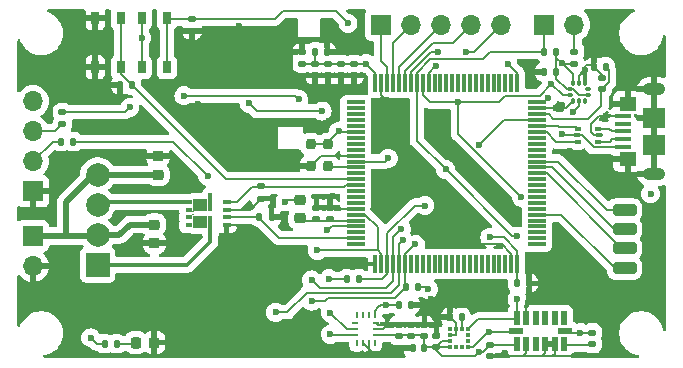
<source format=gbr>
%TF.GenerationSoftware,KiCad,Pcbnew,8.0.6*%
%TF.CreationDate,2025-01-17T09:04:30-05:00*%
%TF.ProjectId,Vanguard_V2,56616e67-7561-4726-945f-56322e6b6963,rev?*%
%TF.SameCoordinates,Original*%
%TF.FileFunction,Copper,L1,Top*%
%TF.FilePolarity,Positive*%
%FSLAX46Y46*%
G04 Gerber Fmt 4.6, Leading zero omitted, Abs format (unit mm)*
G04 Created by KiCad (PCBNEW 8.0.6) date 2025-01-17 09:04:30*
%MOMM*%
%LPD*%
G01*
G04 APERTURE LIST*
G04 Aperture macros list*
%AMRoundRect*
0 Rectangle with rounded corners*
0 $1 Rounding radius*
0 $2 $3 $4 $5 $6 $7 $8 $9 X,Y pos of 4 corners*
0 Add a 4 corners polygon primitive as box body*
4,1,4,$2,$3,$4,$5,$6,$7,$8,$9,$2,$3,0*
0 Add four circle primitives for the rounded corners*
1,1,$1+$1,$2,$3*
1,1,$1+$1,$4,$5*
1,1,$1+$1,$6,$7*
1,1,$1+$1,$8,$9*
0 Add four rect primitives between the rounded corners*
20,1,$1+$1,$2,$3,$4,$5,0*
20,1,$1+$1,$4,$5,$6,$7,0*
20,1,$1+$1,$6,$7,$8,$9,0*
20,1,$1+$1,$8,$9,$2,$3,0*%
G04 Aperture macros list end*
%TA.AperFunction,SMDPad,CuDef*%
%ADD10R,0.760000X0.350000*%
%TD*%
%TA.AperFunction,SMDPad,CuDef*%
%ADD11R,0.600000X0.400000*%
%TD*%
%TA.AperFunction,SMDPad,CuDef*%
%ADD12R,1.310000X1.010000*%
%TD*%
%TA.AperFunction,SMDPad,CuDef*%
%ADD13R,0.430000X1.510000*%
%TD*%
%TA.AperFunction,SMDPad,CuDef*%
%ADD14R,0.090000X1.130000*%
%TD*%
%TA.AperFunction,SMDPad,CuDef*%
%ADD15R,0.160000X0.065000*%
%TD*%
%TA.AperFunction,SMDPad,CuDef*%
%ADD16R,0.550000X1.145000*%
%TD*%
%TA.AperFunction,SMDPad,CuDef*%
%ADD17R,1.145000X0.550000*%
%TD*%
%TA.AperFunction,ComponentPad*%
%ADD18R,1.700000X1.700000*%
%TD*%
%TA.AperFunction,ComponentPad*%
%ADD19O,1.700000X1.700000*%
%TD*%
%TA.AperFunction,SMDPad,CuDef*%
%ADD20RoundRect,0.135000X-0.135000X-0.185000X0.135000X-0.185000X0.135000X0.185000X-0.135000X0.185000X0*%
%TD*%
%TA.AperFunction,SMDPad,CuDef*%
%ADD21RoundRect,0.135000X-0.185000X0.135000X-0.185000X-0.135000X0.185000X-0.135000X0.185000X0.135000X0*%
%TD*%
%TA.AperFunction,SMDPad,CuDef*%
%ADD22RoundRect,0.087500X-0.125000X-0.087500X0.125000X-0.087500X0.125000X0.087500X-0.125000X0.087500X0*%
%TD*%
%TA.AperFunction,SMDPad,CuDef*%
%ADD23RoundRect,0.087500X-0.087500X-0.125000X0.087500X-0.125000X0.087500X0.125000X-0.087500X0.125000X0*%
%TD*%
%TA.AperFunction,SMDPad,CuDef*%
%ADD24RoundRect,0.140000X0.140000X0.170000X-0.140000X0.170000X-0.140000X-0.170000X0.140000X-0.170000X0*%
%TD*%
%TA.AperFunction,SMDPad,CuDef*%
%ADD25RoundRect,0.140000X0.170000X-0.140000X0.170000X0.140000X-0.170000X0.140000X-0.170000X-0.140000X0*%
%TD*%
%TA.AperFunction,SMDPad,CuDef*%
%ADD26RoundRect,0.250000X0.750000X-0.250000X0.750000X0.250000X-0.750000X0.250000X-0.750000X-0.250000X0*%
%TD*%
%TA.AperFunction,SMDPad,CuDef*%
%ADD27RoundRect,0.218750X-0.256250X0.218750X-0.256250X-0.218750X0.256250X-0.218750X0.256250X0.218750X0*%
%TD*%
%TA.AperFunction,SMDPad,CuDef*%
%ADD28R,0.250000X0.475000*%
%TD*%
%TA.AperFunction,SMDPad,CuDef*%
%ADD29R,0.475000X0.250000*%
%TD*%
%TA.AperFunction,SMDPad,CuDef*%
%ADD30RoundRect,0.140000X-0.170000X0.140000X-0.170000X-0.140000X0.170000X-0.140000X0.170000X0.140000X0*%
%TD*%
%TA.AperFunction,SMDPad,CuDef*%
%ADD31RoundRect,0.140000X-0.140000X-0.170000X0.140000X-0.170000X0.140000X0.170000X-0.140000X0.170000X0*%
%TD*%
%TA.AperFunction,SMDPad,CuDef*%
%ADD32R,0.650000X1.050000*%
%TD*%
%TA.AperFunction,SMDPad,CuDef*%
%ADD33RoundRect,0.218750X0.256250X-0.218750X0.256250X0.218750X-0.256250X0.218750X-0.256250X-0.218750X0*%
%TD*%
%TA.AperFunction,SMDPad,CuDef*%
%ADD34RoundRect,0.135000X0.135000X0.185000X-0.135000X0.185000X-0.135000X-0.185000X0.135000X-0.185000X0*%
%TD*%
%TA.AperFunction,SMDPad,CuDef*%
%ADD35RoundRect,0.075000X-0.725000X-0.075000X0.725000X-0.075000X0.725000X0.075000X-0.725000X0.075000X0*%
%TD*%
%TA.AperFunction,SMDPad,CuDef*%
%ADD36RoundRect,0.075000X-0.075000X-0.725000X0.075000X-0.725000X0.075000X0.725000X-0.075000X0.725000X0*%
%TD*%
%TA.AperFunction,SMDPad,CuDef*%
%ADD37R,0.375000X0.350000*%
%TD*%
%TA.AperFunction,SMDPad,CuDef*%
%ADD38R,0.350000X0.375000*%
%TD*%
%TA.AperFunction,SMDPad,CuDef*%
%ADD39R,1.400000X0.400000*%
%TD*%
%TA.AperFunction,ComponentPad*%
%ADD40O,1.900000X1.050000*%
%TD*%
%TA.AperFunction,SMDPad,CuDef*%
%ADD41R,1.450000X1.150000*%
%TD*%
%TA.AperFunction,SMDPad,CuDef*%
%ADD42R,1.900000X1.750000*%
%TD*%
%TA.AperFunction,SMDPad,CuDef*%
%ADD43RoundRect,0.093750X0.156250X0.093750X-0.156250X0.093750X-0.156250X-0.093750X0.156250X-0.093750X0*%
%TD*%
%TA.AperFunction,SMDPad,CuDef*%
%ADD44RoundRect,0.075000X0.250000X0.075000X-0.250000X0.075000X-0.250000X-0.075000X0.250000X-0.075000X0*%
%TD*%
%TA.AperFunction,SMDPad,CuDef*%
%ADD45RoundRect,0.225000X-0.250000X0.225000X-0.250000X-0.225000X0.250000X-0.225000X0.250000X0.225000X0*%
%TD*%
%TA.AperFunction,SMDPad,CuDef*%
%ADD46RoundRect,0.218750X0.218750X0.256250X-0.218750X0.256250X-0.218750X-0.256250X0.218750X-0.256250X0*%
%TD*%
%TA.AperFunction,SMDPad,CuDef*%
%ADD47RoundRect,0.200000X-0.200000X-0.250000X0.200000X-0.250000X0.200000X0.250000X-0.200000X0.250000X0*%
%TD*%
%TA.AperFunction,ComponentPad*%
%ADD48R,2.000000X2.000000*%
%TD*%
%TA.AperFunction,ComponentPad*%
%ADD49C,2.000000*%
%TD*%
%TA.AperFunction,SMDPad,CuDef*%
%ADD50RoundRect,0.250000X-0.750000X0.250000X-0.750000X-0.250000X0.750000X-0.250000X0.750000X0.250000X0*%
%TD*%
%TA.AperFunction,SMDPad,CuDef*%
%ADD51RoundRect,0.135000X0.185000X-0.135000X0.185000X0.135000X-0.185000X0.135000X-0.185000X-0.135000X0*%
%TD*%
%TA.AperFunction,ViaPad*%
%ADD52C,0.600000*%
%TD*%
%TA.AperFunction,Conductor*%
%ADD53C,0.200000*%
%TD*%
%TA.AperFunction,Conductor*%
%ADD54C,1.000000*%
%TD*%
%TA.AperFunction,Conductor*%
%ADD55C,0.500000*%
%TD*%
%TA.AperFunction,Conductor*%
%ADD56C,0.350000*%
%TD*%
G04 APERTURE END LIST*
D10*
%TO.P,Q1,1,S1*%
%TO.N,GND*%
X115700000Y-91250000D03*
%TO.P,Q1,2,G1*%
%TO.N,C1_GATE*%
X115700000Y-90600000D03*
%TO.P,Q1,3,S2*%
%TO.N,GND*%
X115700000Y-89950000D03*
%TO.P,Q1,4,G2*%
%TO.N,C2_GATE*%
X115700000Y-89300000D03*
D11*
%TO.P,Q1,5,D2_1*%
%TO.N,C2_M*%
X112520000Y-89300000D03*
%TO.P,Q1,6,D2_2*%
X112520000Y-89950000D03*
%TO.P,Q1,7,D1_1*%
%TO.N,C1_M*%
X112520000Y-90600000D03*
%TO.P,Q1,8,D1_2*%
X112520000Y-91250000D03*
D12*
%TO.P,Q1,9,D1_3*%
X113475000Y-90970000D03*
D13*
%TO.P,Q1,10,D1_4*%
X114345000Y-91220000D03*
D14*
%TO.P,Q1,11,D1_5*%
X114605000Y-91030000D03*
%TO.P,Q1,12,D2_3*%
%TO.N,C2_M*%
X114605000Y-89520000D03*
D13*
%TO.P,Q1,13,D2_4*%
X114345000Y-89330000D03*
D12*
%TO.P,Q1,14,D2_5*%
X113475000Y-89580000D03*
D15*
%TO.P,Q1,15,D1_6*%
%TO.N,C1_M*%
X112900000Y-90433000D03*
%TO.P,Q1,16,D2_6*%
%TO.N,C2_M*%
X112900000Y-90117000D03*
%TD*%
D16*
%TO.P,IC3,1,VDD_I/O*%
%TO.N,+3.3V*%
X140272000Y-101300000D03*
%TO.P,IC3,2,GND_1*%
%TO.N,GND*%
X141072000Y-101300000D03*
%TO.P,IC3,3,RESERVED_1*%
%TO.N,unconnected-(IC3-RESERVED_1-Pad3)*%
X141872000Y-101300000D03*
%TO.P,IC3,4,GND_2*%
%TO.N,GND*%
X142672000Y-101300000D03*
%TO.P,IC3,5,GND_3*%
X143472000Y-101300000D03*
%TO.P,IC3,6,VS*%
%TO.N,Net-(IC3-VS)*%
X144272000Y-101300000D03*
D17*
%TO.P,IC3,7,~{CS}*%
%TO.N,+3.3V*%
X144370000Y-100202000D03*
D16*
%TO.P,IC3,8,INT1*%
%TO.N,unconnected-(IC3-INT1-Pad8)*%
X144272000Y-99104000D03*
%TO.P,IC3,9,INT2*%
%TO.N,unconnected-(IC3-INT2-Pad9)*%
X143472000Y-99104000D03*
%TO.P,IC3,10,NC*%
%TO.N,unconnected-(IC3-NC-Pad10)*%
X142672000Y-99104000D03*
%TO.P,IC3,11,RESERVED_2*%
%TO.N,unconnected-(IC3-RESERVED_2-Pad11)*%
X141872000Y-99104000D03*
%TO.P,IC3,12,SDO/ALT_ADDRESS*%
%TO.N,GND*%
X141072000Y-99104000D03*
%TO.P,IC3,13,SDA/SDI/SDIO*%
%TO.N,I2C1_SDA*%
X140272000Y-99104000D03*
D17*
%TO.P,IC3,14,SCL/SCLK*%
%TO.N,I2C1_SCL*%
X140174000Y-100202000D03*
%TD*%
D18*
%TO.P,J1,1,Pin_1*%
%TO.N,C1_P*%
X99314000Y-92197000D03*
D19*
%TO.P,J1,2,Pin_2*%
%TO.N,GND*%
X99314000Y-94737000D03*
%TD*%
D18*
%TO.P,J5,1,Pin_1*%
%TO.N,I2C1_SDA*%
X142616000Y-74295000D03*
D19*
%TO.P,J5,2,Pin_2*%
%TO.N,I2C1_SCL*%
X145156000Y-74295000D03*
%TD*%
D20*
%TO.P,R4,1*%
%TO.N,+3.3V*%
X105390000Y-101300000D03*
%TO.P,R4,2*%
%TO.N,Net-(D1-A)*%
X106410000Y-101300000D03*
%TD*%
D21*
%TO.P,R8,1*%
%TO.N,SWCLK*%
X101800000Y-81700000D03*
%TO.P,R8,2*%
%TO.N,Net-(J4-Pin_3)*%
X101800000Y-82720000D03*
%TD*%
D22*
%TO.P,U4,1,Vdd_IO*%
%TO.N,+3.3V*%
X144779500Y-79760000D03*
%TO.P,U4,2,SCL*%
%TO.N,I2C1_SCL*%
X144779500Y-80260000D03*
D23*
%TO.P,U4,3,GND*%
%TO.N,GND*%
X145042000Y-80772500D03*
%TO.P,U4,4,SDA*%
%TO.N,I2C1_SDA*%
X145542000Y-80772500D03*
%TO.P,U4,5,SA0*%
%TO.N,unconnected-(U4-SA0-Pad5)*%
X146042000Y-80772500D03*
D22*
%TO.P,U4,6,~{CS}*%
%TO.N,+3.3V*%
X146304500Y-80260000D03*
%TO.P,U4,7,INT_DRDY*%
%TO.N,unconnected-(U4-INT_DRDY-Pad7)*%
X146304500Y-79760000D03*
D23*
%TO.P,U4,8,GND*%
%TO.N,GND*%
X146042000Y-79247500D03*
%TO.P,U4,9,GND*%
X145542000Y-79247500D03*
%TO.P,U4,10,VDD*%
%TO.N,+3.3V*%
X145042000Y-79247500D03*
%TD*%
D24*
%TO.P,C18,1*%
%TO.N,RST*%
X107680000Y-79400000D03*
%TO.P,C18,2*%
%TO.N,GND*%
X106720000Y-79400000D03*
%TD*%
D25*
%TO.P,C27,1*%
%TO.N,+3.3V*%
X132461000Y-100683000D03*
%TO.P,C27,2*%
%TO.N,GND*%
X132461000Y-99723000D03*
%TD*%
D26*
%TO.P,TP2,1,1*%
%TO.N,Net-(U1-PC7)*%
X149400000Y-91600000D03*
%TD*%
D25*
%TO.P,C3,1*%
%TO.N,Net-(U1-VDDA)*%
X123317000Y-90749000D03*
%TO.P,C3,2*%
%TO.N,GND*%
X123317000Y-89789000D03*
%TD*%
%TO.P,C24,1*%
%TO.N,+3.3V*%
X131318000Y-100655000D03*
%TO.P,C24,2*%
%TO.N,GND*%
X131318000Y-99695000D03*
%TD*%
D24*
%TO.P,C20,1*%
%TO.N,+3.3V*%
X143580000Y-78300000D03*
%TO.P,C20,2*%
%TO.N,GND*%
X142620000Y-78300000D03*
%TD*%
D27*
%TO.P,D4,1,K*%
%TO.N,C1_P*%
X109600000Y-91212500D03*
%TO.P,D4,2,A*%
%TO.N,GND*%
X109600000Y-92787500D03*
%TD*%
D25*
%TO.P,C4,1*%
%TO.N,Net-(U1-VDDA)*%
X124460000Y-90777000D03*
%TO.P,C4,2*%
%TO.N,GND*%
X124460000Y-89817000D03*
%TD*%
D28*
%TO.P,IC4,1,SDO/SA0*%
%TO.N,unconnected-(IC4-SDO{slash}SA0-Pad1)*%
X126735000Y-101227000D03*
%TO.P,IC4,2,RES_1*%
%TO.N,GND*%
X127235000Y-101227000D03*
%TO.P,IC4,3,RES_2*%
X127735000Y-101227000D03*
%TO.P,IC4,4,INT1*%
%TO.N,unconnected-(IC4-INT1-Pad4)*%
X128235000Y-101227000D03*
D29*
%TO.P,IC4,5,VDDIO*%
%TO.N,+3.3V*%
X128397000Y-100564000D03*
%TO.P,IC4,6,GND_1*%
%TO.N,GND*%
X128397000Y-100064000D03*
%TO.P,IC4,7,GND_2*%
X128397000Y-99564000D03*
D28*
%TO.P,IC4,8,VDD*%
%TO.N,+3.3V*%
X128235000Y-98901000D03*
%TO.P,IC4,9,INT2*%
%TO.N,unconnected-(IC4-INT2-Pad9)*%
X127735000Y-98901000D03*
%TO.P,IC4,10,NC_1*%
%TO.N,unconnected-(IC4-NC_1-Pad10)*%
X127235000Y-98901000D03*
%TO.P,IC4,11,NC_2*%
%TO.N,unconnected-(IC4-NC_2-Pad11)*%
X126735000Y-98901000D03*
D29*
%TO.P,IC4,12,CS*%
%TO.N,unconnected-(IC4-CS-Pad12)*%
X126573000Y-99564000D03*
%TO.P,IC4,13,SCL*%
%TO.N,I2C1_SCL*%
X126573000Y-100064000D03*
%TO.P,IC4,14,SDA*%
%TO.N,I2C1_SDA*%
X126573000Y-100564000D03*
%TD*%
D30*
%TO.P,C9,1*%
%TO.N,+3.3V*%
X123200000Y-77620000D03*
%TO.P,C9,2*%
%TO.N,GND*%
X123200000Y-78580000D03*
%TD*%
D31*
%TO.P,C19,1*%
%TO.N,+3.3V*%
X140320000Y-96200000D03*
%TO.P,C19,2*%
%TO.N,GND*%
X141280000Y-96200000D03*
%TD*%
D26*
%TO.P,TP1,1,1*%
%TO.N,Net-(U1-PC8)*%
X149400000Y-90000000D03*
%TD*%
D32*
%TO.P,SW2,1,1*%
%TO.N,BOOT0*%
X110676000Y-73744000D03*
X110676000Y-77894000D03*
%TO.P,SW2,2,2*%
%TO.N,+3.3V*%
X108526000Y-73744000D03*
X108526000Y-77894000D03*
%TD*%
D21*
%TO.P,R5,1*%
%TO.N,BOOT0*%
X112800000Y-73790000D03*
%TO.P,R5,2*%
%TO.N,GND*%
X112800000Y-74810000D03*
%TD*%
D33*
%TO.P,D5,1,K*%
%TO.N,C1_P*%
X109900000Y-86987500D03*
%TO.P,D5,2,A*%
%TO.N,GND*%
X109900000Y-85412500D03*
%TD*%
D25*
%TO.P,C26,1*%
%TO.N,+3.3V*%
X130290932Y-100651932D03*
%TO.P,C26,2*%
%TO.N,GND*%
X130290932Y-99691932D03*
%TD*%
D32*
%TO.P,SW1,1,1*%
%TO.N,GND*%
X104589000Y-77894000D03*
X104589000Y-73744000D03*
%TO.P,SW1,2,2*%
%TO.N,RST*%
X106739000Y-77894000D03*
X106739000Y-73744000D03*
%TD*%
D24*
%TO.P,C1,1*%
%TO.N,Net-(C1-Pad1)*%
X147800000Y-77851000D03*
%TO.P,C1,2*%
%TO.N,GND*%
X146840000Y-77851000D03*
%TD*%
D20*
%TO.P,R13,1*%
%TO.N,C1_GATE*%
X118490000Y-90600000D03*
%TO.P,R13,2*%
%TO.N,GND*%
X119510000Y-90600000D03*
%TD*%
D24*
%TO.P,C29,1*%
%TO.N,+3.3V*%
X132433000Y-101700000D03*
%TO.P,C29,2*%
%TO.N,GND*%
X131473000Y-101700000D03*
%TD*%
D25*
%TO.P,C2,1*%
%TO.N,Net-(C1-Pad1)*%
X147500000Y-79728000D03*
%TO.P,C2,2*%
%TO.N,GND*%
X147500000Y-78768000D03*
%TD*%
D24*
%TO.P,C28,1*%
%TO.N,Net-(U5-C1)*%
X135608000Y-99060000D03*
%TO.P,C28,2*%
%TO.N,GND*%
X134648000Y-99060000D03*
%TD*%
D34*
%TO.P,R6,1*%
%TO.N,+3.3V*%
X131910000Y-96500000D03*
%TO.P,R6,2*%
%TO.N,SPI1_MOSI*%
X130890000Y-96500000D03*
%TD*%
D35*
%TO.P,U1,1,PE2*%
%TO.N,unconnected-(U1-PE2-Pad1)*%
X126636000Y-80876000D03*
%TO.P,U1,2,PE3*%
%TO.N,unconnected-(U1-PE3-Pad2)*%
X126636000Y-81376000D03*
%TO.P,U1,3,PE4*%
%TO.N,unconnected-(U1-PE4-Pad3)*%
X126636000Y-81876000D03*
%TO.P,U1,4,PE5*%
%TO.N,unconnected-(U1-PE5-Pad4)*%
X126636000Y-82376000D03*
%TO.P,U1,5,PE6*%
%TO.N,unconnected-(U1-PE6-Pad5)*%
X126636000Y-82876000D03*
%TO.P,U1,6,VBAT*%
%TO.N,+3.3V*%
X126636000Y-83376000D03*
%TO.P,U1,7,PC13*%
%TO.N,unconnected-(U1-PC13-Pad7)*%
X126636000Y-83876000D03*
%TO.P,U1,8,PC14*%
%TO.N,unconnected-(U1-PC14-Pad8)*%
X126636000Y-84376000D03*
%TO.P,U1,9,PC15*%
%TO.N,unconnected-(U1-PC15-Pad9)*%
X126636000Y-84876000D03*
%TO.P,U1,10,VSS*%
%TO.N,GND*%
X126636000Y-85376000D03*
%TO.P,U1,11,VDD*%
%TO.N,+3.3V*%
X126636000Y-85876000D03*
%TO.P,U1,12,PH0*%
%TO.N,HSE_BYPASS*%
X126636000Y-86376000D03*
%TO.P,U1,13,PH1*%
%TO.N,unconnected-(U1-PH1-Pad13)*%
X126636000Y-86876000D03*
%TO.P,U1,14,NRST*%
%TO.N,RST*%
X126636000Y-87376000D03*
%TO.P,U1,15,PC0*%
%TO.N,C2_GATE*%
X126636000Y-87876000D03*
%TO.P,U1,16,PC1*%
%TO.N,unconnected-(U1-PC1-Pad16)*%
X126636000Y-88376000D03*
%TO.P,U1,17,PC2_C*%
%TO.N,unconnected-(U1-PC2_C-Pad17)*%
X126636000Y-88876000D03*
%TO.P,U1,18,PC3_C*%
%TO.N,unconnected-(U1-PC3_C-Pad18)*%
X126636000Y-89376000D03*
%TO.P,U1,19,VSSA*%
%TO.N,GND*%
X126636000Y-89876000D03*
%TO.P,U1,20,VREF+*%
%TO.N,+3.3V*%
X126636000Y-90376000D03*
%TO.P,U1,21,VDDA*%
%TO.N,Net-(U1-VDDA)*%
X126636000Y-90876000D03*
%TO.P,U1,22,PA0*%
%TO.N,TELEM_CS*%
X126636000Y-91376000D03*
%TO.P,U1,23,PA1*%
%TO.N,unconnected-(U1-PA1-Pad23)*%
X126636000Y-91876000D03*
%TO.P,U1,24,PA2*%
%TO.N,C1_GATE*%
X126636000Y-92376000D03*
%TO.P,U1,25,PA3*%
%TO.N,unconnected-(U1-PA3-Pad25)*%
X126636000Y-92876000D03*
D36*
%TO.P,U1,26,VSS*%
%TO.N,GND*%
X128311000Y-94551000D03*
%TO.P,U1,27,VDD*%
%TO.N,+3.3V*%
X128811000Y-94551000D03*
%TO.P,U1,28,PA4*%
%TO.N,SD_CS*%
X129311000Y-94551000D03*
%TO.P,U1,29,PA5*%
%TO.N,SPI1_SCK*%
X129811000Y-94551000D03*
%TO.P,U1,30,PA6*%
%TO.N,SPI1_MISO*%
X130311000Y-94551000D03*
%TO.P,U1,31,PA7*%
%TO.N,SPI1_MOSI*%
X130811000Y-94551000D03*
%TO.P,U1,32,PC4*%
%TO.N,unconnected-(U1-PC4-Pad32)*%
X131311000Y-94551000D03*
%TO.P,U1,33,PC5*%
%TO.N,unconnected-(U1-PC5-Pad33)*%
X131811000Y-94551000D03*
%TO.P,U1,34,PB0*%
%TO.N,unconnected-(U1-PB0-Pad34)*%
X132311000Y-94551000D03*
%TO.P,U1,35,PB1*%
%TO.N,unconnected-(U1-PB1-Pad35)*%
X132811000Y-94551000D03*
%TO.P,U1,36,PB2*%
%TO.N,unconnected-(U1-PB2-Pad36)*%
X133311000Y-94551000D03*
%TO.P,U1,37,PE7*%
%TO.N,unconnected-(U1-PE7-Pad37)*%
X133811000Y-94551000D03*
%TO.P,U1,38,PE8*%
%TO.N,unconnected-(U1-PE8-Pad38)*%
X134311000Y-94551000D03*
%TO.P,U1,39,PE9*%
%TO.N,unconnected-(U1-PE9-Pad39)*%
X134811000Y-94551000D03*
%TO.P,U1,40,PE10*%
%TO.N,unconnected-(U1-PE10-Pad40)*%
X135311000Y-94551000D03*
%TO.P,U1,41,PE11*%
%TO.N,unconnected-(U1-PE11-Pad41)*%
X135811000Y-94551000D03*
%TO.P,U1,42,PE12*%
%TO.N,unconnected-(U1-PE12-Pad42)*%
X136311000Y-94551000D03*
%TO.P,U1,43,PE13*%
%TO.N,unconnected-(U1-PE13-Pad43)*%
X136811000Y-94551000D03*
%TO.P,U1,44,PE14*%
%TO.N,unconnected-(U1-PE14-Pad44)*%
X137311000Y-94551000D03*
%TO.P,U1,45,PE15*%
%TO.N,unconnected-(U1-PE15-Pad45)*%
X137811000Y-94551000D03*
%TO.P,U1,46,PB10*%
%TO.N,unconnected-(U1-PB10-Pad46)*%
X138311000Y-94551000D03*
%TO.P,U1,47,PB11*%
%TO.N,unconnected-(U1-PB11-Pad47)*%
X138811000Y-94551000D03*
%TO.P,U1,48,VCAP*%
%TO.N,Net-(C1-Pad1)*%
X139311000Y-94551000D03*
%TO.P,U1,49,VSS*%
%TO.N,GND*%
X139811000Y-94551000D03*
%TO.P,U1,50,VDD*%
%TO.N,+3.3V*%
X140311000Y-94551000D03*
D35*
%TO.P,U1,51,PB12*%
%TO.N,unconnected-(U1-PB12-Pad51)*%
X141986000Y-92876000D03*
%TO.P,U1,52,PB13*%
%TO.N,unconnected-(U1-PB13-Pad52)*%
X141986000Y-92376000D03*
%TO.P,U1,53,PB14*%
%TO.N,unconnected-(U1-PB14-Pad53)*%
X141986000Y-91876000D03*
%TO.P,U1,54,PB15*%
%TO.N,unconnected-(U1-PB15-Pad54)*%
X141986000Y-91376000D03*
%TO.P,U1,55,PD8*%
%TO.N,unconnected-(U1-PD8-Pad55)*%
X141986000Y-90876000D03*
%TO.P,U1,56,PD9*%
%TO.N,Net-(U1-PD9)*%
X141986000Y-90376000D03*
%TO.P,U1,57,PD10*%
%TO.N,unconnected-(U1-PD10-Pad57)*%
X141986000Y-89876000D03*
%TO.P,U1,58,PD11*%
%TO.N,unconnected-(U1-PD11-Pad58)*%
X141986000Y-89376000D03*
%TO.P,U1,59,PD12*%
%TO.N,unconnected-(U1-PD12-Pad59)*%
X141986000Y-88876000D03*
%TO.P,U1,60,PD13*%
%TO.N,unconnected-(U1-PD13-Pad60)*%
X141986000Y-88376000D03*
%TO.P,U1,61,PD14*%
%TO.N,unconnected-(U1-PD14-Pad61)*%
X141986000Y-87876000D03*
%TO.P,U1,62,PD15*%
%TO.N,unconnected-(U1-PD15-Pad62)*%
X141986000Y-87376000D03*
%TO.P,U1,63,PC6*%
%TO.N,Net-(U1-PC6)*%
X141986000Y-86876000D03*
%TO.P,U1,64,PC7*%
%TO.N,Net-(U1-PC7)*%
X141986000Y-86376000D03*
%TO.P,U1,65,PC8*%
%TO.N,Net-(U1-PC8)*%
X141986000Y-85876000D03*
%TO.P,U1,66,PC9*%
%TO.N,unconnected-(U1-PC9-Pad66)*%
X141986000Y-85376000D03*
%TO.P,U1,67,PA8*%
%TO.N,unconnected-(U1-PA8-Pad67)*%
X141986000Y-84876000D03*
%TO.P,U1,68,PA9*%
%TO.N,unconnected-(U1-PA9-Pad68)*%
X141986000Y-84376000D03*
%TO.P,U1,69,PA10*%
%TO.N,unconnected-(U1-PA10-Pad69)*%
X141986000Y-83876000D03*
%TO.P,U1,70,PA11*%
%TO.N,USB_DM*%
X141986000Y-83376000D03*
%TO.P,U1,71,PA12*%
%TO.N,USB_DP*%
X141986000Y-82876000D03*
%TO.P,U1,72,PA13*%
%TO.N,SWDIO*%
X141986000Y-82376000D03*
%TO.P,U1,73,VCAP*%
%TO.N,Net-(C1-Pad1)*%
X141986000Y-81876000D03*
%TO.P,U1,74,VSS*%
%TO.N,GND*%
X141986000Y-81376000D03*
%TO.P,U1,75,VDD*%
%TO.N,+3.3V*%
X141986000Y-80876000D03*
D36*
%TO.P,U1,76,PA14*%
%TO.N,SWCLK*%
X140311000Y-79201000D03*
%TO.P,U1,77,PA15*%
%TO.N,unconnected-(U1-PA15-Pad77)*%
X139811000Y-79201000D03*
%TO.P,U1,78,PC10*%
%TO.N,unconnected-(U1-PC10-Pad78)*%
X139311000Y-79201000D03*
%TO.P,U1,79,PC11*%
%TO.N,unconnected-(U1-PC11-Pad79)*%
X138811000Y-79201000D03*
%TO.P,U1,80,PC12*%
%TO.N,unconnected-(U1-PC12-Pad80)*%
X138311000Y-79201000D03*
%TO.P,U1,81,PD0*%
%TO.N,unconnected-(U1-PD0-Pad81)*%
X137811000Y-79201000D03*
%TO.P,U1,82,PD1*%
%TO.N,unconnected-(U1-PD1-Pad82)*%
X137311000Y-79201000D03*
%TO.P,U1,83,PD2*%
%TO.N,unconnected-(U1-PD2-Pad83)*%
X136811000Y-79201000D03*
%TO.P,U1,84,PD3*%
%TO.N,unconnected-(U1-PD3-Pad84)*%
X136311000Y-79201000D03*
%TO.P,U1,85,PD4*%
%TO.N,unconnected-(U1-PD4-Pad85)*%
X135811000Y-79201000D03*
%TO.P,U1,86,PD5*%
%TO.N,unconnected-(U1-PD5-Pad86)*%
X135311000Y-79201000D03*
%TO.P,U1,87,PD6*%
%TO.N,unconnected-(U1-PD6-Pad87)*%
X134811000Y-79201000D03*
%TO.P,U1,88,PD7*%
%TO.N,unconnected-(U1-PD7-Pad88)*%
X134311000Y-79201000D03*
%TO.P,U1,89,PB3*%
%TO.N,unconnected-(U1-PB3-Pad89)*%
X133811000Y-79201000D03*
%TO.P,U1,90,PB4*%
%TO.N,unconnected-(U1-PB4-Pad90)*%
X133311000Y-79201000D03*
%TO.P,U1,91,PB5*%
%TO.N,SERVO_5_PWM*%
X132811000Y-79201000D03*
%TO.P,U1,92,PB6*%
%TO.N,I2C1_SCL*%
X132311000Y-79201000D03*
%TO.P,U1,93,PB7*%
%TO.N,I2C1_SDA*%
X131811000Y-79201000D03*
%TO.P,U1,94,BOOT0*%
%TO.N,BOOT0*%
X131311000Y-79201000D03*
%TO.P,U1,95,PB8*%
%TO.N,SERVO_4_PWM*%
X130811000Y-79201000D03*
%TO.P,U1,96,PB9*%
%TO.N,SERVO_3_PWM*%
X130311000Y-79201000D03*
%TO.P,U1,97,PE0*%
%TO.N,SERVO_2_PWM*%
X129811000Y-79201000D03*
%TO.P,U1,98,PE1*%
%TO.N,SERVO_1_PWM*%
X129311000Y-79201000D03*
%TO.P,U1,99,VSS*%
%TO.N,GND*%
X128811000Y-79201000D03*
%TO.P,U1,100,VDD*%
%TO.N,+3.3V*%
X128311000Y-79201000D03*
%TD*%
D30*
%TO.P,C10,1*%
%TO.N,+3.3V*%
X124300000Y-77620000D03*
%TO.P,C10,2*%
%TO.N,GND*%
X124300000Y-78580000D03*
%TD*%
D25*
%TO.P,C30,1*%
%TO.N,+3.3V*%
X133477000Y-101572000D03*
%TO.P,C30,2*%
%TO.N,GND*%
X133477000Y-100612000D03*
%TD*%
D37*
%TO.P,U5,1,SCL/SPC*%
%TO.N,I2C1_SCL*%
X136144500Y-101588000D03*
%TO.P,U5,2,CS_XL*%
%TO.N,unconnected-(U5-CS_XL-Pad2)*%
X136144500Y-101088000D03*
%TO.P,U5,3,CS_MAG*%
%TO.N,unconnected-(U5-CS_MAG-Pad3)*%
X136144500Y-100588000D03*
%TO.P,U5,4,SDA/SDI/SDO*%
%TO.N,I2C1_SDA*%
X136144500Y-100088000D03*
D38*
%TO.P,U5,5,C1*%
%TO.N,Net-(U5-C1)*%
X135632000Y-100075500D03*
%TO.P,U5,6,GND*%
%TO.N,GND*%
X135132000Y-100075500D03*
D37*
%TO.P,U5,7,INT_MAG*%
%TO.N,unconnected-(U5-INT_MAG-Pad7)*%
X134619500Y-100088000D03*
%TO.P,U5,8,GND*%
%TO.N,GND*%
X134619500Y-100588000D03*
%TO.P,U5,9,VDD*%
%TO.N,+3.3V*%
X134619500Y-101088000D03*
%TO.P,U5,10,VDDIO*%
X134619500Y-101588000D03*
D38*
%TO.P,U5,11,DRDY_MAG*%
%TO.N,unconnected-(U5-DRDY_MAG-Pad11)*%
X135132000Y-101600500D03*
%TO.P,U5,12,INT_XL*%
%TO.N,unconnected-(U5-INT_XL-Pad12)*%
X135632000Y-101600500D03*
%TD*%
D20*
%TO.P,R7,1*%
%TO.N,+3.3V*%
X125890000Y-95800000D03*
%TO.P,R7,2*%
%TO.N,SD_CS*%
X126910000Y-95800000D03*
%TD*%
D21*
%TO.P,R14,1*%
%TO.N,C2_GATE*%
X118600000Y-87990000D03*
%TO.P,R14,2*%
%TO.N,GND*%
X118600000Y-89010000D03*
%TD*%
D26*
%TO.P,TP3,1,1*%
%TO.N,Net-(U1-PC6)*%
X149400000Y-93200000D03*
%TD*%
D31*
%TO.P,C14,1*%
%TO.N,+3.3V*%
X123220000Y-76600000D03*
%TO.P,C14,2*%
%TO.N,GND*%
X124180000Y-76600000D03*
%TD*%
D25*
%TO.P,C22,1*%
%TO.N,Net-(IC3-VS)*%
X146685000Y-101318000D03*
%TO.P,C22,2*%
%TO.N,+3.3V*%
X146685000Y-100358000D03*
%TD*%
D39*
%TO.P,J8,1,VBUS*%
%TO.N,VBUS*%
X149242000Y-84631000D03*
%TO.P,J8,2,D-*%
%TO.N,Net-(J8-D-)*%
X149242000Y-83981000D03*
%TO.P,J8,3,D+*%
%TO.N,Net-(J8-D+)*%
X149242000Y-83331000D03*
%TO.P,J8,4,ID*%
%TO.N,unconnected-(J8-ID-Pad4)*%
X149242000Y-82681000D03*
%TO.P,J8,5,GND*%
%TO.N,GND*%
X149242000Y-82031000D03*
D40*
%TO.P,J8,6,Shield*%
X151892000Y-86906000D03*
D41*
X149662000Y-85651000D03*
D42*
X151892000Y-84456000D03*
X151892000Y-82206000D03*
D41*
X149662000Y-81011000D03*
D40*
X151892000Y-79756000D03*
%TD*%
D34*
%TO.P,R2,1*%
%TO.N,+3.3V*%
X143639000Y-76581000D03*
%TO.P,R2,2*%
%TO.N,I2C1_SDA*%
X142619000Y-76581000D03*
%TD*%
D43*
%TO.P,U3,1,I/O1*%
%TO.N,Net-(J8-D-)*%
X147122000Y-84186000D03*
D44*
%TO.P,U3,2,GND*%
%TO.N,GND*%
X147197000Y-83648500D03*
D43*
%TO.P,U3,3,I/O2*%
%TO.N,Net-(J8-D+)*%
X147122000Y-83111000D03*
%TO.P,U3,4,I/O2*%
%TO.N,USB_DP*%
X145422000Y-83111000D03*
D44*
%TO.P,U3,5,VBUS*%
%TO.N,VBUS*%
X145347000Y-83648500D03*
D43*
%TO.P,U3,6,I/O1*%
%TO.N,USB_DM*%
X145422000Y-84186000D03*
%TD*%
D45*
%TO.P,FB1,1*%
%TO.N,+3.3V*%
X121920000Y-89141000D03*
%TO.P,FB1,2*%
%TO.N,Net-(U1-VDDA)*%
X121920000Y-90691000D03*
%TD*%
D25*
%TO.P,C13,1*%
%TO.N,+3.3V*%
X122100000Y-77580000D03*
%TO.P,C13,2*%
%TO.N,GND*%
X122100000Y-76620000D03*
%TD*%
D46*
%TO.P,D1,1,K*%
%TO.N,GND*%
X109587500Y-101200000D03*
%TO.P,D1,2,A*%
%TO.N,Net-(D1-A)*%
X108012500Y-101200000D03*
%TD*%
D18*
%TO.P,J2,1,Pin_1*%
%TO.N,SERVO_1_PWM*%
X128778000Y-74295000D03*
D19*
%TO.P,J2,2,Pin_2*%
%TO.N,SERVO_2_PWM*%
X131318000Y-74295000D03*
%TO.P,J2,3,Pin_3*%
%TO.N,SERVO_3_PWM*%
X133858000Y-74295000D03*
%TO.P,J2,4,Pin_4*%
%TO.N,SERVO_4_PWM*%
X136398000Y-74295000D03*
%TO.P,J2,5,Pin_5*%
%TO.N,SERVO_5_PWM*%
X138938000Y-74295000D03*
%TD*%
D18*
%TO.P,J4,1,Pin_1*%
%TO.N,GND*%
X99314000Y-88392000D03*
D19*
%TO.P,J4,2,Pin_2*%
%TO.N,Net-(J4-Pin_2)*%
X99314000Y-85852000D03*
%TO.P,J4,3,Pin_3*%
%TO.N,Net-(J4-Pin_3)*%
X99314000Y-83312000D03*
%TO.P,J4,4,Pin_4*%
%TO.N,+3.3V*%
X99314000Y-80772000D03*
%TD*%
D30*
%TO.P,C21,1*%
%TO.N,+3.3V*%
X138049000Y-101374000D03*
%TO.P,C21,2*%
%TO.N,GND*%
X138049000Y-102334000D03*
%TD*%
%TO.P,C11,1*%
%TO.N,+3.3V*%
X125400000Y-77620000D03*
%TO.P,C11,2*%
%TO.N,GND*%
X125400000Y-78580000D03*
%TD*%
D47*
%TO.P,X1,1,Tri-State*%
%TO.N,+3.3V*%
X122846000Y-84419000D03*
%TO.P,X1,2,GND*%
%TO.N,GND*%
X122846000Y-86269000D03*
%TO.P,X1,3,OUT*%
%TO.N,HSE_BYPASS*%
X124296000Y-86269000D03*
%TO.P,X1,4,VDD*%
%TO.N,+3.3V*%
X124296000Y-84419000D03*
%TD*%
D48*
%TO.P,J6,1,Pin_1*%
%TO.N,C1_M*%
X104800000Y-94620000D03*
D49*
%TO.P,J6,2,Pin_2*%
%TO.N,C1_P*%
X104800000Y-92080000D03*
%TO.P,J6,3,Pin_3*%
%TO.N,C2_M*%
X104800000Y-89540000D03*
%TO.P,J6,4,Pin_4*%
%TO.N,C1_P*%
X104800000Y-87000000D03*
%TD*%
D50*
%TO.P,TP4,1,1*%
%TO.N,Net-(U1-PD9)*%
X149400000Y-94900000D03*
%TD*%
D34*
%TO.P,R9,1*%
%TO.N,SWDIO*%
X102710000Y-84190000D03*
%TO.P,R9,2*%
%TO.N,Net-(J4-Pin_2)*%
X101690000Y-84190000D03*
%TD*%
D30*
%TO.P,C12,1*%
%TO.N,+3.3V*%
X126500000Y-77620000D03*
%TO.P,C12,2*%
%TO.N,GND*%
X126500000Y-78580000D03*
%TD*%
D51*
%TO.P,R1,1*%
%TO.N,+3.3V*%
X145161000Y-77599000D03*
%TO.P,R1,2*%
%TO.N,I2C1_SCL*%
X145161000Y-76579000D03*
%TD*%
D31*
%TO.P,C25,1*%
%TO.N,+3.3V*%
X130320000Y-98000000D03*
%TO.P,C25,2*%
%TO.N,GND*%
X131280000Y-98000000D03*
%TD*%
D52*
%TO.N,GND*%
X118900000Y-85400000D03*
X134600000Y-84100000D03*
X149600000Y-78600000D03*
X121200000Y-94600000D03*
X144800000Y-85000000D03*
X143900000Y-94000000D03*
X146800000Y-75800000D03*
X152200000Y-77200000D03*
X150800000Y-96400000D03*
X113300000Y-81000000D03*
X146800000Y-74000000D03*
X143900000Y-91800000D03*
X149600000Y-77200000D03*
X116800000Y-74400000D03*
X129300000Y-80700000D03*
X109500000Y-83100000D03*
X143590103Y-81385897D03*
X117400000Y-91400000D03*
X124400000Y-82425000D03*
X146042000Y-78113000D03*
X107700000Y-93400000D03*
X137400000Y-96700000D03*
X116500000Y-85400000D03*
X121200000Y-96800000D03*
X148400000Y-74000000D03*
X117400000Y-101200000D03*
X117400000Y-98800000D03*
X117400000Y-96800000D03*
X117800000Y-84400000D03*
X141400000Y-78300000D03*
X130200000Y-101981000D03*
X103100000Y-83100000D03*
X147600000Y-99000000D03*
X103100000Y-79500000D03*
X111000000Y-81000000D03*
X135900000Y-97600000D03*
X147600000Y-96400000D03*
X146100000Y-94000000D03*
X136300000Y-92300000D03*
X113300000Y-83100000D03*
X138800000Y-97600000D03*
X119600000Y-89300000D03*
X121200000Y-101200000D03*
X148200000Y-101400000D03*
X118900000Y-83200000D03*
X147800000Y-82031000D03*
X133000000Y-97500000D03*
X134400000Y-96700000D03*
X125700000Y-75400000D03*
X124714000Y-88773000D03*
X117400000Y-94600000D03*
X139319000Y-102100000D03*
X148400000Y-75800000D03*
%TO.N,+3.3V*%
X129400000Y-85600000D03*
X123400000Y-93400000D03*
X144081500Y-77533500D03*
X127508000Y-77597000D03*
X129200000Y-98000000D03*
X137100000Y-102000000D03*
X145669000Y-100358000D03*
X125200000Y-83300000D03*
X142951470Y-80500000D03*
X108526000Y-75438000D03*
X124400000Y-95800000D03*
X132800000Y-96700000D03*
X138000000Y-92300000D03*
X151600000Y-88600000D03*
X104200000Y-100800000D03*
X120650000Y-89281000D03*
%TO.N,VBUS*%
X144145000Y-83586000D03*
%TO.N,I2C1_SDA*%
X145034000Y-81661000D03*
X134250000Y-86550000D03*
X117600000Y-80940000D03*
X124500046Y-100499954D03*
X140300000Y-97500000D03*
X140300000Y-92200000D03*
X123800000Y-81600000D03*
%TO.N,I2C1_SCL*%
X140674000Y-88900000D03*
X143216000Y-79294528D03*
X137900000Y-100330000D03*
X135300000Y-80800000D03*
X124500000Y-98700000D03*
%TO.N,SERVO_5_PWM*%
X136017000Y-76581000D03*
X133464970Y-77816000D03*
%TO.N,SD_CS*%
X132500000Y-89600000D03*
%TO.N,SPI1_MOSI*%
X131700000Y-92900000D03*
X122900000Y-97700000D03*
%TO.N,SPI1_SCK*%
X130500000Y-91600000D03*
X122900000Y-95900000D03*
%TO.N,SPI1_MISO*%
X119850000Y-98650000D03*
X130650000Y-92550000D03*
%TO.N,BOOT0*%
X125984000Y-74168000D03*
X133604000Y-76581000D03*
%TO.N,SWDIO*%
X137111265Y-84488735D03*
X114100000Y-87100000D03*
%TO.N,SWCLK*%
X107500000Y-81300000D03*
X121800000Y-80600000D03*
X139500000Y-77600000D03*
X112100000Y-80300000D03*
%TO.N,TELEM_CS*%
X124200000Y-91700000D03*
%TD*%
D53*
%TO.N,BOOT0*%
X125984000Y-74168000D02*
X124944000Y-73128000D01*
X124944000Y-73128000D02*
X120472000Y-73128000D01*
X120472000Y-73128000D02*
X119810000Y-73790000D01*
X119810000Y-73790000D02*
X110722000Y-73790000D01*
X110722000Y-73790000D02*
X110676000Y-73744000D01*
%TO.N,SWCLK*%
X112100000Y-80300000D02*
X121500000Y-80300000D01*
X121500000Y-80300000D02*
X121800000Y-80600000D01*
%TO.N,I2C1_SDA*%
X118260000Y-81600000D02*
X123800000Y-81600000D01*
X117600000Y-80940000D02*
X118260000Y-81600000D01*
%TO.N,Net-(C1-Pad1)*%
X148110000Y-79118000D02*
X147500000Y-79728000D01*
X143348000Y-82261000D02*
X142963000Y-81876000D01*
X147447000Y-81153000D02*
X146339000Y-82261000D01*
X147800000Y-77851000D02*
X148110000Y-78161000D01*
X146339000Y-82261000D02*
X143348000Y-82261000D01*
X142963000Y-81876000D02*
X141986000Y-81876000D01*
X147447000Y-79728000D02*
X147447000Y-81153000D01*
X148110000Y-78161000D02*
X148110000Y-79118000D01*
%TO.N,GND*%
X133940000Y-99060000D02*
X134648000Y-99060000D01*
X141072000Y-97628000D02*
X141280000Y-97420000D01*
X135132000Y-100075500D02*
X135132000Y-99544000D01*
X140813500Y-102334000D02*
X142413500Y-102334000D01*
X128931000Y-100064000D02*
X129300000Y-99695000D01*
X128397000Y-100064000D02*
X128931000Y-100064000D01*
X139319000Y-102100000D02*
X139085000Y-102334000D01*
X139319000Y-102100000D02*
X139553000Y-102334000D01*
X140813500Y-102334000D02*
X141072000Y-102075500D01*
X115700000Y-89950000D02*
X117660000Y-89950000D01*
X121249000Y-94551000D02*
X121200000Y-94600000D01*
X141072000Y-102075500D02*
X141072000Y-101428000D01*
X147266000Y-102334000D02*
X143284000Y-102334000D01*
X145542000Y-79247500D02*
X145542000Y-78613000D01*
X135132000Y-100538000D02*
X135132000Y-100075500D01*
X135132000Y-99544000D02*
X134648000Y-99060000D01*
X127735000Y-101689500D02*
X127735000Y-101227000D01*
X128397000Y-99564000D02*
X128528000Y-99695000D01*
X146713000Y-77724000D02*
X146840000Y-77851000D01*
X147250000Y-82031000D02*
X147800000Y-82031000D01*
X141280000Y-97420000D02*
X141280000Y-96200000D01*
X147500000Y-78511000D02*
X146840000Y-77851000D01*
X131473000Y-101700000D02*
X130481000Y-101700000D01*
X146850054Y-83648500D02*
X146572000Y-83370446D01*
X130200000Y-101981000D02*
X127989000Y-101981000D01*
X139085000Y-102334000D02*
X138049000Y-102334000D01*
X143472000Y-102146000D02*
X143472000Y-101428000D01*
X128811000Y-79201000D02*
X128811000Y-80211000D01*
X124460000Y-89817000D02*
X124519000Y-89876000D01*
X133477000Y-99523000D02*
X133940000Y-99060000D01*
X127989000Y-101981000D02*
X127235000Y-101227000D01*
X139811000Y-93718590D02*
X138992410Y-92900000D01*
X128811000Y-80211000D02*
X129300000Y-80700000D01*
X142672000Y-102075500D02*
X142672000Y-101428000D01*
X143284000Y-102334000D02*
X143472000Y-102146000D01*
X133477000Y-100612000D02*
X133477000Y-99523000D01*
X146177000Y-77724000D02*
X146713000Y-77724000D01*
X142413500Y-102334000D02*
X142672000Y-102075500D01*
X147197000Y-83648500D02*
X146850054Y-83648500D01*
X128528000Y-99695000D02*
X131318000Y-99695000D01*
X147500000Y-78768000D02*
X147500000Y-78511000D01*
X117250000Y-91250000D02*
X117400000Y-91400000D01*
X146042000Y-78113000D02*
X146042000Y-77859000D01*
X124519000Y-89876000D02*
X126636000Y-89876000D01*
X124460000Y-89817000D02*
X124460000Y-89027000D01*
X144438500Y-81376000D02*
X141986000Y-81376000D01*
X134619500Y-100588000D02*
X135082000Y-100588000D01*
X124460000Y-89027000D02*
X124714000Y-88773000D01*
X123739000Y-85376000D02*
X122846000Y-86269000D01*
X135082000Y-100588000D02*
X135132000Y-100538000D01*
X142413500Y-102334000D02*
X143284000Y-102334000D01*
X146042000Y-77859000D02*
X146177000Y-77724000D01*
X128311000Y-94551000D02*
X121249000Y-94551000D01*
X136900000Y-92900000D02*
X136300000Y-92300000D01*
X143580206Y-81376000D02*
X141986000Y-81376000D01*
X146042000Y-78113000D02*
X146042000Y-79247500D01*
X149662000Y-85651000D02*
X149487000Y-85476000D01*
X145042000Y-80772500D02*
X144438500Y-81376000D01*
X149487000Y-85476000D02*
X145276000Y-85476000D01*
X139811000Y-94551000D02*
X139811000Y-93718590D01*
X148200000Y-101400000D02*
X147266000Y-102334000D01*
X145542000Y-78613000D02*
X146042000Y-78113000D01*
X139553000Y-102334000D02*
X140813500Y-102334000D01*
X117660000Y-89950000D02*
X118600000Y-89010000D01*
X143590103Y-81385897D02*
X143580206Y-81376000D01*
X146572000Y-82709000D02*
X147250000Y-82031000D01*
X130481000Y-101700000D02*
X130200000Y-101981000D01*
X145276000Y-85476000D02*
X144800000Y-85000000D01*
X146572000Y-83370446D02*
X146572000Y-82709000D01*
X126636000Y-85376000D02*
X123739000Y-85376000D01*
X141072000Y-99104000D02*
X141072000Y-97628000D01*
X115700000Y-91250000D02*
X117250000Y-91250000D01*
X147800000Y-82031000D02*
X149242000Y-82031000D01*
X138992410Y-92900000D02*
X136900000Y-92900000D01*
%TO.N,Net-(U1-VDDA)*%
X126636000Y-90876000D02*
X122105000Y-90876000D01*
X122105000Y-90876000D02*
X121920000Y-90691000D01*
D54*
%TO.N,C1_P*%
X104400000Y-87000000D02*
X104800000Y-87000000D01*
D55*
X101300000Y-92197000D02*
X104683000Y-92197000D01*
X102100000Y-89300000D02*
X104400000Y-87000000D01*
X104800000Y-92080000D02*
X106620000Y-92080000D01*
D54*
X99314000Y-92202000D02*
X99314000Y-92197000D01*
D55*
X99314000Y-92197000D02*
X101300000Y-92197000D01*
X104800000Y-92080000D02*
X104820000Y-92100000D01*
X102100000Y-92197000D02*
X102100000Y-89300000D01*
D54*
X104683000Y-92197000D02*
X104800000Y-92080000D01*
D55*
X104800000Y-87000000D02*
X109887500Y-87000000D01*
X106620000Y-92080000D02*
X107487500Y-91212500D01*
X107487500Y-91212500D02*
X109600000Y-91212500D01*
X109887500Y-87000000D02*
X109900000Y-86987500D01*
D56*
%TO.N,C1_M*%
X114345000Y-92655000D02*
X112380000Y-94620000D01*
X112380000Y-94620000D02*
X104800000Y-94620000D01*
X114345000Y-91220000D02*
X114345000Y-92655000D01*
D53*
%TO.N,C2_M*%
X105040000Y-89300000D02*
X104800000Y-89540000D01*
D56*
X112520000Y-89300000D02*
X105040000Y-89300000D01*
D53*
%TO.N,+3.3V*%
X144147000Y-77599000D02*
X144081500Y-77533500D01*
X144398000Y-100358000D02*
X144370000Y-100330000D01*
X133477000Y-101854000D02*
X133477000Y-101572000D01*
X129200000Y-98000000D02*
X128750000Y-98000000D01*
X137423000Y-102000000D02*
X138049000Y-101374000D01*
X129124000Y-85876000D02*
X129400000Y-85600000D01*
X140320000Y-94560000D02*
X140311000Y-94551000D01*
X132461000Y-100683000D02*
X132461000Y-101572000D01*
X104700000Y-101300000D02*
X104200000Y-100800000D01*
X137100000Y-102000000D02*
X136738000Y-102362000D01*
X132600000Y-96500000D02*
X132800000Y-96700000D01*
X124400000Y-95800000D02*
X125890000Y-95800000D01*
X144779500Y-79760000D02*
X144530000Y-79760000D01*
X123200000Y-77620000D02*
X123200000Y-76620000D01*
X128492410Y-93400000D02*
X123400000Y-93400000D01*
X134619500Y-101588000D02*
X132445000Y-101588000D01*
X136738000Y-102362000D02*
X133985000Y-102362000D01*
X140320000Y-96200000D02*
X140320000Y-94560000D01*
X140311000Y-93411000D02*
X139200000Y-92300000D01*
X121920000Y-89141000D02*
X120790000Y-89141000D01*
X128311000Y-78400000D02*
X127508000Y-77597000D01*
X132445000Y-101588000D02*
X132433000Y-101600000D01*
X143000000Y-80451470D02*
X143000000Y-80400000D01*
X145161000Y-77599000D02*
X144147000Y-77599000D01*
X105390000Y-101300000D02*
X104700000Y-101300000D01*
X134619500Y-101088000D02*
X133961000Y-101088000D01*
X146304500Y-80260000D02*
X145542432Y-80260000D01*
X139200000Y-92300000D02*
X138000000Y-92300000D01*
X132342000Y-100564000D02*
X128397000Y-100564000D01*
X142951470Y-80500000D02*
X143000000Y-80451470D01*
X124296000Y-84419000D02*
X122846000Y-84419000D01*
X128750000Y-98000000D02*
X128525000Y-98225000D01*
X140311000Y-94551000D02*
X140311000Y-93411000D01*
X145542432Y-80260000D02*
X145042432Y-79760000D01*
X132461000Y-101572000D02*
X132433000Y-101600000D01*
X142575470Y-80876000D02*
X141986000Y-80876000D01*
X128311000Y-79201000D02*
X128311000Y-78400000D01*
X131910000Y-96500000D02*
X132600000Y-96500000D01*
X130320000Y-98000000D02*
X128750000Y-98000000D01*
X138049000Y-101374000D02*
X140218000Y-101374000D01*
X128492410Y-91400000D02*
X127468410Y-90376000D01*
X133985000Y-102362000D02*
X133477000Y-101854000D01*
X145042000Y-78494000D02*
X144081500Y-77533500D01*
X124296000Y-84204000D02*
X125200000Y-83300000D01*
X128811000Y-93718590D02*
X128492410Y-93400000D01*
X145042000Y-79247500D02*
X145042000Y-78494000D01*
X124296000Y-84419000D02*
X124296000Y-84204000D01*
X145042432Y-79760000D02*
X144779500Y-79760000D01*
X127491000Y-77580000D02*
X122100000Y-77580000D01*
X137100000Y-102000000D02*
X137423000Y-102000000D01*
X144081500Y-77533500D02*
X143639000Y-77091000D01*
X132461000Y-100683000D02*
X132342000Y-100564000D01*
X143639000Y-78869000D02*
X143580000Y-78810000D01*
X120790000Y-89141000D02*
X120650000Y-89281000D01*
X140218000Y-101374000D02*
X140272000Y-101428000D01*
X145669000Y-100358000D02*
X144398000Y-100358000D01*
X127508000Y-77597000D02*
X127491000Y-77580000D01*
X126636000Y-85876000D02*
X129124000Y-85876000D01*
X127468410Y-90376000D02*
X126636000Y-90376000D01*
X144530000Y-79760000D02*
X143639000Y-78869000D01*
X108526000Y-75438000D02*
X108526000Y-73744000D01*
X128235000Y-98901000D02*
X128235000Y-98515000D01*
X128811000Y-94551000D02*
X128811000Y-93718590D01*
X126636000Y-83376000D02*
X125276000Y-83376000D01*
X123200000Y-76620000D02*
X123220000Y-76600000D01*
X128235000Y-98515000D02*
X128525000Y-98225000D01*
X143580000Y-77150000D02*
X143639000Y-77091000D01*
X125276000Y-83376000D02*
X125200000Y-83300000D01*
X108526000Y-75438000D02*
X108526000Y-77894000D01*
X143580000Y-78810000D02*
X143580000Y-77150000D01*
X143639000Y-77091000D02*
X143639000Y-76581000D01*
X146685000Y-100358000D02*
X145669000Y-100358000D01*
X128492410Y-93400000D02*
X128492410Y-91400000D01*
X142951470Y-80500000D02*
X142575470Y-80876000D01*
X133961000Y-101088000D02*
X133477000Y-101572000D01*
%TO.N,RST*%
X106739000Y-77894000D02*
X106739000Y-73744000D01*
X106739000Y-78459000D02*
X115656000Y-87376000D01*
X106739000Y-77894000D02*
X106739000Y-78459000D01*
X115656000Y-87376000D02*
X126636000Y-87376000D01*
%TO.N,Net-(IC3-VS)*%
X144272000Y-101428000D02*
X146575000Y-101428000D01*
X146575000Y-101428000D02*
X146685000Y-101318000D01*
%TO.N,Net-(U5-C1)*%
X135632000Y-100075500D02*
X135632000Y-99084000D01*
X135632000Y-99084000D02*
X135608000Y-99060000D01*
%TO.N,Net-(D1-A)*%
X107912500Y-101300000D02*
X108012500Y-101200000D01*
X106410000Y-101300000D02*
X107912500Y-101300000D01*
%TO.N,VBUS*%
X145775054Y-83648500D02*
X145347000Y-83648500D01*
X149199500Y-84673500D02*
X146800054Y-84673500D01*
X149242000Y-84631000D02*
X149199500Y-84673500D01*
X144145000Y-83586000D02*
X144207500Y-83648500D01*
X146800054Y-84673500D02*
X145775054Y-83648500D01*
X144207500Y-83648500D02*
X145347000Y-83648500D01*
%TO.N,I2C1_SDA*%
X131811000Y-84111000D02*
X134250000Y-86550000D01*
X140272000Y-97528000D02*
X140300000Y-97500000D01*
X134250000Y-86550000D02*
X139900000Y-92200000D01*
X142619000Y-76581000D02*
X142600000Y-76600000D01*
X145034000Y-81661000D02*
X145542000Y-81153000D01*
X145542000Y-81153000D02*
X145542000Y-80772500D01*
X124564092Y-100564000D02*
X124500046Y-100499954D01*
X139900000Y-92200000D02*
X140300000Y-92200000D01*
X142621000Y-74300000D02*
X142616000Y-74295000D01*
X131811000Y-78368590D02*
X131811000Y-79201000D01*
X132963590Y-77216000D02*
X131811000Y-78368590D01*
X138000000Y-76600000D02*
X137384000Y-77216000D01*
X142621000Y-76581000D02*
X142621000Y-74300000D01*
X126573000Y-100564000D02*
X124564092Y-100564000D01*
X140272000Y-99232000D02*
X137000500Y-99232000D01*
X142600000Y-76600000D02*
X138000000Y-76600000D01*
X137000500Y-99232000D02*
X136144500Y-100088000D01*
X140272000Y-99232000D02*
X140272000Y-97528000D01*
X137384000Y-77216000D02*
X132963590Y-77216000D01*
X131811000Y-79201000D02*
X131811000Y-84111000D01*
%TO.N,I2C1_SCL*%
X143216000Y-79294528D02*
X144181472Y-80260000D01*
X132311000Y-80211000D02*
X132311000Y-79201000D01*
X143216000Y-79294528D02*
X143216000Y-79462000D01*
X143216000Y-79294528D02*
X142209528Y-80301000D01*
X135300000Y-80800000D02*
X135300000Y-83526000D01*
X136144500Y-101588000D02*
X136607000Y-101588000D01*
X145161000Y-74300000D02*
X145156000Y-74295000D01*
X126573000Y-100064000D02*
X125864000Y-100064000D01*
X136607000Y-101588000D02*
X137865000Y-100330000D01*
X142209528Y-80301000D02*
X139300000Y-80301000D01*
X135300000Y-80800000D02*
X132900000Y-80800000D01*
X138801000Y-80800000D02*
X135300000Y-80800000D01*
X145161000Y-76579000D02*
X145161000Y-74300000D01*
X139300000Y-80301000D02*
X138801000Y-80800000D01*
X144181472Y-80260000D02*
X144779500Y-80260000D01*
X137865000Y-100330000D02*
X137900000Y-100330000D01*
X132900000Y-80800000D02*
X132311000Y-80211000D01*
X137900000Y-100330000D02*
X140174000Y-100330000D01*
X125864000Y-100064000D02*
X124500000Y-98700000D01*
X135300000Y-83526000D02*
X140674000Y-88900000D01*
%TO.N,SERVO_4_PWM*%
X133223000Y-75819000D02*
X134874000Y-75819000D01*
X130811000Y-79201000D02*
X130811000Y-78231000D01*
X130811000Y-78231000D02*
X133223000Y-75819000D01*
X134874000Y-75819000D02*
X136398000Y-74295000D01*
%TO.N,SERVO_1_PWM*%
X128778000Y-77343000D02*
X129311000Y-77876000D01*
X129311000Y-77876000D02*
X129311000Y-79201000D01*
X128778000Y-74295000D02*
X128778000Y-77343000D01*
%TO.N,SERVO_2_PWM*%
X129811000Y-75802000D02*
X131318000Y-74295000D01*
X129811000Y-79201000D02*
X129811000Y-75802000D01*
%TO.N,SERVO_3_PWM*%
X130311000Y-79201000D02*
X130311000Y-77842000D01*
X130311000Y-77842000D02*
X133858000Y-74295000D01*
%TO.N,SERVO_5_PWM*%
X132811000Y-78368590D02*
X132811000Y-79201000D01*
X133464970Y-77816000D02*
X133363590Y-77816000D01*
X133363590Y-77816000D02*
X132811000Y-78368590D01*
X136652000Y-76581000D02*
X138938000Y-74295000D01*
X136017000Y-76581000D02*
X136652000Y-76581000D01*
%TO.N,SD_CS*%
X129311000Y-91940471D02*
X129311000Y-94551000D01*
X129311000Y-94551000D02*
X129311000Y-95383410D01*
X131651471Y-89600000D02*
X129311000Y-91940471D01*
X132500000Y-89600000D02*
X131651471Y-89600000D01*
X129311000Y-95383410D02*
X128894410Y-95800000D01*
X128894410Y-95800000D02*
X126910000Y-95800000D01*
%TO.N,SPI1_MOSI*%
X124000000Y-97700000D02*
X124300000Y-97400000D01*
X130811000Y-96421000D02*
X130811000Y-94551000D01*
X129990000Y-97400000D02*
X130890000Y-96500000D01*
X130890000Y-96500000D02*
X130811000Y-96421000D01*
X131700000Y-92900000D02*
X131629590Y-92900000D01*
X130811000Y-93718590D02*
X130811000Y-94551000D01*
X124300000Y-97400000D02*
X129990000Y-97400000D01*
X131629590Y-92900000D02*
X130811000Y-93718590D01*
X122900000Y-97700000D02*
X124000000Y-97700000D01*
%TO.N,SPI1_SCK*%
X129200000Y-96600000D02*
X129811000Y-95989000D01*
X129811000Y-92289000D02*
X129811000Y-94551000D01*
X122900000Y-95900000D02*
X123600000Y-96600000D01*
X130500000Y-91600000D02*
X129811000Y-92289000D01*
X129811000Y-95989000D02*
X129811000Y-94551000D01*
X123600000Y-96600000D02*
X129200000Y-96600000D01*
%TO.N,SPI1_MISO*%
X122500000Y-97000000D02*
X129600000Y-97000000D01*
X120850000Y-98650000D02*
X122500000Y-97000000D01*
X119850000Y-98650000D02*
X120850000Y-98650000D01*
X130311000Y-96289000D02*
X130311000Y-94551000D01*
X130650000Y-92550000D02*
X130311000Y-92889000D01*
X129600000Y-97000000D02*
X130311000Y-96289000D01*
X130311000Y-92889000D02*
X130311000Y-94551000D01*
%TO.N,Net-(J4-Pin_2)*%
X100976000Y-84190000D02*
X99314000Y-85852000D01*
X101690000Y-84190000D02*
X100976000Y-84190000D01*
%TO.N,Net-(J4-Pin_3)*%
X101208000Y-83312000D02*
X101800000Y-82720000D01*
X99314000Y-83312000D02*
X101208000Y-83312000D01*
%TO.N,Net-(J8-D-)*%
X149242000Y-83981000D02*
X148342000Y-83981000D01*
X148137000Y-84186000D02*
X147122000Y-84186000D01*
X148342000Y-83981000D02*
X148137000Y-84186000D01*
%TO.N,Net-(J8-D+)*%
X148122000Y-83111000D02*
X147122000Y-83111000D01*
X149242000Y-83331000D02*
X148342000Y-83331000D01*
X148342000Y-83331000D02*
X148122000Y-83111000D01*
%TO.N,BOOT0*%
X131311000Y-78302904D02*
X133032904Y-76581000D01*
X131311000Y-79201000D02*
X131311000Y-78302904D01*
X110676000Y-77894000D02*
X110676000Y-73744000D01*
X133032904Y-76581000D02*
X133604000Y-76581000D01*
%TO.N,SWDIO*%
X137111265Y-84488735D02*
X139224000Y-82376000D01*
X111190000Y-84190000D02*
X102710000Y-84190000D01*
X114100000Y-87100000D02*
X111190000Y-84190000D01*
X139224000Y-82376000D02*
X141986000Y-82376000D01*
%TO.N,SWCLK*%
X140311000Y-78368590D02*
X139542410Y-77600000D01*
X139542410Y-77600000D02*
X139500000Y-77600000D01*
X107100000Y-81700000D02*
X101800000Y-81700000D01*
X107500000Y-81300000D02*
X107100000Y-81700000D01*
X140311000Y-79201000D02*
X140311000Y-78368590D01*
%TO.N,Net-(U1-PD9)*%
X144050264Y-90376000D02*
X141986000Y-90376000D01*
X148574264Y-94900000D02*
X144050264Y-90376000D01*
X149400000Y-94900000D02*
X148574264Y-94900000D01*
%TO.N,TELEM_CS*%
X124300000Y-91700000D02*
X124624000Y-91376000D01*
X124200000Y-91700000D02*
X124300000Y-91700000D01*
X124624000Y-91376000D02*
X126636000Y-91376000D01*
%TO.N,USB_DM*%
X145422000Y-84186000D02*
X143628410Y-84186000D01*
X142818410Y-83376000D02*
X141986000Y-83376000D01*
X143628410Y-84186000D02*
X142818410Y-83376000D01*
%TO.N,USB_DP*%
X145277000Y-82966000D02*
X143856000Y-82966000D01*
X143766000Y-82876000D02*
X141986000Y-82876000D01*
X143856000Y-82966000D02*
X143766000Y-82876000D01*
X145422000Y-83111000D02*
X145277000Y-82966000D01*
%TO.N,C1_GATE*%
X118490000Y-90600000D02*
X115700000Y-90600000D01*
X118400000Y-90600000D02*
X120176000Y-92376000D01*
X120176000Y-92376000D02*
X126636000Y-92376000D01*
%TO.N,C2_GATE*%
X115700000Y-89300000D02*
X116600000Y-89300000D01*
X125679590Y-88000000D02*
X125803590Y-87876000D01*
X116600000Y-89300000D02*
X117900000Y-88000000D01*
X125803590Y-87876000D02*
X126636000Y-87876000D01*
X117900000Y-88000000D02*
X125679590Y-88000000D01*
%TO.N,HSE_BYPASS*%
X124296000Y-86269000D02*
X124403000Y-86376000D01*
X124403000Y-86376000D02*
X126636000Y-86376000D01*
%TO.N,Net-(U1-PC8)*%
X149400000Y-90000000D02*
X147900000Y-90000000D01*
X147900000Y-90000000D02*
X143776000Y-85876000D01*
X143776000Y-85876000D02*
X141986000Y-85876000D01*
%TO.N,Net-(U1-PC7)*%
X143276000Y-86376000D02*
X141986000Y-86376000D01*
X148500000Y-91600000D02*
X143276000Y-86376000D01*
X149400000Y-91600000D02*
X148500000Y-91600000D01*
%TO.N,Net-(U1-PC6)*%
X142818410Y-86876000D02*
X149142410Y-93200000D01*
X141986000Y-86876000D02*
X142818410Y-86876000D01*
X149142410Y-93200000D02*
X149400000Y-93200000D01*
%TD*%
%TA.AperFunction,Conductor*%
%TO.N,GND*%
G36*
X117887444Y-91220185D02*
G01*
X117908081Y-91236814D01*
X117962402Y-91291135D01*
X118100607Y-91372869D01*
X118104538Y-91374011D01*
X118254791Y-91417664D01*
X118254794Y-91417664D01*
X118254796Y-91417665D01*
X118290819Y-91420500D01*
X118319900Y-91420499D01*
X118386938Y-91440181D01*
X118407583Y-91456818D01*
X119691139Y-92740374D01*
X119691149Y-92740385D01*
X119695479Y-92744715D01*
X119695480Y-92744716D01*
X119807284Y-92856520D01*
X119859519Y-92886677D01*
X119894095Y-92906639D01*
X119894097Y-92906641D01*
X119935387Y-92930480D01*
X119944215Y-92935577D01*
X120096942Y-92976500D01*
X120096943Y-92976500D01*
X122525335Y-92976500D01*
X122592374Y-92996185D01*
X122638129Y-93048989D01*
X122648073Y-93118147D01*
X122642376Y-93141455D01*
X122614633Y-93220737D01*
X122614630Y-93220750D01*
X122594435Y-93399996D01*
X122594435Y-93400003D01*
X122614630Y-93579249D01*
X122614631Y-93579254D01*
X122674211Y-93749523D01*
X122747362Y-93865941D01*
X122770184Y-93902262D01*
X122897738Y-94029816D01*
X122971809Y-94076358D01*
X123048426Y-94124500D01*
X123050478Y-94125789D01*
X123209239Y-94181342D01*
X123220745Y-94185368D01*
X123220750Y-94185369D01*
X123399996Y-94205565D01*
X123400000Y-94205565D01*
X123400004Y-94205565D01*
X123579249Y-94185369D01*
X123579252Y-94185368D01*
X123579255Y-94185368D01*
X123749522Y-94125789D01*
X123902262Y-94029816D01*
X123902267Y-94029810D01*
X123905097Y-94027555D01*
X123907275Y-94026665D01*
X123908158Y-94026111D01*
X123908255Y-94026265D01*
X123969783Y-94001145D01*
X123982412Y-94000500D01*
X127537000Y-94000500D01*
X127604039Y-94020185D01*
X127649794Y-94072989D01*
X127661000Y-94124500D01*
X127661000Y-94401000D01*
X128036500Y-94401000D01*
X128103539Y-94420685D01*
X128149294Y-94473489D01*
X128160500Y-94525000D01*
X128160500Y-94577000D01*
X128140815Y-94644039D01*
X128088011Y-94689794D01*
X128036500Y-94701000D01*
X127661000Y-94701000D01*
X127661000Y-95032904D01*
X127641315Y-95099943D01*
X127588511Y-95145698D01*
X127519353Y-95155642D01*
X127455797Y-95126617D01*
X127449319Y-95120585D01*
X127437603Y-95108869D01*
X127437595Y-95108863D01*
X127299393Y-95027131D01*
X127299388Y-95027129D01*
X127145208Y-94982335D01*
X127145202Y-94982334D01*
X127109181Y-94979500D01*
X126710830Y-94979500D01*
X126710808Y-94979501D01*
X126674794Y-94982335D01*
X126520611Y-95027129D01*
X126520604Y-95027132D01*
X126463119Y-95061128D01*
X126395395Y-95078309D01*
X126336881Y-95061128D01*
X126279395Y-95027132D01*
X126279388Y-95027129D01*
X126125208Y-94982335D01*
X126125202Y-94982334D01*
X126089181Y-94979500D01*
X125690830Y-94979500D01*
X125690808Y-94979501D01*
X125654794Y-94982335D01*
X125500611Y-95027129D01*
X125500606Y-95027131D01*
X125362404Y-95108863D01*
X125362400Y-95108866D01*
X125345436Y-95125831D01*
X125308084Y-95163182D01*
X125246764Y-95196666D01*
X125220405Y-95199500D01*
X124982412Y-95199500D01*
X124915373Y-95179815D01*
X124905097Y-95172445D01*
X124902263Y-95170185D01*
X124902262Y-95170184D01*
X124813850Y-95114631D01*
X124749523Y-95074211D01*
X124579254Y-95014631D01*
X124579249Y-95014630D01*
X124400004Y-94994435D01*
X124399996Y-94994435D01*
X124220750Y-95014630D01*
X124220745Y-95014631D01*
X124050476Y-95074211D01*
X123897737Y-95170184D01*
X123770184Y-95297737D01*
X123770182Y-95297740D01*
X123721568Y-95375108D01*
X123669233Y-95421399D01*
X123600180Y-95432046D01*
X123536331Y-95403671D01*
X123528894Y-95396816D01*
X123402262Y-95270184D01*
X123249523Y-95174211D01*
X123079254Y-95114631D01*
X123079249Y-95114630D01*
X122900004Y-95094435D01*
X122899996Y-95094435D01*
X122720750Y-95114630D01*
X122720745Y-95114631D01*
X122550476Y-95174211D01*
X122397737Y-95270184D01*
X122270184Y-95397737D01*
X122174211Y-95550476D01*
X122114631Y-95720745D01*
X122114630Y-95720750D01*
X122094435Y-95899996D01*
X122094435Y-95900003D01*
X122114630Y-96079249D01*
X122114631Y-96079254D01*
X122174211Y-96249523D01*
X122218768Y-96320434D01*
X122237768Y-96387670D01*
X122217400Y-96454506D01*
X122175774Y-96493793D01*
X122131287Y-96519477D01*
X122131282Y-96519481D01*
X122024574Y-96626190D01*
X122019480Y-96631284D01*
X122019478Y-96631286D01*
X121320895Y-97329870D01*
X120637584Y-98013181D01*
X120576261Y-98046666D01*
X120549903Y-98049500D01*
X120432412Y-98049500D01*
X120365373Y-98029815D01*
X120355097Y-98022445D01*
X120352263Y-98020185D01*
X120352262Y-98020184D01*
X120278933Y-97974108D01*
X120199523Y-97924211D01*
X120029254Y-97864631D01*
X120029249Y-97864630D01*
X119850004Y-97844435D01*
X119849996Y-97844435D01*
X119670750Y-97864630D01*
X119670745Y-97864631D01*
X119500476Y-97924211D01*
X119347737Y-98020184D01*
X119220184Y-98147737D01*
X119124211Y-98300476D01*
X119064631Y-98470745D01*
X119064630Y-98470750D01*
X119044435Y-98649996D01*
X119044435Y-98650003D01*
X119064630Y-98829249D01*
X119064631Y-98829254D01*
X119124211Y-98999523D01*
X119218872Y-99150174D01*
X119220184Y-99152262D01*
X119347738Y-99279816D01*
X119500478Y-99375789D01*
X119605392Y-99412500D01*
X119670745Y-99435368D01*
X119670750Y-99435369D01*
X119849996Y-99455565D01*
X119850000Y-99455565D01*
X119850004Y-99455565D01*
X120029249Y-99435369D01*
X120029252Y-99435368D01*
X120029255Y-99435368D01*
X120199522Y-99375789D01*
X120352262Y-99279816D01*
X120352267Y-99279810D01*
X120355097Y-99277555D01*
X120357275Y-99276665D01*
X120358158Y-99276111D01*
X120358255Y-99276265D01*
X120419783Y-99251145D01*
X120432412Y-99250500D01*
X120763331Y-99250500D01*
X120763347Y-99250501D01*
X120770943Y-99250501D01*
X120929054Y-99250501D01*
X120929057Y-99250501D01*
X121081785Y-99209577D01*
X121137756Y-99177262D01*
X121218716Y-99130520D01*
X121330520Y-99018716D01*
X121330520Y-99018714D01*
X121340724Y-99008511D01*
X121340728Y-99008506D01*
X122120897Y-98228337D01*
X122182220Y-98194852D01*
X122251912Y-98199836D01*
X122296259Y-98228337D01*
X122397738Y-98329816D01*
X122478048Y-98380278D01*
X122547657Y-98424017D01*
X122550478Y-98425789D01*
X122663837Y-98465455D01*
X122720745Y-98485368D01*
X122720750Y-98485369D01*
X122899996Y-98505565D01*
X122900000Y-98505565D01*
X122900004Y-98505565D01*
X123079249Y-98485369D01*
X123079252Y-98485368D01*
X123079255Y-98485368D01*
X123249522Y-98425789D01*
X123402262Y-98329816D01*
X123402267Y-98329810D01*
X123405097Y-98327555D01*
X123407275Y-98326665D01*
X123408158Y-98326111D01*
X123408255Y-98326265D01*
X123469783Y-98301145D01*
X123482412Y-98300500D01*
X123616937Y-98300500D01*
X123683976Y-98320185D01*
X123729731Y-98372989D01*
X123739675Y-98442147D01*
X123733978Y-98465455D01*
X123714633Y-98520737D01*
X123714630Y-98520750D01*
X123694435Y-98699996D01*
X123694435Y-98700003D01*
X123714630Y-98879249D01*
X123714631Y-98879254D01*
X123774211Y-99049523D01*
X123854472Y-99177256D01*
X123870184Y-99202262D01*
X123997738Y-99329816D01*
X124150478Y-99425789D01*
X124313816Y-99482943D01*
X124370590Y-99523664D01*
X124396338Y-99588616D01*
X124382882Y-99657178D01*
X124334495Y-99707581D01*
X124313815Y-99717025D01*
X124150526Y-99774163D01*
X123997783Y-99870138D01*
X123870230Y-99997691D01*
X123774257Y-100150430D01*
X123714677Y-100320699D01*
X123714676Y-100320704D01*
X123694481Y-100499950D01*
X123694481Y-100499957D01*
X123714676Y-100679203D01*
X123714677Y-100679208D01*
X123774257Y-100849477D01*
X123819581Y-100921609D01*
X123870230Y-101002216D01*
X123997784Y-101129770D01*
X124061889Y-101170050D01*
X124141724Y-101220214D01*
X124150524Y-101225743D01*
X124241715Y-101257652D01*
X124320791Y-101285322D01*
X124320796Y-101285323D01*
X124500042Y-101305519D01*
X124500046Y-101305519D01*
X124500050Y-101305519D01*
X124679295Y-101285323D01*
X124679297Y-101285322D01*
X124679301Y-101285322D01*
X124679304Y-101285320D01*
X124679308Y-101285320D01*
X124769423Y-101253786D01*
X124849568Y-101225743D01*
X124916788Y-101183505D01*
X124982760Y-101164500D01*
X125985500Y-101164500D01*
X126052539Y-101184185D01*
X126098294Y-101236989D01*
X126109500Y-101288499D01*
X126109500Y-101512369D01*
X126109501Y-101512376D01*
X126115908Y-101571983D01*
X126166202Y-101706828D01*
X126166206Y-101706835D01*
X126252452Y-101822044D01*
X126252455Y-101822047D01*
X126367664Y-101908293D01*
X126367671Y-101908297D01*
X126399545Y-101920185D01*
X126502517Y-101958591D01*
X126562127Y-101965000D01*
X126907872Y-101964999D01*
X126967483Y-101958591D01*
X126967483Y-101958590D01*
X126974096Y-101957880D01*
X127000607Y-101957881D01*
X127062157Y-101964499D01*
X127062172Y-101964500D01*
X127110000Y-101964500D01*
X127110051Y-101964448D01*
X127129685Y-101897584D01*
X127159691Y-101865356D01*
X127161697Y-101863853D01*
X127227161Y-101839441D01*
X127295433Y-101854297D01*
X127344836Y-101903705D01*
X127360000Y-101963126D01*
X127360000Y-101964500D01*
X127407828Y-101964500D01*
X127407841Y-101964499D01*
X127471743Y-101957628D01*
X127498257Y-101957628D01*
X127562158Y-101964499D01*
X127562172Y-101964500D01*
X127610000Y-101964500D01*
X127610000Y-101963126D01*
X127629685Y-101896087D01*
X127682489Y-101850332D01*
X127751647Y-101840388D01*
X127808301Y-101863853D01*
X127810307Y-101865354D01*
X127852179Y-101921283D01*
X127859972Y-101964472D01*
X127860000Y-101964500D01*
X127907828Y-101964500D01*
X127907839Y-101964499D01*
X127969395Y-101957880D01*
X127995909Y-101957880D01*
X128002514Y-101958590D01*
X128002517Y-101958591D01*
X128062127Y-101965000D01*
X128407872Y-101964999D01*
X128467483Y-101958591D01*
X128602331Y-101908296D01*
X128717546Y-101822046D01*
X128803796Y-101706831D01*
X128854091Y-101571983D01*
X128860500Y-101512373D01*
X128860499Y-101288499D01*
X128880183Y-101221461D01*
X128932987Y-101175706D01*
X128984499Y-101164500D01*
X129536334Y-101164500D01*
X129603373Y-101184185D01*
X129624010Y-101200814D01*
X129725245Y-101302049D01*
X129864537Y-101384426D01*
X129875097Y-101387494D01*
X130019934Y-101429574D01*
X130019937Y-101429574D01*
X130019939Y-101429575D01*
X130056242Y-101432432D01*
X130056250Y-101432432D01*
X130525614Y-101432432D01*
X130525622Y-101432432D01*
X130561925Y-101429575D01*
X130577703Y-101424991D01*
X130647570Y-101425188D01*
X130687451Y-101450000D01*
X131528500Y-101450000D01*
X131595539Y-101469685D01*
X131641294Y-101522489D01*
X131652500Y-101574000D01*
X131652500Y-101826000D01*
X131632815Y-101893039D01*
X131580011Y-101938794D01*
X131528500Y-101950000D01*
X130694210Y-101950000D01*
X130695854Y-101970910D01*
X130740968Y-102126195D01*
X130823278Y-102265374D01*
X130823285Y-102265383D01*
X130825721Y-102267819D01*
X130827020Y-102270198D01*
X130828064Y-102271544D01*
X130827846Y-102271712D01*
X130859206Y-102329142D01*
X130854222Y-102398834D01*
X130812350Y-102454767D01*
X130746886Y-102479184D01*
X130738040Y-102479500D01*
X100273736Y-102479500D01*
X100206697Y-102459815D01*
X100160942Y-102407011D01*
X100150998Y-102337853D01*
X100180023Y-102274297D01*
X100238801Y-102236523D01*
X100257551Y-102232561D01*
X100266343Y-102231403D01*
X100361789Y-102218838D01*
X100596100Y-102156054D01*
X100820212Y-102063224D01*
X101030289Y-101941936D01*
X101222738Y-101794265D01*
X101394265Y-101622738D01*
X101541936Y-101430289D01*
X101663224Y-101220212D01*
X101756054Y-100996100D01*
X101808600Y-100799996D01*
X103394435Y-100799996D01*
X103394435Y-100800003D01*
X103414630Y-100979249D01*
X103414631Y-100979254D01*
X103474211Y-101149523D01*
X103561536Y-101288499D01*
X103570184Y-101302262D01*
X103697738Y-101429816D01*
X103850478Y-101525789D01*
X104020745Y-101585368D01*
X104107669Y-101595161D01*
X104172080Y-101622226D01*
X104181453Y-101630689D01*
X104331284Y-101780520D01*
X104331286Y-101780521D01*
X104331287Y-101780522D01*
X104331290Y-101780524D01*
X104410058Y-101826000D01*
X104468216Y-101859577D01*
X104620943Y-101900501D01*
X104720406Y-101900501D01*
X104787445Y-101920186D01*
X104808082Y-101936815D01*
X104862402Y-101991135D01*
X105000607Y-102072869D01*
X105038920Y-102084000D01*
X105154791Y-102117664D01*
X105154794Y-102117664D01*
X105154796Y-102117665D01*
X105190819Y-102120500D01*
X105589180Y-102120499D01*
X105625204Y-102117665D01*
X105779393Y-102072869D01*
X105836882Y-102038869D01*
X105904602Y-102021688D01*
X105963117Y-102038869D01*
X106020607Y-102072869D01*
X106020610Y-102072869D01*
X106020612Y-102072871D01*
X106174791Y-102117664D01*
X106174794Y-102117664D01*
X106174796Y-102117665D01*
X106210819Y-102120500D01*
X106609180Y-102120499D01*
X106645204Y-102117665D01*
X106799393Y-102072869D01*
X106937598Y-101991135D01*
X106991915Y-101936817D01*
X107053236Y-101903334D01*
X107079595Y-101900500D01*
X107169466Y-101900500D01*
X107236505Y-101920185D01*
X107257147Y-101936819D01*
X107344608Y-102024280D01*
X107344612Y-102024283D01*
X107487704Y-102112544D01*
X107487707Y-102112545D01*
X107487713Y-102112549D01*
X107647315Y-102165436D01*
X107745826Y-102175500D01*
X107745831Y-102175500D01*
X108279169Y-102175500D01*
X108279174Y-102175500D01*
X108377685Y-102165436D01*
X108537287Y-102112549D01*
X108680391Y-102024281D01*
X108712672Y-101992000D01*
X108773995Y-101958515D01*
X108843687Y-101963499D01*
X108888034Y-101992000D01*
X108919919Y-102023885D01*
X109062922Y-102112091D01*
X109062927Y-102112093D01*
X109222416Y-102164942D01*
X109320856Y-102174999D01*
X109837500Y-102174999D01*
X109854136Y-102174999D01*
X109854152Y-102174998D01*
X109952583Y-102164943D01*
X110112072Y-102112093D01*
X110112077Y-102112091D01*
X110255080Y-102023885D01*
X110373885Y-101905080D01*
X110462091Y-101762077D01*
X110462093Y-101762072D01*
X110514942Y-101602583D01*
X110524999Y-101504150D01*
X110525000Y-101504137D01*
X110525000Y-101450000D01*
X109837500Y-101450000D01*
X109837500Y-102174999D01*
X109320856Y-102174999D01*
X109337500Y-102174998D01*
X109337500Y-100950000D01*
X109837500Y-100950000D01*
X110524999Y-100950000D01*
X110524999Y-100895864D01*
X110524998Y-100895847D01*
X110514943Y-100797416D01*
X110462093Y-100637927D01*
X110462091Y-100637922D01*
X110373885Y-100494919D01*
X110255080Y-100376114D01*
X110112077Y-100287908D01*
X110112072Y-100287906D01*
X109952583Y-100235057D01*
X109854150Y-100225000D01*
X109837500Y-100225000D01*
X109837500Y-100950000D01*
X109337500Y-100950000D01*
X109337500Y-100224999D01*
X109320856Y-100225000D01*
X109222415Y-100235057D01*
X109062927Y-100287906D01*
X109062922Y-100287908D01*
X108919919Y-100376114D01*
X108888033Y-100408000D01*
X108826709Y-100441485D01*
X108757018Y-100436499D01*
X108712673Y-100408000D01*
X108680392Y-100375719D01*
X108680387Y-100375716D01*
X108537295Y-100287455D01*
X108537289Y-100287452D01*
X108537287Y-100287451D01*
X108377685Y-100234564D01*
X108377683Y-100234563D01*
X108279181Y-100224500D01*
X108279174Y-100224500D01*
X107745826Y-100224500D01*
X107745818Y-100224500D01*
X107647316Y-100234563D01*
X107647315Y-100234564D01*
X107603041Y-100249235D01*
X107487715Y-100287450D01*
X107487704Y-100287455D01*
X107344612Y-100375716D01*
X107344608Y-100375719D01*
X107225718Y-100494609D01*
X107154541Y-100610005D01*
X107102593Y-100656729D01*
X107033630Y-100667950D01*
X106969548Y-100640107D01*
X106961322Y-100632588D01*
X106937603Y-100608869D01*
X106937595Y-100608863D01*
X106799393Y-100527131D01*
X106799388Y-100527129D01*
X106645208Y-100482335D01*
X106645202Y-100482334D01*
X106609181Y-100479500D01*
X106210830Y-100479500D01*
X106210808Y-100479501D01*
X106174794Y-100482335D01*
X106020611Y-100527129D01*
X106020604Y-100527132D01*
X105963119Y-100561128D01*
X105895395Y-100578309D01*
X105836881Y-100561128D01*
X105779395Y-100527132D01*
X105779388Y-100527129D01*
X105625208Y-100482335D01*
X105625202Y-100482334D01*
X105589181Y-100479500D01*
X105190830Y-100479500D01*
X105190808Y-100479501D01*
X105154797Y-100482334D01*
X105067891Y-100507583D01*
X104998022Y-100507383D01*
X104939352Y-100469440D01*
X104928303Y-100454478D01*
X104866326Y-100355843D01*
X104829816Y-100297738D01*
X104702262Y-100170184D01*
X104692511Y-100164057D01*
X104549523Y-100074211D01*
X104379254Y-100014631D01*
X104379249Y-100014630D01*
X104200004Y-99994435D01*
X104199996Y-99994435D01*
X104020750Y-100014630D01*
X104020745Y-100014631D01*
X103850476Y-100074211D01*
X103697737Y-100170184D01*
X103570184Y-100297737D01*
X103474211Y-100450476D01*
X103414631Y-100620745D01*
X103414630Y-100620750D01*
X103394435Y-100799996D01*
X101808600Y-100799996D01*
X101818838Y-100761789D01*
X101850500Y-100521288D01*
X101850500Y-100278712D01*
X101818838Y-100038211D01*
X101756054Y-99803900D01*
X101663224Y-99579788D01*
X101541936Y-99369711D01*
X101409344Y-99196913D01*
X101394266Y-99177263D01*
X101394260Y-99177256D01*
X101222743Y-99005739D01*
X101222736Y-99005733D01*
X101030293Y-98858067D01*
X101030292Y-98858066D01*
X101030289Y-98858064D01*
X100841922Y-98749310D01*
X100820214Y-98736777D01*
X100820205Y-98736773D01*
X100596104Y-98643947D01*
X100361785Y-98581161D01*
X100121289Y-98549500D01*
X100121288Y-98549500D01*
X99878712Y-98549500D01*
X99878711Y-98549500D01*
X99638214Y-98581161D01*
X99403895Y-98643947D01*
X99179794Y-98736773D01*
X99179785Y-98736777D01*
X98969706Y-98858067D01*
X98777263Y-99005733D01*
X98777256Y-99005739D01*
X98605739Y-99177256D01*
X98605733Y-99177263D01*
X98458067Y-99369706D01*
X98458064Y-99369710D01*
X98458064Y-99369711D01*
X98444725Y-99392815D01*
X98336777Y-99579785D01*
X98336773Y-99579794D01*
X98243945Y-99803901D01*
X98242643Y-99807738D01*
X98241438Y-99807329D01*
X98207905Y-99862337D01*
X98145057Y-99892863D01*
X98075682Y-99884565D01*
X98021806Y-99840077D01*
X98000535Y-99773524D01*
X98000500Y-99770579D01*
X98000500Y-95608057D01*
X98020185Y-95541018D01*
X98072989Y-95495263D01*
X98142147Y-95485319D01*
X98205703Y-95514344D01*
X98226075Y-95536934D01*
X98275891Y-95608079D01*
X98442917Y-95775105D01*
X98636421Y-95910600D01*
X98850507Y-96010429D01*
X98850516Y-96010433D01*
X99064000Y-96067634D01*
X99064000Y-95170012D01*
X99121007Y-95202925D01*
X99248174Y-95237000D01*
X99379826Y-95237000D01*
X99506993Y-95202925D01*
X99564000Y-95170012D01*
X99564000Y-96067633D01*
X99777483Y-96010433D01*
X99777492Y-96010429D01*
X99991578Y-95910600D01*
X100185082Y-95775105D01*
X100352105Y-95608082D01*
X100487600Y-95414578D01*
X100587429Y-95200492D01*
X100587432Y-95200486D01*
X100644636Y-94987000D01*
X99747012Y-94987000D01*
X99779925Y-94929993D01*
X99814000Y-94802826D01*
X99814000Y-94671174D01*
X99779925Y-94544007D01*
X99747012Y-94487000D01*
X100644636Y-94487000D01*
X100644635Y-94486999D01*
X100587432Y-94273513D01*
X100587429Y-94273507D01*
X100487600Y-94059422D01*
X100487599Y-94059420D01*
X100352113Y-93865926D01*
X100352108Y-93865920D01*
X100230053Y-93743865D01*
X100196568Y-93682542D01*
X100201552Y-93612850D01*
X100243424Y-93556917D01*
X100274400Y-93540002D01*
X100406331Y-93490796D01*
X100521546Y-93404546D01*
X100607796Y-93289331D01*
X100658091Y-93154483D01*
X100664500Y-93094873D01*
X100664500Y-93071500D01*
X100684185Y-93004461D01*
X100736989Y-92958706D01*
X100788500Y-92947500D01*
X101226082Y-92947500D01*
X102026082Y-92947500D01*
X102173918Y-92947500D01*
X103490681Y-92947500D01*
X103557720Y-92967185D01*
X103603475Y-93019989D01*
X103613419Y-93089147D01*
X103584394Y-93152703D01*
X103563668Y-93169417D01*
X103564769Y-93170888D01*
X103442455Y-93262452D01*
X103442452Y-93262455D01*
X103356206Y-93377664D01*
X103356202Y-93377671D01*
X103305908Y-93512517D01*
X103301135Y-93556917D01*
X103299501Y-93572123D01*
X103299500Y-93572135D01*
X103299500Y-95667870D01*
X103299501Y-95667876D01*
X103305908Y-95727483D01*
X103356202Y-95862328D01*
X103356206Y-95862335D01*
X103442452Y-95977544D01*
X103442455Y-95977547D01*
X103557664Y-96063793D01*
X103557671Y-96063797D01*
X103692517Y-96114091D01*
X103692516Y-96114091D01*
X103699444Y-96114835D01*
X103752127Y-96120500D01*
X105847872Y-96120499D01*
X105907483Y-96114091D01*
X106042331Y-96063796D01*
X106157546Y-95977546D01*
X106243796Y-95862331D01*
X106294091Y-95727483D01*
X106300500Y-95667873D01*
X106300500Y-95419500D01*
X106320185Y-95352461D01*
X106372989Y-95306706D01*
X106424500Y-95295500D01*
X112446532Y-95295500D01*
X112446533Y-95295499D01*
X112577036Y-95269541D01*
X112699969Y-95218620D01*
X112810606Y-95144695D01*
X114869695Y-93085606D01*
X114888930Y-93056818D01*
X114943620Y-92974969D01*
X114966604Y-92919480D01*
X114994541Y-92852036D01*
X115020500Y-92721531D01*
X115020500Y-92588469D01*
X115020500Y-92194917D01*
X115028318Y-92151584D01*
X115032476Y-92140436D01*
X115054091Y-92082483D01*
X115060178Y-92025864D01*
X115086913Y-91961318D01*
X115144305Y-91921469D01*
X115204805Y-91918765D01*
X115204913Y-91917769D01*
X115211427Y-91918469D01*
X115211974Y-91918445D01*
X115212620Y-91918597D01*
X115272155Y-91924999D01*
X115272172Y-91925000D01*
X115525000Y-91925000D01*
X115525000Y-91399499D01*
X115544685Y-91332460D01*
X115597489Y-91286705D01*
X115648997Y-91275499D01*
X115751001Y-91275499D01*
X115818039Y-91295184D01*
X115863794Y-91347988D01*
X115875000Y-91399499D01*
X115875000Y-91925000D01*
X116127828Y-91925000D01*
X116127844Y-91924999D01*
X116187372Y-91918598D01*
X116187379Y-91918596D01*
X116322086Y-91868354D01*
X116322093Y-91868350D01*
X116437187Y-91782190D01*
X116437190Y-91782187D01*
X116523350Y-91667093D01*
X116523354Y-91667086D01*
X116573596Y-91532379D01*
X116573598Y-91532372D01*
X116579999Y-91472844D01*
X116580000Y-91472827D01*
X116580000Y-91425000D01*
X116567181Y-91412181D01*
X116533696Y-91350858D01*
X116538680Y-91281166D01*
X116580552Y-91225233D01*
X116646016Y-91200816D01*
X116654862Y-91200500D01*
X117820405Y-91200500D01*
X117887444Y-91220185D01*
G37*
%TD.AperFunction*%
%TA.AperFunction,Conductor*%
G36*
X139481807Y-101994185D02*
G01*
X139527562Y-102046989D01*
X139530950Y-102055166D01*
X139553203Y-102114830D01*
X139553206Y-102114835D01*
X139639452Y-102230044D01*
X139639455Y-102230047D01*
X139674436Y-102256234D01*
X139716307Y-102312167D01*
X139721291Y-102381859D01*
X139687805Y-102443182D01*
X139626482Y-102476666D01*
X139600125Y-102479500D01*
X138092096Y-102479500D01*
X138025057Y-102459815D01*
X137979302Y-102407011D01*
X137969358Y-102337853D01*
X137998383Y-102274297D01*
X138004395Y-102267839D01*
X138081417Y-102190817D01*
X138142740Y-102157334D01*
X138169097Y-102154500D01*
X138283682Y-102154500D01*
X138283690Y-102154500D01*
X138319993Y-102151643D01*
X138319995Y-102151642D01*
X138319997Y-102151642D01*
X138475389Y-102106496D01*
X138475389Y-102106495D01*
X138475395Y-102106494D01*
X138484233Y-102101267D01*
X138547352Y-102084000D01*
X138853505Y-102084000D01*
X138867962Y-102064744D01*
X138867967Y-102063226D01*
X138905909Y-102004556D01*
X138969547Y-101975712D01*
X138986844Y-101974500D01*
X139414768Y-101974500D01*
X139481807Y-101994185D01*
G37*
%TD.AperFunction*%
%TA.AperFunction,Conductor*%
G36*
X150237619Y-73020185D02*
G01*
X150283374Y-73072989D01*
X150293318Y-73142147D01*
X150264293Y-73205703D01*
X150207572Y-73242154D01*
X150207738Y-73242643D01*
X150205777Y-73243308D01*
X150205515Y-73243477D01*
X150204161Y-73243856D01*
X150203901Y-73243945D01*
X149979794Y-73336773D01*
X149979785Y-73336777D01*
X149769706Y-73458067D01*
X149577263Y-73605733D01*
X149577256Y-73605739D01*
X149405739Y-73777256D01*
X149405733Y-73777263D01*
X149258067Y-73969706D01*
X149136777Y-74179785D01*
X149136773Y-74179794D01*
X149043947Y-74403895D01*
X148981161Y-74638214D01*
X148949500Y-74878711D01*
X148949500Y-75121288D01*
X148981161Y-75361785D01*
X149043947Y-75596104D01*
X149136773Y-75820205D01*
X149136777Y-75820214D01*
X149146760Y-75837505D01*
X149258064Y-76030289D01*
X149258066Y-76030292D01*
X149258067Y-76030293D01*
X149405733Y-76222736D01*
X149405739Y-76222743D01*
X149577256Y-76394260D01*
X149577262Y-76394265D01*
X149769711Y-76541936D01*
X149979788Y-76663224D01*
X150203900Y-76756054D01*
X150438211Y-76818838D01*
X150616851Y-76842356D01*
X150678711Y-76850500D01*
X150678712Y-76850500D01*
X150921289Y-76850500D01*
X150983149Y-76842356D01*
X151161789Y-76818838D01*
X151396100Y-76756054D01*
X151620212Y-76663224D01*
X151830289Y-76541936D01*
X152022738Y-76394265D01*
X152194265Y-76222738D01*
X152341936Y-76030289D01*
X152463224Y-75820212D01*
X152556054Y-75596100D01*
X152618838Y-75361789D01*
X152632561Y-75257549D01*
X152660827Y-75193653D01*
X152719152Y-75155182D01*
X152789016Y-75154351D01*
X152848240Y-75191423D01*
X152878019Y-75254628D01*
X152879500Y-75273735D01*
X152879500Y-78693963D01*
X152859815Y-78761002D01*
X152807011Y-78806757D01*
X152737853Y-78816701D01*
X152708048Y-78808525D01*
X152615974Y-78770388D01*
X152615974Y-78770387D01*
X152417958Y-78731000D01*
X152142000Y-78731000D01*
X152142000Y-79531000D01*
X151447245Y-79531000D01*
X151364548Y-79565254D01*
X151301254Y-79628548D01*
X151267000Y-79711245D01*
X151267000Y-79800755D01*
X151301254Y-79883452D01*
X151364548Y-79946746D01*
X151447245Y-79981000D01*
X152142000Y-79981000D01*
X152142000Y-86681000D01*
X151447245Y-86681000D01*
X151364548Y-86715254D01*
X151301254Y-86778548D01*
X151267000Y-86861245D01*
X151267000Y-86950755D01*
X151301254Y-87033452D01*
X151364548Y-87096746D01*
X151447245Y-87131000D01*
X152085430Y-87131000D01*
X152069511Y-87144794D01*
X152018000Y-87156000D01*
X150471647Y-87156000D01*
X150481387Y-87204974D01*
X150481390Y-87204983D01*
X150558652Y-87391513D01*
X150558659Y-87391526D01*
X150670829Y-87559399D01*
X150670832Y-87559403D01*
X150813596Y-87702167D01*
X150813600Y-87702170D01*
X150981473Y-87814340D01*
X150981478Y-87814342D01*
X151002426Y-87823019D01*
X151056831Y-87866859D01*
X151078898Y-87933152D01*
X151061621Y-88000852D01*
X151042659Y-88025263D01*
X150970183Y-88097739D01*
X150874211Y-88250476D01*
X150814631Y-88420745D01*
X150814630Y-88420750D01*
X150794435Y-88599996D01*
X150794435Y-88600003D01*
X150814630Y-88779249D01*
X150814631Y-88779254D01*
X150874211Y-88949523D01*
X150946888Y-89065187D01*
X150970184Y-89102262D01*
X151097738Y-89229816D01*
X151145776Y-89260000D01*
X151219612Y-89306395D01*
X151250478Y-89325789D01*
X151383976Y-89372502D01*
X151420745Y-89385368D01*
X151420750Y-89385369D01*
X151599996Y-89405565D01*
X151600000Y-89405565D01*
X151600004Y-89405565D01*
X151779249Y-89385369D01*
X151779252Y-89385368D01*
X151779255Y-89385368D01*
X151949522Y-89325789D01*
X152102262Y-89229816D01*
X152229816Y-89102262D01*
X152325789Y-88949522D01*
X152385368Y-88779255D01*
X152385369Y-88779249D01*
X152405565Y-88600003D01*
X152405565Y-88599996D01*
X152385369Y-88420750D01*
X152385368Y-88420745D01*
X152366861Y-88367854D01*
X152325789Y-88250478D01*
X152305037Y-88217452D01*
X152244415Y-88120972D01*
X152225415Y-88053735D01*
X152245783Y-87986900D01*
X152299051Y-87941686D01*
X152349409Y-87931000D01*
X152417955Y-87931000D01*
X152417958Y-87930999D01*
X152615974Y-87891612D01*
X152615979Y-87891610D01*
X152708047Y-87853475D01*
X152777517Y-87846006D01*
X152839996Y-87877281D01*
X152875648Y-87937370D01*
X152879500Y-87968036D01*
X152879500Y-100126264D01*
X152859815Y-100193303D01*
X152807011Y-100239058D01*
X152737853Y-100249002D01*
X152674297Y-100219977D01*
X152636523Y-100161199D01*
X152632561Y-100142449D01*
X152630430Y-100126264D01*
X152618838Y-100038211D01*
X152556054Y-99803900D01*
X152463224Y-99579788D01*
X152341936Y-99369711D01*
X152209344Y-99196913D01*
X152194266Y-99177263D01*
X152194260Y-99177256D01*
X152022743Y-99005739D01*
X152022736Y-99005733D01*
X151830293Y-98858067D01*
X151830292Y-98858066D01*
X151830289Y-98858064D01*
X151641922Y-98749310D01*
X151620214Y-98736777D01*
X151620205Y-98736773D01*
X151396104Y-98643947D01*
X151161785Y-98581161D01*
X150921289Y-98549500D01*
X150921288Y-98549500D01*
X150678712Y-98549500D01*
X150678711Y-98549500D01*
X150438214Y-98581161D01*
X150203895Y-98643947D01*
X149979794Y-98736773D01*
X149979785Y-98736777D01*
X149769706Y-98858067D01*
X149577263Y-99005733D01*
X149577256Y-99005739D01*
X149405739Y-99177256D01*
X149405733Y-99177263D01*
X149258067Y-99369706D01*
X149258064Y-99369710D01*
X149258064Y-99369711D01*
X149244725Y-99392815D01*
X149136777Y-99579785D01*
X149136773Y-99579794D01*
X149043947Y-99803895D01*
X148981161Y-100038214D01*
X148949500Y-100278711D01*
X148949500Y-100521288D01*
X148980907Y-100759858D01*
X148981162Y-100761789D01*
X148984669Y-100774877D01*
X149043947Y-100996104D01*
X149128743Y-101200819D01*
X149136776Y-101220212D01*
X149258064Y-101430289D01*
X149258066Y-101430292D01*
X149258067Y-101430293D01*
X149405733Y-101622736D01*
X149405739Y-101622743D01*
X149577256Y-101794260D01*
X149577263Y-101794266D01*
X149654702Y-101853687D01*
X149769711Y-101941936D01*
X149979788Y-102063224D01*
X150203900Y-102156054D01*
X150438211Y-102218838D01*
X150531046Y-102231059D01*
X150542449Y-102232561D01*
X150606346Y-102260827D01*
X150644817Y-102319152D01*
X150645648Y-102389016D01*
X150608576Y-102448240D01*
X150545370Y-102478019D01*
X150526264Y-102479500D01*
X144943875Y-102479500D01*
X144876836Y-102459815D01*
X144831081Y-102407011D01*
X144821137Y-102337853D01*
X144850162Y-102274297D01*
X144869564Y-102256234D01*
X144901186Y-102232561D01*
X144904546Y-102230046D01*
X144990796Y-102114831D01*
X144992909Y-102109167D01*
X145034780Y-102053233D01*
X145100245Y-102028816D01*
X145109091Y-102028500D01*
X146187493Y-102028500D01*
X146250613Y-102045767D01*
X146258605Y-102050494D01*
X146268033Y-102053233D01*
X146414002Y-102095642D01*
X146414005Y-102095642D01*
X146414007Y-102095643D01*
X146450310Y-102098500D01*
X146450318Y-102098500D01*
X146919682Y-102098500D01*
X146919690Y-102098500D01*
X146955993Y-102095643D01*
X146955995Y-102095642D01*
X146955997Y-102095642D01*
X146996975Y-102083736D01*
X147111395Y-102050494D01*
X147250687Y-101968117D01*
X147365117Y-101853687D01*
X147447494Y-101714395D01*
X147492643Y-101558993D01*
X147495500Y-101522690D01*
X147495500Y-101113310D01*
X147492643Y-101077007D01*
X147488052Y-101061206D01*
X147447495Y-100921609D01*
X147447495Y-100921608D01*
X147447494Y-100921607D01*
X147447494Y-100921605D01*
X147435379Y-100901120D01*
X147418196Y-100833399D01*
X147435379Y-100774880D01*
X147447494Y-100754395D01*
X147481333Y-100637922D01*
X147492642Y-100598997D01*
X147492643Y-100598991D01*
X147493785Y-100584483D01*
X147495500Y-100562690D01*
X147495500Y-100153310D01*
X147492643Y-100117007D01*
X147482079Y-100080647D01*
X147452977Y-99980478D01*
X147447494Y-99961605D01*
X147365117Y-99822313D01*
X147365115Y-99822311D01*
X147365112Y-99822307D01*
X147250692Y-99707887D01*
X147250684Y-99707881D01*
X147134210Y-99638999D01*
X147111395Y-99625506D01*
X147111394Y-99625505D01*
X147111393Y-99625505D01*
X147111390Y-99625504D01*
X146955997Y-99580357D01*
X146955991Y-99580356D01*
X146919697Y-99577500D01*
X146919690Y-99577500D01*
X146450310Y-99577500D01*
X146450302Y-99577500D01*
X146414008Y-99580356D01*
X146414002Y-99580357D01*
X146258609Y-99625504D01*
X146258602Y-99625507D01*
X146194506Y-99663413D01*
X146126782Y-99680596D01*
X146065414Y-99661675D01*
X146018522Y-99632210D01*
X146018518Y-99632209D01*
X145848262Y-99572633D01*
X145848249Y-99572630D01*
X145669004Y-99552435D01*
X145668996Y-99552435D01*
X145489747Y-99572631D01*
X145425113Y-99595247D01*
X145355334Y-99598808D01*
X145308687Y-99572709D01*
X145307146Y-99574769D01*
X145281344Y-99555454D01*
X145184831Y-99483204D01*
X145184829Y-99483203D01*
X145184828Y-99483202D01*
X145128166Y-99462069D01*
X145072232Y-99420198D01*
X145047815Y-99354734D01*
X145047499Y-99345887D01*
X145047499Y-98483629D01*
X145047498Y-98483623D01*
X145047497Y-98483616D01*
X145041325Y-98426190D01*
X145041091Y-98424016D01*
X144990797Y-98289171D01*
X144990793Y-98289164D01*
X144904547Y-98173955D01*
X144904544Y-98173952D01*
X144789335Y-98087706D01*
X144789328Y-98087702D01*
X144654486Y-98037410D01*
X144654485Y-98037409D01*
X144654483Y-98037409D01*
X144594873Y-98031000D01*
X144594863Y-98031000D01*
X143949129Y-98031000D01*
X143949120Y-98031001D01*
X143885248Y-98037867D01*
X143858742Y-98037867D01*
X143854483Y-98037409D01*
X143794873Y-98031000D01*
X143794864Y-98031000D01*
X143149129Y-98031000D01*
X143149120Y-98031001D01*
X143085248Y-98037867D01*
X143058742Y-98037867D01*
X143054483Y-98037409D01*
X142994873Y-98031000D01*
X142994864Y-98031000D01*
X142349129Y-98031000D01*
X142349120Y-98031001D01*
X142285248Y-98037867D01*
X142258742Y-98037867D01*
X142254483Y-98037409D01*
X142194873Y-98031000D01*
X142194864Y-98031000D01*
X141549129Y-98031000D01*
X141549125Y-98031001D01*
X141501160Y-98036157D01*
X141489517Y-98037409D01*
X141489516Y-98037409D01*
X141482904Y-98038120D01*
X141456393Y-98038119D01*
X141394842Y-98031500D01*
X141322000Y-98031500D01*
X141322000Y-98050090D01*
X141302315Y-98117129D01*
X141272313Y-98149355D01*
X141255359Y-98162047D01*
X141239451Y-98173956D01*
X141171266Y-98265040D01*
X141115332Y-98306911D01*
X141045641Y-98311895D01*
X140984318Y-98278409D01*
X140972734Y-98265040D01*
X140906252Y-98176232D01*
X140881834Y-98110768D01*
X140896685Y-98042495D01*
X140917833Y-98014244D01*
X140929816Y-98002262D01*
X141025789Y-97849522D01*
X141085368Y-97679255D01*
X141085369Y-97679249D01*
X141105565Y-97500003D01*
X141105565Y-97499996D01*
X141085369Y-97320750D01*
X141085368Y-97320745D01*
X141080331Y-97306349D01*
X141025789Y-97150478D01*
X141025531Y-97150068D01*
X141025445Y-97149762D01*
X141022769Y-97144205D01*
X141023742Y-97143736D01*
X141006528Y-97082834D01*
X141026892Y-97015997D01*
X141030000Y-97012687D01*
X141030000Y-97004503D01*
X141530000Y-97004503D01*
X141676195Y-96962031D01*
X141815374Y-96879721D01*
X141815383Y-96879714D01*
X141929714Y-96765383D01*
X141929721Y-96765374D01*
X142012031Y-96626195D01*
X142012033Y-96626190D01*
X142057144Y-96470918D01*
X142057145Y-96470912D01*
X142058790Y-96450000D01*
X141530000Y-96450000D01*
X141530000Y-97004503D01*
X141030000Y-97004503D01*
X141030000Y-96698352D01*
X141047267Y-96635233D01*
X141052494Y-96626395D01*
X141097643Y-96470993D01*
X141100500Y-96434690D01*
X141100500Y-95965310D01*
X141097643Y-95929007D01*
X141096185Y-95923989D01*
X141052495Y-95773608D01*
X141052492Y-95773600D01*
X141047266Y-95764763D01*
X141030000Y-95701645D01*
X141030000Y-95395494D01*
X141530000Y-95395494D01*
X141530000Y-95950000D01*
X142058790Y-95950000D01*
X142057145Y-95929089D01*
X142012031Y-95773804D01*
X141929721Y-95634625D01*
X141929714Y-95634616D01*
X141815383Y-95520285D01*
X141815374Y-95520278D01*
X141676193Y-95437967D01*
X141676190Y-95437965D01*
X141530001Y-95395493D01*
X141530000Y-95395494D01*
X141030000Y-95395494D01*
X141030000Y-95395493D01*
X141011047Y-95381263D01*
X140969256Y-95325270D01*
X140961500Y-95282103D01*
X140961500Y-93788286D01*
X140961499Y-93788272D01*
X140959005Y-93769331D01*
X140946687Y-93675764D01*
X140945227Y-93672240D01*
X140944882Y-93669030D01*
X140944583Y-93667913D01*
X140944757Y-93667866D01*
X140937758Y-93602775D01*
X140969030Y-93540295D01*
X141029118Y-93504641D01*
X141098944Y-93507132D01*
X141107220Y-93510219D01*
X141110764Y-93511687D01*
X141223280Y-93526500D01*
X141223287Y-93526500D01*
X142748713Y-93526500D01*
X142748720Y-93526500D01*
X142861236Y-93511687D01*
X143001233Y-93453698D01*
X143121451Y-93361451D01*
X143213698Y-93241233D01*
X143271687Y-93101236D01*
X143286500Y-92988720D01*
X143286500Y-92763280D01*
X143271687Y-92650764D01*
X143271686Y-92650763D01*
X143270626Y-92642705D01*
X143273689Y-92642301D01*
X143273689Y-92609698D01*
X143270626Y-92609295D01*
X143278369Y-92550478D01*
X143286500Y-92488720D01*
X143286500Y-92263280D01*
X143271687Y-92150764D01*
X143271686Y-92150763D01*
X143270626Y-92142705D01*
X143273689Y-92142301D01*
X143273689Y-92109698D01*
X143270626Y-92109295D01*
X143273425Y-92088034D01*
X143286500Y-91988720D01*
X143286500Y-91763280D01*
X143271687Y-91650764D01*
X143271686Y-91650763D01*
X143270626Y-91642705D01*
X143273689Y-91642301D01*
X143273689Y-91609698D01*
X143270626Y-91609295D01*
X143272125Y-91597910D01*
X143286500Y-91488720D01*
X143286500Y-91263280D01*
X143271687Y-91150764D01*
X143271686Y-91150763D01*
X143270626Y-91142705D01*
X143273689Y-91142301D01*
X143273689Y-91109696D01*
X143270626Y-91109293D01*
X143272148Y-91097738D01*
X143273915Y-91084313D01*
X143302182Y-91020417D01*
X143360507Y-90981947D01*
X143396854Y-90976500D01*
X143750167Y-90976500D01*
X143817206Y-90996185D01*
X143837848Y-91012819D01*
X147863181Y-95038152D01*
X147896666Y-95099475D01*
X147899500Y-95125831D01*
X147899500Y-95200000D01*
X147899501Y-95200019D01*
X147910000Y-95302796D01*
X147910001Y-95302799D01*
X147965185Y-95469331D01*
X147965187Y-95469336D01*
X147977597Y-95489456D01*
X148057288Y-95618656D01*
X148181344Y-95742712D01*
X148330666Y-95834814D01*
X148497203Y-95889999D01*
X148599991Y-95900500D01*
X150200008Y-95900499D01*
X150209798Y-95899499D01*
X150259371Y-95894435D01*
X150302797Y-95889999D01*
X150469334Y-95834814D01*
X150618656Y-95742712D01*
X150742712Y-95618656D01*
X150834814Y-95469334D01*
X150889999Y-95302797D01*
X150900500Y-95200009D01*
X150900499Y-94599992D01*
X150898150Y-94577000D01*
X150889999Y-94497203D01*
X150889998Y-94497200D01*
X150882141Y-94473489D01*
X150834814Y-94330666D01*
X150742712Y-94181344D01*
X150699049Y-94137681D01*
X150665564Y-94076358D01*
X150670548Y-94006666D01*
X150699049Y-93962319D01*
X150719702Y-93941666D01*
X150742712Y-93918656D01*
X150834814Y-93769334D01*
X150889999Y-93602797D01*
X150900500Y-93500009D01*
X150900499Y-92899992D01*
X150900497Y-92899976D01*
X150889999Y-92797203D01*
X150889998Y-92797200D01*
X150872606Y-92744716D01*
X150834814Y-92630666D01*
X150742712Y-92481344D01*
X150742707Y-92481339D01*
X150739209Y-92476915D01*
X150713066Y-92412121D01*
X150726103Y-92343478D01*
X150739209Y-92323085D01*
X150742703Y-92318664D01*
X150742712Y-92318656D01*
X150834814Y-92169334D01*
X150889999Y-92002797D01*
X150900500Y-91900009D01*
X150900499Y-91299992D01*
X150900097Y-91296061D01*
X150889999Y-91197203D01*
X150889998Y-91197200D01*
X150876086Y-91155217D01*
X150834814Y-91030666D01*
X150742712Y-90881344D01*
X150742707Y-90881339D01*
X150739209Y-90876915D01*
X150713066Y-90812121D01*
X150726103Y-90743478D01*
X150739209Y-90723085D01*
X150742703Y-90718664D01*
X150742712Y-90718656D01*
X150834814Y-90569334D01*
X150889999Y-90402797D01*
X150900500Y-90300009D01*
X150900499Y-89699992D01*
X150899933Y-89694454D01*
X150889999Y-89597203D01*
X150889998Y-89597200D01*
X150854051Y-89488720D01*
X150834814Y-89430666D01*
X150742712Y-89281344D01*
X150618656Y-89157288D01*
X150469334Y-89065186D01*
X150302797Y-89010001D01*
X150302795Y-89010000D01*
X150200010Y-88999500D01*
X148599998Y-88999500D01*
X148599981Y-88999501D01*
X148497203Y-89010000D01*
X148497200Y-89010001D01*
X148330668Y-89065185D01*
X148330663Y-89065187D01*
X148181342Y-89157289D01*
X148131613Y-89207018D01*
X148070290Y-89240502D01*
X148000598Y-89235517D01*
X147956254Y-89207018D01*
X145023079Y-86273844D01*
X148437000Y-86273844D01*
X148443401Y-86333372D01*
X148443403Y-86333379D01*
X148493645Y-86468086D01*
X148493649Y-86468093D01*
X148579809Y-86583187D01*
X148579812Y-86583190D01*
X148694906Y-86669350D01*
X148694913Y-86669354D01*
X148829620Y-86719596D01*
X148829627Y-86719598D01*
X148889155Y-86725999D01*
X148889172Y-86726000D01*
X149412000Y-86726000D01*
X149412000Y-85901000D01*
X148437000Y-85901000D01*
X148437000Y-86273844D01*
X145023079Y-86273844D01*
X144263589Y-85514354D01*
X144263588Y-85514352D01*
X144144717Y-85395481D01*
X144144716Y-85395480D01*
X144057904Y-85345360D01*
X144057904Y-85345359D01*
X144057900Y-85345358D01*
X144007785Y-85316423D01*
X143855057Y-85275499D01*
X143696943Y-85275499D01*
X143689347Y-85275499D01*
X143689331Y-85275500D01*
X143396854Y-85275500D01*
X143329815Y-85255815D01*
X143284060Y-85203011D01*
X143273915Y-85167687D01*
X143270626Y-85142707D01*
X143273689Y-85142303D01*
X143273689Y-85109698D01*
X143270626Y-85109295D01*
X143271687Y-85101236D01*
X143286500Y-84988720D01*
X143286500Y-84877669D01*
X143306185Y-84810630D01*
X143358989Y-84764875D01*
X143428147Y-84754931D01*
X143442585Y-84757892D01*
X143549353Y-84786501D01*
X143549356Y-84786501D01*
X143715063Y-84786501D01*
X143715079Y-84786500D01*
X144911636Y-84786500D01*
X144959088Y-84795939D01*
X144994556Y-84810630D01*
X145110620Y-84858705D01*
X145226798Y-84874000D01*
X145226805Y-84874000D01*
X145617195Y-84874000D01*
X145617202Y-84874000D01*
X145733380Y-84858705D01*
X145877939Y-84798827D01*
X145903816Y-84778970D01*
X145968980Y-84753775D01*
X146037425Y-84767811D01*
X146066983Y-84789664D01*
X146315193Y-85037874D01*
X146315203Y-85037885D01*
X146319533Y-85042215D01*
X146319534Y-85042216D01*
X146431338Y-85154020D01*
X146516195Y-85203011D01*
X146518149Y-85204139D01*
X146518151Y-85204141D01*
X146553365Y-85224472D01*
X146568269Y-85233077D01*
X146720997Y-85274001D01*
X146721000Y-85274001D01*
X146886707Y-85274001D01*
X146886723Y-85274000D01*
X148275163Y-85274000D01*
X148318495Y-85281818D01*
X148356332Y-85295930D01*
X148412266Y-85337800D01*
X148435148Y-85399148D01*
X148437000Y-85401000D01*
X149788000Y-85401000D01*
X149855039Y-85420685D01*
X149900794Y-85473489D01*
X149912000Y-85525000D01*
X149912000Y-86726000D01*
X150399000Y-86726000D01*
X150432681Y-86692319D01*
X150494004Y-86658834D01*
X150520362Y-86656000D01*
X151642000Y-86656000D01*
X151642000Y-82456000D01*
X150552951Y-82456000D01*
X150485912Y-82436315D01*
X150440157Y-82383511D01*
X150436769Y-82375333D01*
X150406818Y-82295031D01*
X150399000Y-82251698D01*
X150399000Y-82231000D01*
X150381073Y-82213073D01*
X150375085Y-82211315D01*
X150342859Y-82181313D01*
X150299546Y-82123454D01*
X150254049Y-82089395D01*
X150207124Y-82054266D01*
X150165253Y-81998332D01*
X150160269Y-81928641D01*
X150193755Y-81867318D01*
X150255078Y-81833834D01*
X150281435Y-81831000D01*
X150361000Y-81831000D01*
X150428039Y-81850685D01*
X150473794Y-81903489D01*
X150485000Y-81955000D01*
X150485000Y-81956000D01*
X151642000Y-81956000D01*
X151642000Y-80006000D01*
X150520362Y-80006000D01*
X150453323Y-79986315D01*
X150432681Y-79969681D01*
X150399000Y-79936000D01*
X149912000Y-79936000D01*
X149912000Y-81137000D01*
X149892315Y-81204039D01*
X149839511Y-81249794D01*
X149788000Y-81261000D01*
X148437000Y-81261000D01*
X148432601Y-81265398D01*
X148417315Y-81317459D01*
X148364511Y-81363214D01*
X148356334Y-81366602D01*
X148299911Y-81387646D01*
X148299906Y-81387649D01*
X148218828Y-81448344D01*
X148153364Y-81472761D01*
X148085091Y-81457909D01*
X148035686Y-81408504D01*
X148020834Y-81340231D01*
X148024742Y-81316992D01*
X148047501Y-81232057D01*
X148047501Y-81073942D01*
X148047501Y-81066347D01*
X148047500Y-81066329D01*
X148047500Y-80447666D01*
X148064975Y-80388155D01*
X148437000Y-80388155D01*
X148437000Y-80761000D01*
X149412000Y-80761000D01*
X149412000Y-79936000D01*
X148889155Y-79936000D01*
X148829627Y-79942401D01*
X148829620Y-79942403D01*
X148694913Y-79992645D01*
X148694906Y-79992649D01*
X148579812Y-80078809D01*
X148491414Y-80196892D01*
X148473201Y-80210524D01*
X148474422Y-80243366D01*
X148470412Y-80256205D01*
X148443403Y-80328619D01*
X148443401Y-80328627D01*
X148437000Y-80388155D01*
X148064975Y-80388155D01*
X148067185Y-80380627D01*
X148083814Y-80359989D01*
X148180117Y-80263687D01*
X148247499Y-80149749D01*
X148271729Y-80127126D01*
X148273071Y-80087985D01*
X148307643Y-79968993D01*
X148310500Y-79932690D01*
X148310500Y-79818097D01*
X148330185Y-79751058D01*
X148346814Y-79730420D01*
X148468506Y-79608727D01*
X148468510Y-79608725D01*
X148478714Y-79598520D01*
X148478716Y-79598520D01*
X148571236Y-79506000D01*
X150471647Y-79506000D01*
X151642000Y-79506000D01*
X151642000Y-78731000D01*
X151366041Y-78731000D01*
X151168025Y-78770387D01*
X151168016Y-78770390D01*
X150981486Y-78847652D01*
X150981473Y-78847659D01*
X150813600Y-78959829D01*
X150813596Y-78959832D01*
X150670832Y-79102596D01*
X150670829Y-79102600D01*
X150558659Y-79270473D01*
X150558652Y-79270486D01*
X150481390Y-79457016D01*
X150481387Y-79457025D01*
X150471647Y-79506000D01*
X148571236Y-79506000D01*
X148590520Y-79486716D01*
X148658150Y-79369577D01*
X148669577Y-79349785D01*
X148710500Y-79197058D01*
X148710500Y-79038943D01*
X148710500Y-78081943D01*
X148709851Y-78079519D01*
X148669577Y-77929215D01*
X148624872Y-77851784D01*
X148597111Y-77803701D01*
X148580500Y-77741703D01*
X148580500Y-77616317D01*
X148580499Y-77616302D01*
X148579216Y-77600003D01*
X148577643Y-77580007D01*
X148576047Y-77574514D01*
X148532495Y-77424609D01*
X148532494Y-77424606D01*
X148532494Y-77424605D01*
X148450117Y-77285313D01*
X148450115Y-77285311D01*
X148450112Y-77285307D01*
X148335692Y-77170887D01*
X148335684Y-77170881D01*
X148217371Y-77100911D01*
X148196395Y-77088506D01*
X148196394Y-77088505D01*
X148196393Y-77088505D01*
X148196390Y-77088504D01*
X148040997Y-77043357D01*
X148040991Y-77043356D01*
X148004697Y-77040500D01*
X148004690Y-77040500D01*
X147595310Y-77040500D01*
X147595302Y-77040500D01*
X147559008Y-77043356D01*
X147559002Y-77043357D01*
X147403609Y-77088504D01*
X147403604Y-77088506D01*
X147382628Y-77100911D01*
X147314903Y-77118092D01*
X147256389Y-77100911D01*
X147236191Y-77088966D01*
X147236190Y-77088965D01*
X147090001Y-77046493D01*
X147090000Y-77046494D01*
X147090000Y-77352645D01*
X147072734Y-77415763D01*
X147067507Y-77424600D01*
X147067504Y-77424608D01*
X147022357Y-77580002D01*
X147022356Y-77580008D01*
X147019500Y-77616302D01*
X147019500Y-77977000D01*
X146999815Y-78044039D01*
X146947011Y-78089794D01*
X146895500Y-78101000D01*
X146714000Y-78101000D01*
X146646961Y-78081315D01*
X146601206Y-78028511D01*
X146590000Y-77977000D01*
X146590000Y-77046494D01*
X146589998Y-77046493D01*
X146443809Y-77088965D01*
X146443806Y-77088967D01*
X146304625Y-77171278D01*
X146304616Y-77171285D01*
X146190285Y-77285616D01*
X146190276Y-77285627D01*
X146179008Y-77304681D01*
X146127937Y-77352363D01*
X146059195Y-77364865D01*
X145994607Y-77338217D01*
X145954678Y-77280880D01*
X145953212Y-77276187D01*
X145933869Y-77209607D01*
X145899869Y-77152117D01*
X145882688Y-77084398D01*
X145899869Y-77025882D01*
X145933869Y-76968393D01*
X145934221Y-76967184D01*
X145978664Y-76814208D01*
X145978665Y-76814202D01*
X145978867Y-76811631D01*
X145981500Y-76778181D01*
X145981499Y-76379820D01*
X145978665Y-76343796D01*
X145933869Y-76189607D01*
X145852135Y-76051402D01*
X145852133Y-76051400D01*
X145852130Y-76051396D01*
X145797819Y-75997085D01*
X145764334Y-75935762D01*
X145761500Y-75909404D01*
X145761500Y-75581759D01*
X145781185Y-75514720D01*
X145829562Y-75472465D01*
X145829144Y-75471740D01*
X145832827Y-75469613D01*
X145833100Y-75469375D01*
X145833830Y-75469035D01*
X146027401Y-75333495D01*
X146194495Y-75166401D01*
X146330035Y-74972830D01*
X146429903Y-74758663D01*
X146491063Y-74530408D01*
X146511659Y-74295000D01*
X146491063Y-74059592D01*
X146429903Y-73831337D01*
X146330035Y-73617171D01*
X146324425Y-73609158D01*
X146194494Y-73423597D01*
X146027402Y-73256506D01*
X146027396Y-73256501D01*
X145983943Y-73226075D01*
X145940318Y-73171498D01*
X145933124Y-73102000D01*
X145964647Y-73039645D01*
X146024877Y-73004231D01*
X146055066Y-73000500D01*
X150170580Y-73000500D01*
X150237619Y-73020185D01*
G37*
%TD.AperFunction*%
%TA.AperFunction,Conductor*%
G36*
X143439539Y-101069685D02*
G01*
X143485294Y-101122489D01*
X143496500Y-101174000D01*
X143496500Y-101387494D01*
X143496501Y-101426000D01*
X143476817Y-101493039D01*
X143424013Y-101538794D01*
X143372501Y-101550000D01*
X142771500Y-101550000D01*
X142704461Y-101530315D01*
X142658706Y-101477511D01*
X142647500Y-101426000D01*
X142647499Y-101174000D01*
X142667183Y-101106961D01*
X142719987Y-101061206D01*
X142771499Y-101050000D01*
X143372500Y-101050000D01*
X143439539Y-101069685D01*
G37*
%TD.AperFunction*%
%TA.AperFunction,Conductor*%
G36*
X139085763Y-95836686D02*
G01*
X139085764Y-95836687D01*
X139198280Y-95851500D01*
X139198287Y-95851500D01*
X139415500Y-95851500D01*
X139482539Y-95871185D01*
X139528294Y-95923989D01*
X139539500Y-95975500D01*
X139539500Y-96434697D01*
X139542356Y-96470991D01*
X139542357Y-96470997D01*
X139587504Y-96626390D01*
X139587505Y-96626393D01*
X139587506Y-96626395D01*
X139590399Y-96631286D01*
X139669881Y-96765684D01*
X139669887Y-96765692D01*
X139698376Y-96794181D01*
X139731861Y-96855504D01*
X139726877Y-96925196D01*
X139698379Y-96969541D01*
X139670185Y-96997736D01*
X139574211Y-97150476D01*
X139514631Y-97320745D01*
X139514630Y-97320750D01*
X139494435Y-97499996D01*
X139494435Y-97500003D01*
X139514630Y-97679249D01*
X139514631Y-97679254D01*
X139574211Y-97849522D01*
X139652494Y-97974108D01*
X139671500Y-98040080D01*
X139671500Y-98090545D01*
X139651815Y-98157584D01*
X139644504Y-98166657D01*
X139644768Y-98166855D01*
X139553206Y-98289164D01*
X139553202Y-98289171D01*
X139502908Y-98424017D01*
X139497885Y-98470745D01*
X139496501Y-98483623D01*
X139496500Y-98483635D01*
X139496500Y-98507500D01*
X139476815Y-98574539D01*
X139424011Y-98620294D01*
X139372500Y-98631500D01*
X137087170Y-98631500D01*
X137087154Y-98631499D01*
X137079558Y-98631499D01*
X136921443Y-98631499D01*
X136806897Y-98662192D01*
X136768714Y-98672423D01*
X136760786Y-98677001D01*
X136756079Y-98679719D01*
X136755391Y-98680116D01*
X136755389Y-98680117D01*
X136631787Y-98751477D01*
X136631782Y-98751481D01*
X136580866Y-98802397D01*
X136519543Y-98835881D01*
X136449851Y-98830896D01*
X136393918Y-98789025D01*
X136374110Y-98749310D01*
X136354007Y-98680116D01*
X136340494Y-98633605D01*
X136258117Y-98494313D01*
X136258115Y-98494311D01*
X136258112Y-98494307D01*
X136143692Y-98379887D01*
X136143684Y-98379881D01*
X136010548Y-98301145D01*
X136004395Y-98297506D01*
X136004394Y-98297505D01*
X136004393Y-98297505D01*
X136004390Y-98297504D01*
X135848997Y-98252357D01*
X135848991Y-98252356D01*
X135812697Y-98249500D01*
X135812690Y-98249500D01*
X135403310Y-98249500D01*
X135403302Y-98249500D01*
X135367008Y-98252356D01*
X135367002Y-98252357D01*
X135211609Y-98297504D01*
X135211604Y-98297506D01*
X135190628Y-98309911D01*
X135122903Y-98327092D01*
X135064389Y-98309911D01*
X135044191Y-98297966D01*
X135044190Y-98297965D01*
X134898001Y-98255493D01*
X134898000Y-98255494D01*
X134898000Y-98561645D01*
X134880734Y-98624763D01*
X134875507Y-98633600D01*
X134875504Y-98633608D01*
X134830357Y-98789002D01*
X134830356Y-98789008D01*
X134827500Y-98825302D01*
X134827500Y-99288500D01*
X134807815Y-99355539D01*
X134755011Y-99401294D01*
X134703500Y-99412500D01*
X134522000Y-99412500D01*
X134454961Y-99392815D01*
X134409206Y-99340011D01*
X134403977Y-99315977D01*
X134398000Y-99310000D01*
X133869210Y-99310000D01*
X133870854Y-99330910D01*
X133915968Y-99486195D01*
X133972316Y-99581474D01*
X133989499Y-99649198D01*
X133981766Y-99687928D01*
X133949690Y-99773928D01*
X133907819Y-99829862D01*
X133842354Y-99854279D01*
X133798913Y-99849671D01*
X133747918Y-99834855D01*
X133747912Y-99834854D01*
X133727000Y-99833209D01*
X133727000Y-100368609D01*
X133752535Y-100415373D01*
X133747551Y-100485065D01*
X133705679Y-100540998D01*
X133693369Y-100549118D01*
X133592287Y-100607477D01*
X133592282Y-100607481D01*
X133483181Y-100716583D01*
X133421858Y-100750068D01*
X133352166Y-100745084D01*
X133296233Y-100703212D01*
X133271816Y-100637748D01*
X133271500Y-100628902D01*
X133271500Y-100478317D01*
X133271499Y-100478302D01*
X133270378Y-100464061D01*
X133268643Y-100442007D01*
X133268491Y-100441485D01*
X133231924Y-100315620D01*
X133227000Y-100281025D01*
X133227000Y-99973000D01*
X132959352Y-99973000D01*
X132896233Y-99955732D01*
X132887395Y-99950506D01*
X132887393Y-99950505D01*
X132887389Y-99950503D01*
X132731997Y-99905357D01*
X132731991Y-99905356D01*
X132695697Y-99902500D01*
X132695690Y-99902500D01*
X132226310Y-99902500D01*
X132226302Y-99902500D01*
X132190008Y-99905356D01*
X132190002Y-99905357D01*
X132034609Y-99950504D01*
X132028149Y-99953300D01*
X131978899Y-99963500D01*
X131847634Y-99963500D01*
X131784513Y-99946232D01*
X131780426Y-99943815D01*
X131744395Y-99922506D01*
X131744394Y-99922505D01*
X131744393Y-99922505D01*
X131744390Y-99922504D01*
X131588997Y-99877357D01*
X131588991Y-99877356D01*
X131552697Y-99874500D01*
X131552690Y-99874500D01*
X131083310Y-99874500D01*
X131083302Y-99874500D01*
X131047008Y-99877356D01*
X131047002Y-99877357D01*
X130891610Y-99922503D01*
X130891605Y-99922506D01*
X130882766Y-99927732D01*
X130819648Y-99945000D01*
X130794472Y-99945000D01*
X130731351Y-99927732D01*
X130726163Y-99924664D01*
X130717327Y-99919438D01*
X130717326Y-99919437D01*
X130717325Y-99919437D01*
X130717322Y-99919436D01*
X130561929Y-99874289D01*
X130561923Y-99874288D01*
X130525629Y-99871432D01*
X130525622Y-99871432D01*
X130056242Y-99871432D01*
X130056234Y-99871432D01*
X130019940Y-99874288D01*
X130019934Y-99874289D01*
X129864542Y-99919435D01*
X129864537Y-99919438D01*
X129855698Y-99924664D01*
X129792580Y-99941932D01*
X129469947Y-99941932D01*
X129451441Y-99955744D01*
X129408274Y-99963500D01*
X129253659Y-99963500D01*
X129186620Y-99943815D01*
X129140865Y-99891011D01*
X129130370Y-99852757D01*
X129127628Y-99827257D01*
X129127628Y-99800743D01*
X129134499Y-99736841D01*
X129134500Y-99736827D01*
X129134500Y-99689000D01*
X128820823Y-99689000D01*
X128753784Y-99669315D01*
X128708029Y-99616511D01*
X128698085Y-99547353D01*
X128721552Y-99490695D01*
X128723049Y-99488695D01*
X128778980Y-99446821D01*
X128822320Y-99439000D01*
X129134500Y-99439000D01*
X129134500Y-99391172D01*
X129134499Y-99391155D01*
X129128098Y-99331627D01*
X129128096Y-99331620D01*
X129077854Y-99196913D01*
X129077850Y-99196906D01*
X128991690Y-99081812D01*
X128910187Y-99020798D01*
X128868317Y-98964864D01*
X128860499Y-98921532D01*
X128860499Y-98904056D01*
X128880184Y-98837017D01*
X128932988Y-98791262D01*
X129002146Y-98781318D01*
X129013876Y-98784187D01*
X129013961Y-98783819D01*
X129020738Y-98785365D01*
X129020745Y-98785368D01*
X129020752Y-98785368D01*
X129020753Y-98785369D01*
X129199996Y-98805565D01*
X129200000Y-98805565D01*
X129200004Y-98805565D01*
X129379249Y-98785369D01*
X129379252Y-98785368D01*
X129379255Y-98785368D01*
X129549522Y-98725789D01*
X129638325Y-98669989D01*
X129705562Y-98650989D01*
X129772397Y-98671356D01*
X129780295Y-98677001D01*
X129784311Y-98680116D01*
X129784313Y-98680117D01*
X129882011Y-98737895D01*
X129929694Y-98788964D01*
X129942198Y-98857705D01*
X129915553Y-98922295D01*
X129871441Y-98955911D01*
X129871452Y-98955929D01*
X129871306Y-98956014D01*
X129868143Y-98958426D01*
X129864737Y-98959899D01*
X129725557Y-99042210D01*
X129725548Y-99042217D01*
X129611217Y-99156548D01*
X129611210Y-99156557D01*
X129528900Y-99295736D01*
X129486428Y-99441932D01*
X131089502Y-99441932D01*
X131099950Y-99445000D01*
X132091638Y-99445000D01*
X132158677Y-99464685D01*
X132168996Y-99473000D01*
X132211000Y-99473000D01*
X132711000Y-99473000D01*
X133265504Y-99473000D01*
X133223031Y-99326804D01*
X133140721Y-99187625D01*
X133140714Y-99187616D01*
X133026383Y-99073285D01*
X133026374Y-99073278D01*
X132887195Y-98990968D01*
X132887190Y-98990966D01*
X132731918Y-98945855D01*
X132731912Y-98945854D01*
X132711000Y-98944209D01*
X132711000Y-99473000D01*
X132211000Y-99473000D01*
X132211000Y-98944210D01*
X132210999Y-98944209D01*
X132190087Y-98945854D01*
X132190081Y-98945855D01*
X132034809Y-98990966D01*
X132034806Y-98990967D01*
X131976292Y-99025572D01*
X131908568Y-99042753D01*
X131850051Y-99025571D01*
X131744195Y-98962968D01*
X131737033Y-98959869D01*
X131737736Y-98958243D01*
X131687033Y-98925856D01*
X131657832Y-98862380D01*
X131665216Y-98809999D01*
X133869209Y-98809999D01*
X133869210Y-98810000D01*
X134398000Y-98810000D01*
X134398000Y-98255494D01*
X134397998Y-98255493D01*
X134251809Y-98297965D01*
X134251806Y-98297967D01*
X134112625Y-98380278D01*
X134112616Y-98380285D01*
X133998285Y-98494616D01*
X133998278Y-98494625D01*
X133915968Y-98633804D01*
X133915966Y-98633809D01*
X133870855Y-98789081D01*
X133870854Y-98789087D01*
X133869209Y-98809999D01*
X131665216Y-98809999D01*
X131667585Y-98793195D01*
X131713193Y-98740264D01*
X131717401Y-98737661D01*
X131815377Y-98679719D01*
X131815383Y-98679714D01*
X131929714Y-98565383D01*
X131929721Y-98565374D01*
X132012031Y-98426195D01*
X132012033Y-98426190D01*
X132057144Y-98270918D01*
X132057145Y-98270912D01*
X132058790Y-98250000D01*
X131224500Y-98250000D01*
X131157461Y-98230315D01*
X131111706Y-98177511D01*
X131100500Y-98126000D01*
X131100500Y-97874000D01*
X131120185Y-97806961D01*
X131172989Y-97761206D01*
X131224500Y-97750000D01*
X132058790Y-97750000D01*
X132057145Y-97729089D01*
X132012031Y-97573804D01*
X131972890Y-97507620D01*
X131955707Y-97439896D01*
X131977867Y-97373634D01*
X132032333Y-97329870D01*
X132079621Y-97320499D01*
X132109180Y-97320499D01*
X132145204Y-97317665D01*
X132184152Y-97306349D01*
X132254020Y-97306548D01*
X132291763Y-97326235D01*
X132291842Y-97326111D01*
X132293396Y-97327087D01*
X132296056Y-97328475D01*
X132297734Y-97329813D01*
X132297736Y-97329814D01*
X132297738Y-97329816D01*
X132450478Y-97425789D01*
X132620745Y-97485368D01*
X132620750Y-97485369D01*
X132799996Y-97505565D01*
X132800000Y-97505565D01*
X132800004Y-97505565D01*
X132979249Y-97485369D01*
X132979252Y-97485368D01*
X132979255Y-97485368D01*
X133149522Y-97425789D01*
X133302262Y-97329816D01*
X133429816Y-97202262D01*
X133525789Y-97049522D01*
X133585368Y-96879255D01*
X133588044Y-96855504D01*
X133605565Y-96700003D01*
X133605565Y-96699996D01*
X133585369Y-96520750D01*
X133585368Y-96520745D01*
X133557262Y-96440423D01*
X133525789Y-96350478D01*
X133429816Y-96197738D01*
X133302262Y-96070184D01*
X133297338Y-96065260D01*
X133298934Y-96063663D01*
X133264959Y-96015259D01*
X133262109Y-95945448D01*
X133297454Y-95885177D01*
X133359773Y-95853584D01*
X133382412Y-95851500D01*
X133423713Y-95851500D01*
X133423720Y-95851500D01*
X133536236Y-95836687D01*
X133536236Y-95836686D01*
X133544295Y-95835626D01*
X133544698Y-95838689D01*
X133577302Y-95838689D01*
X133577705Y-95835626D01*
X133585763Y-95836686D01*
X133585764Y-95836687D01*
X133698280Y-95851500D01*
X133698287Y-95851500D01*
X133923713Y-95851500D01*
X133923720Y-95851500D01*
X134036236Y-95836687D01*
X134036236Y-95836686D01*
X134044295Y-95835626D01*
X134044698Y-95838689D01*
X134077302Y-95838689D01*
X134077705Y-95835626D01*
X134085763Y-95836686D01*
X134085764Y-95836687D01*
X134198280Y-95851500D01*
X134198287Y-95851500D01*
X134423713Y-95851500D01*
X134423720Y-95851500D01*
X134536236Y-95836687D01*
X134536236Y-95836686D01*
X134544295Y-95835626D01*
X134544698Y-95838689D01*
X134577302Y-95838689D01*
X134577705Y-95835626D01*
X134585763Y-95836686D01*
X134585764Y-95836687D01*
X134698280Y-95851500D01*
X134698287Y-95851500D01*
X134923713Y-95851500D01*
X134923720Y-95851500D01*
X135036236Y-95836687D01*
X135036236Y-95836686D01*
X135044295Y-95835626D01*
X135044698Y-95838689D01*
X135077302Y-95838689D01*
X135077705Y-95835626D01*
X135085763Y-95836686D01*
X135085764Y-95836687D01*
X135198280Y-95851500D01*
X135198287Y-95851500D01*
X135423713Y-95851500D01*
X135423720Y-95851500D01*
X135536236Y-95836687D01*
X135536236Y-95836686D01*
X135544295Y-95835626D01*
X135544698Y-95838689D01*
X135577302Y-95838689D01*
X135577705Y-95835626D01*
X135585763Y-95836686D01*
X135585764Y-95836687D01*
X135698280Y-95851500D01*
X135698287Y-95851500D01*
X135923713Y-95851500D01*
X135923720Y-95851500D01*
X136036236Y-95836687D01*
X136036236Y-95836686D01*
X136044295Y-95835626D01*
X136044698Y-95838689D01*
X136077302Y-95838689D01*
X136077705Y-95835626D01*
X136085763Y-95836686D01*
X136085764Y-95836687D01*
X136198280Y-95851500D01*
X136198287Y-95851500D01*
X136423713Y-95851500D01*
X136423720Y-95851500D01*
X136536236Y-95836687D01*
X136536236Y-95836686D01*
X136544295Y-95835626D01*
X136544698Y-95838689D01*
X136577302Y-95838689D01*
X136577705Y-95835626D01*
X136585763Y-95836686D01*
X136585764Y-95836687D01*
X136698280Y-95851500D01*
X136698287Y-95851500D01*
X136923713Y-95851500D01*
X136923720Y-95851500D01*
X137036236Y-95836687D01*
X137036236Y-95836686D01*
X137044295Y-95835626D01*
X137044698Y-95838689D01*
X137077302Y-95838689D01*
X137077705Y-95835626D01*
X137085763Y-95836686D01*
X137085764Y-95836687D01*
X137198280Y-95851500D01*
X137198287Y-95851500D01*
X137423713Y-95851500D01*
X137423720Y-95851500D01*
X137536236Y-95836687D01*
X137536236Y-95836686D01*
X137544295Y-95835626D01*
X137544698Y-95838689D01*
X137577302Y-95838689D01*
X137577705Y-95835626D01*
X137585763Y-95836686D01*
X137585764Y-95836687D01*
X137698280Y-95851500D01*
X137698287Y-95851500D01*
X137923713Y-95851500D01*
X137923720Y-95851500D01*
X138036236Y-95836687D01*
X138036236Y-95836686D01*
X138044295Y-95835626D01*
X138044698Y-95838689D01*
X138077302Y-95838689D01*
X138077705Y-95835626D01*
X138085763Y-95836686D01*
X138085764Y-95836687D01*
X138198280Y-95851500D01*
X138198287Y-95851500D01*
X138423713Y-95851500D01*
X138423720Y-95851500D01*
X138536236Y-95836687D01*
X138536236Y-95836686D01*
X138544295Y-95835626D01*
X138544698Y-95838689D01*
X138577302Y-95838689D01*
X138577705Y-95835626D01*
X138585763Y-95836686D01*
X138585764Y-95836687D01*
X138698280Y-95851500D01*
X138698287Y-95851500D01*
X138923713Y-95851500D01*
X138923720Y-95851500D01*
X139036236Y-95836687D01*
X139036236Y-95836686D01*
X139044295Y-95835626D01*
X139044698Y-95838689D01*
X139077302Y-95838689D01*
X139077705Y-95835626D01*
X139085763Y-95836686D01*
G37*
%TD.AperFunction*%
%TA.AperFunction,Conductor*%
G36*
X111662540Y-89995185D02*
G01*
X111708295Y-90047989D01*
X111719501Y-90099500D01*
X111719501Y-90197878D01*
X111726367Y-90261751D01*
X111726367Y-90288257D01*
X111725909Y-90292516D01*
X111725909Y-90292517D01*
X111719500Y-90352127D01*
X111719500Y-90352132D01*
X111719500Y-90352133D01*
X111719500Y-90847870D01*
X111719501Y-90847879D01*
X111726367Y-90911751D01*
X111726367Y-90938257D01*
X111725909Y-90942516D01*
X111725909Y-90942517D01*
X111719500Y-91002127D01*
X111719500Y-91002132D01*
X111719500Y-91002133D01*
X111719500Y-91497870D01*
X111719501Y-91497876D01*
X111725908Y-91557483D01*
X111776202Y-91692328D01*
X111776206Y-91692335D01*
X111862452Y-91807544D01*
X111862455Y-91807547D01*
X111977664Y-91893793D01*
X111977671Y-91893797D01*
X112017664Y-91908713D01*
X112112517Y-91944091D01*
X112172127Y-91950500D01*
X112640297Y-91950499D01*
X112683628Y-91958316D01*
X112712517Y-91969091D01*
X112772127Y-91975500D01*
X113513023Y-91975499D01*
X113580062Y-91995183D01*
X113625817Y-92047987D01*
X113633265Y-92075134D01*
X113634124Y-92074932D01*
X113635907Y-92082479D01*
X113661682Y-92151584D01*
X113669500Y-92194917D01*
X113669500Y-92323837D01*
X113649815Y-92390876D01*
X113633181Y-92411518D01*
X112136518Y-93908181D01*
X112075195Y-93941666D01*
X112048837Y-93944500D01*
X110078251Y-93944500D01*
X110011212Y-93924815D01*
X109965457Y-93872011D01*
X109955513Y-93802853D01*
X109984538Y-93739297D01*
X110039247Y-93702794D01*
X110162072Y-93662093D01*
X110162077Y-93662091D01*
X110305080Y-93573885D01*
X110423885Y-93455080D01*
X110512091Y-93312077D01*
X110512093Y-93312072D01*
X110564942Y-93152583D01*
X110574999Y-93054150D01*
X110575000Y-93054137D01*
X110575000Y-93037500D01*
X108625001Y-93037500D01*
X108625001Y-93054152D01*
X108635056Y-93152583D01*
X108687906Y-93312072D01*
X108687908Y-93312077D01*
X108776114Y-93455080D01*
X108894919Y-93573885D01*
X109037922Y-93662091D01*
X109037927Y-93662093D01*
X109160753Y-93702794D01*
X109218198Y-93742567D01*
X109245021Y-93807083D01*
X109232706Y-93875858D01*
X109185163Y-93927058D01*
X109121749Y-93944500D01*
X106424499Y-93944500D01*
X106357460Y-93924815D01*
X106311705Y-93872011D01*
X106300499Y-93820500D01*
X106300499Y-93572129D01*
X106300498Y-93572123D01*
X106300497Y-93572116D01*
X106294091Y-93512517D01*
X106293781Y-93511687D01*
X106243797Y-93377671D01*
X106243793Y-93377664D01*
X106157547Y-93262455D01*
X106157544Y-93262452D01*
X106042332Y-93176204D01*
X106037635Y-93173639D01*
X105988232Y-93124232D01*
X105973382Y-93055958D01*
X105993256Y-92996990D01*
X106056297Y-92900500D01*
X106065328Y-92886677D01*
X106118475Y-92841321D01*
X106169136Y-92830500D01*
X106693920Y-92830500D01*
X106791462Y-92811096D01*
X106838913Y-92801658D01*
X106975495Y-92745084D01*
X107039583Y-92702262D01*
X107039583Y-92702261D01*
X107039585Y-92702261D01*
X107068999Y-92682607D01*
X107098416Y-92662952D01*
X107762048Y-91999318D01*
X107823371Y-91965834D01*
X107849729Y-91963000D01*
X108650728Y-91963000D01*
X108717767Y-91982685D01*
X108763522Y-92035489D01*
X108773466Y-92104647D01*
X108756267Y-92152097D01*
X108687908Y-92262922D01*
X108687906Y-92262927D01*
X108635057Y-92422416D01*
X108625000Y-92520849D01*
X108625000Y-92537500D01*
X110574999Y-92537500D01*
X110574999Y-92520864D01*
X110574998Y-92520847D01*
X110564943Y-92422416D01*
X110512093Y-92262927D01*
X110512091Y-92262922D01*
X110423885Y-92119919D01*
X110392000Y-92088034D01*
X110358515Y-92026711D01*
X110363499Y-91957019D01*
X110392000Y-91912672D01*
X110404663Y-91900009D01*
X110424281Y-91880391D01*
X110512549Y-91737287D01*
X110565436Y-91577685D01*
X110575500Y-91479174D01*
X110575500Y-90945826D01*
X110565436Y-90847315D01*
X110512549Y-90687713D01*
X110512545Y-90687707D01*
X110512544Y-90687704D01*
X110424283Y-90544612D01*
X110424280Y-90544608D01*
X110305391Y-90425719D01*
X110305387Y-90425716D01*
X110162295Y-90337455D01*
X110162289Y-90337452D01*
X110162287Y-90337451D01*
X110002685Y-90284564D01*
X110002683Y-90284563D01*
X109904181Y-90274500D01*
X109904174Y-90274500D01*
X109295826Y-90274500D01*
X109295818Y-90274500D01*
X109197316Y-90284563D01*
X109197315Y-90284564D01*
X109150684Y-90300016D01*
X109037715Y-90337450D01*
X109037704Y-90337455D01*
X108894612Y-90425716D01*
X108888946Y-90430197D01*
X108888171Y-90429217D01*
X108833324Y-90459166D01*
X108806966Y-90462000D01*
X107413580Y-90462000D01*
X107268592Y-90490840D01*
X107268582Y-90490843D01*
X107132011Y-90547412D01*
X107131998Y-90547419D01*
X107009084Y-90629548D01*
X107009080Y-90629551D01*
X106345451Y-91293181D01*
X106284128Y-91326666D01*
X106257770Y-91329500D01*
X106169136Y-91329500D01*
X106102097Y-91309815D01*
X106065327Y-91273322D01*
X106050399Y-91250473D01*
X105988164Y-91155215D01*
X105819744Y-90972262D01*
X105736991Y-90907852D01*
X105696179Y-90851143D01*
X105692504Y-90781370D01*
X105727136Y-90720687D01*
X105736985Y-90712151D01*
X105819744Y-90647738D01*
X105988164Y-90464785D01*
X106124173Y-90256607D01*
X106214935Y-90049689D01*
X106259891Y-89996204D01*
X106326627Y-89975514D01*
X106328491Y-89975500D01*
X111595501Y-89975500D01*
X111662540Y-89995185D01*
G37*
%TD.AperFunction*%
%TA.AperFunction,Conductor*%
G36*
X128869129Y-80372055D02*
G01*
X128886484Y-80383208D01*
X128912486Y-80403160D01*
X128953689Y-80459587D01*
X128959878Y-80495102D01*
X128961000Y-80496086D01*
X129043730Y-80485195D01*
X129077469Y-80487415D01*
X129077705Y-80485626D01*
X129085763Y-80486686D01*
X129085764Y-80486687D01*
X129198280Y-80501500D01*
X129198287Y-80501500D01*
X129423713Y-80501500D01*
X129423720Y-80501500D01*
X129536236Y-80486687D01*
X129536236Y-80486686D01*
X129544295Y-80485626D01*
X129544698Y-80488689D01*
X129577302Y-80488689D01*
X129577705Y-80485626D01*
X129585763Y-80486686D01*
X129585764Y-80486687D01*
X129698280Y-80501500D01*
X129698287Y-80501500D01*
X129923713Y-80501500D01*
X129923720Y-80501500D01*
X130036236Y-80486687D01*
X130036236Y-80486686D01*
X130044295Y-80485626D01*
X130044698Y-80488689D01*
X130077302Y-80488689D01*
X130077705Y-80485626D01*
X130085763Y-80486686D01*
X130085764Y-80486687D01*
X130198280Y-80501500D01*
X130198287Y-80501500D01*
X130423713Y-80501500D01*
X130423720Y-80501500D01*
X130536236Y-80486687D01*
X130536236Y-80486686D01*
X130544295Y-80485626D01*
X130544698Y-80488689D01*
X130577302Y-80488689D01*
X130577705Y-80485626D01*
X130585763Y-80486686D01*
X130585764Y-80486687D01*
X130698280Y-80501500D01*
X130698287Y-80501500D01*
X130923713Y-80501500D01*
X130923720Y-80501500D01*
X131036236Y-80486687D01*
X131036236Y-80486686D01*
X131044295Y-80485626D01*
X131044698Y-80488689D01*
X131077299Y-80488689D01*
X131077702Y-80485625D01*
X131085761Y-80486685D01*
X131085764Y-80486687D01*
X131102686Y-80488914D01*
X131166579Y-80517178D01*
X131205052Y-80575502D01*
X131210500Y-80611853D01*
X131210500Y-84024330D01*
X131210499Y-84024348D01*
X131210499Y-84190054D01*
X131210498Y-84190054D01*
X131236873Y-84288483D01*
X131251423Y-84342785D01*
X131262200Y-84361451D01*
X131330477Y-84479712D01*
X131330481Y-84479717D01*
X131449349Y-84598585D01*
X131449355Y-84598590D01*
X133419298Y-86568533D01*
X133452783Y-86629856D01*
X133454837Y-86642330D01*
X133464630Y-86729249D01*
X133524210Y-86899521D01*
X133607868Y-87032662D01*
X133620184Y-87052262D01*
X133747738Y-87179816D01*
X133900478Y-87275789D01*
X134070745Y-87335368D01*
X134157669Y-87345161D01*
X134222080Y-87372226D01*
X134231464Y-87380699D01*
X138138455Y-91287690D01*
X138171939Y-91349012D01*
X138166955Y-91418704D01*
X138125083Y-91474637D01*
X138059619Y-91499054D01*
X138036892Y-91498591D01*
X138009066Y-91495456D01*
X138000000Y-91494435D01*
X137999999Y-91494435D01*
X137999998Y-91494435D01*
X137999996Y-91494435D01*
X137820750Y-91514630D01*
X137820745Y-91514631D01*
X137650476Y-91574211D01*
X137497737Y-91670184D01*
X137370184Y-91797737D01*
X137274211Y-91950476D01*
X137214631Y-92120745D01*
X137214630Y-92120750D01*
X137194435Y-92299996D01*
X137194435Y-92300003D01*
X137214630Y-92479249D01*
X137214631Y-92479254D01*
X137274211Y-92649523D01*
X137334257Y-92745085D01*
X137370184Y-92802262D01*
X137497738Y-92929816D01*
X137572035Y-92976500D01*
X137650479Y-93025790D01*
X137652593Y-93026808D01*
X137653723Y-93027828D01*
X137656374Y-93029494D01*
X137656082Y-93029958D01*
X137704453Y-93073631D01*
X137722765Y-93141058D01*
X137701717Y-93207682D01*
X137647990Y-93252350D01*
X137614978Y-93261466D01*
X137585764Y-93265313D01*
X137585762Y-93265313D01*
X137577709Y-93266374D01*
X137577317Y-93263399D01*
X137544684Y-93263399D01*
X137544292Y-93266374D01*
X137536237Y-93265313D01*
X137536236Y-93265313D01*
X137507023Y-93261467D01*
X137423727Y-93250500D01*
X137423720Y-93250500D01*
X137198280Y-93250500D01*
X137198272Y-93250500D01*
X137114977Y-93261467D01*
X137085764Y-93265313D01*
X137085762Y-93265313D01*
X137077708Y-93266374D01*
X137077316Y-93263399D01*
X137044684Y-93263399D01*
X137044292Y-93266374D01*
X137036237Y-93265313D01*
X137036236Y-93265313D01*
X137007023Y-93261467D01*
X136923727Y-93250500D01*
X136923720Y-93250500D01*
X136698280Y-93250500D01*
X136698272Y-93250500D01*
X136614977Y-93261467D01*
X136585764Y-93265313D01*
X136585762Y-93265313D01*
X136577708Y-93266374D01*
X136577316Y-93263399D01*
X136544684Y-93263399D01*
X136544292Y-93266374D01*
X136536237Y-93265313D01*
X136536236Y-93265313D01*
X136507023Y-93261467D01*
X136423727Y-93250500D01*
X136423720Y-93250500D01*
X136198280Y-93250500D01*
X136198272Y-93250500D01*
X136114977Y-93261467D01*
X136085764Y-93265313D01*
X136085762Y-93265313D01*
X136077708Y-93266374D01*
X136077316Y-93263399D01*
X136044684Y-93263399D01*
X136044292Y-93266374D01*
X136036237Y-93265313D01*
X136036236Y-93265313D01*
X136007023Y-93261467D01*
X135923727Y-93250500D01*
X135923720Y-93250500D01*
X135698280Y-93250500D01*
X135698272Y-93250500D01*
X135614977Y-93261467D01*
X135585764Y-93265313D01*
X135585762Y-93265313D01*
X135577708Y-93266374D01*
X135577316Y-93263399D01*
X135544684Y-93263399D01*
X135544292Y-93266374D01*
X135536237Y-93265313D01*
X135536236Y-93265313D01*
X135507023Y-93261467D01*
X135423727Y-93250500D01*
X135423720Y-93250500D01*
X135198280Y-93250500D01*
X135198272Y-93250500D01*
X135114977Y-93261467D01*
X135085764Y-93265313D01*
X135085762Y-93265313D01*
X135077708Y-93266374D01*
X135077316Y-93263399D01*
X135044684Y-93263399D01*
X135044292Y-93266374D01*
X135036237Y-93265313D01*
X135036236Y-93265313D01*
X135007023Y-93261467D01*
X134923727Y-93250500D01*
X134923720Y-93250500D01*
X134698280Y-93250500D01*
X134698272Y-93250500D01*
X134614977Y-93261467D01*
X134585764Y-93265313D01*
X134585762Y-93265313D01*
X134577708Y-93266374D01*
X134577316Y-93263399D01*
X134544684Y-93263399D01*
X134544292Y-93266374D01*
X134536237Y-93265313D01*
X134536236Y-93265313D01*
X134507023Y-93261467D01*
X134423727Y-93250500D01*
X134423720Y-93250500D01*
X134198280Y-93250500D01*
X134198272Y-93250500D01*
X134114977Y-93261467D01*
X134085764Y-93265313D01*
X134085762Y-93265313D01*
X134077708Y-93266374D01*
X134077316Y-93263399D01*
X134044684Y-93263399D01*
X134044292Y-93266374D01*
X134036237Y-93265313D01*
X134036236Y-93265313D01*
X134007023Y-93261467D01*
X133923727Y-93250500D01*
X133923720Y-93250500D01*
X133698280Y-93250500D01*
X133698272Y-93250500D01*
X133614977Y-93261467D01*
X133585764Y-93265313D01*
X133585762Y-93265313D01*
X133577708Y-93266374D01*
X133577316Y-93263399D01*
X133544684Y-93263399D01*
X133544292Y-93266374D01*
X133536237Y-93265313D01*
X133536236Y-93265313D01*
X133507023Y-93261467D01*
X133423727Y-93250500D01*
X133423720Y-93250500D01*
X133198280Y-93250500D01*
X133198272Y-93250500D01*
X133114977Y-93261467D01*
X133085764Y-93265313D01*
X133085762Y-93265313D01*
X133077708Y-93266374D01*
X133077316Y-93263399D01*
X133044684Y-93263399D01*
X133044292Y-93266374D01*
X133036237Y-93265313D01*
X133036236Y-93265313D01*
X133007023Y-93261467D01*
X132923727Y-93250500D01*
X132923720Y-93250500D01*
X132698280Y-93250500D01*
X132698274Y-93250500D01*
X132698269Y-93250501D01*
X132612050Y-93261852D01*
X132543015Y-93251086D01*
X132490759Y-93204706D01*
X132471874Y-93137437D01*
X132478824Y-93097956D01*
X132485368Y-93079255D01*
X132487993Y-93055958D01*
X132505565Y-92900003D01*
X132505565Y-92899996D01*
X132485369Y-92720750D01*
X132485368Y-92720745D01*
X132478901Y-92702263D01*
X132425789Y-92550478D01*
X132417634Y-92537500D01*
X132338853Y-92412121D01*
X132329816Y-92397738D01*
X132202262Y-92270184D01*
X132191274Y-92263280D01*
X132049523Y-92174211D01*
X131879254Y-92114631D01*
X131879249Y-92114630D01*
X131700004Y-92094435D01*
X131699996Y-92094435D01*
X131520746Y-92114631D01*
X131520745Y-92114631D01*
X131451033Y-92139024D01*
X131381254Y-92142585D01*
X131320628Y-92107855D01*
X131305086Y-92087954D01*
X131279816Y-92047738D01*
X131269428Y-92037350D01*
X131235943Y-91976027D01*
X131240067Y-91908715D01*
X131285368Y-91779255D01*
X131286090Y-91772851D01*
X131305565Y-91600003D01*
X131305565Y-91599996D01*
X131285369Y-91420750D01*
X131285368Y-91420745D01*
X131260913Y-91350858D01*
X131225789Y-91250478D01*
X131225788Y-91250477D01*
X131225787Y-91250473D01*
X131133479Y-91103567D01*
X131114478Y-91036331D01*
X131134845Y-90969496D01*
X131150786Y-90949919D01*
X131849916Y-90250789D01*
X131911237Y-90217306D01*
X131980929Y-90222290D01*
X132003567Y-90233479D01*
X132150473Y-90325787D01*
X132150477Y-90325788D01*
X132150478Y-90325789D01*
X132222044Y-90350831D01*
X132320745Y-90385368D01*
X132320750Y-90385369D01*
X132499996Y-90405565D01*
X132500000Y-90405565D01*
X132500004Y-90405565D01*
X132679249Y-90385369D01*
X132679252Y-90385368D01*
X132679255Y-90385368D01*
X132849522Y-90325789D01*
X133002262Y-90229816D01*
X133129816Y-90102262D01*
X133225789Y-89949522D01*
X133285368Y-89779255D01*
X133285791Y-89775500D01*
X133305565Y-89600003D01*
X133305565Y-89599996D01*
X133285369Y-89420750D01*
X133285368Y-89420745D01*
X133280056Y-89405565D01*
X133225789Y-89250478D01*
X133225188Y-89249522D01*
X133161478Y-89148128D01*
X133129816Y-89097738D01*
X133002262Y-88970184D01*
X132883160Y-88895347D01*
X132849523Y-88874211D01*
X132679254Y-88814631D01*
X132679249Y-88814630D01*
X132500004Y-88794435D01*
X132499996Y-88794435D01*
X132320750Y-88814630D01*
X132320745Y-88814631D01*
X132150476Y-88874211D01*
X131997736Y-88970185D01*
X131994903Y-88972445D01*
X131992724Y-88973334D01*
X131991842Y-88973889D01*
X131991744Y-88973734D01*
X131930217Y-88998855D01*
X131917588Y-88999500D01*
X131738140Y-88999500D01*
X131738124Y-88999499D01*
X131730528Y-88999499D01*
X131572414Y-88999499D01*
X131465058Y-89028265D01*
X131419681Y-89040424D01*
X131419680Y-89040425D01*
X131384537Y-89060716D01*
X131384535Y-89060717D01*
X131282761Y-89119475D01*
X131282753Y-89119481D01*
X131170949Y-89231286D01*
X129232883Y-91169351D01*
X129171560Y-91202836D01*
X129101868Y-91197852D01*
X129045935Y-91155980D01*
X129037821Y-91143680D01*
X128972930Y-91031284D01*
X127955999Y-90014354D01*
X127955998Y-90014352D01*
X127879327Y-89937681D01*
X127845842Y-89876358D01*
X127850826Y-89806666D01*
X127892698Y-89750733D01*
X127917515Y-89741476D01*
X127931088Y-89725999D01*
X127920196Y-89643270D01*
X127922409Y-89609529D01*
X127920626Y-89609295D01*
X127923603Y-89586685D01*
X127936500Y-89488720D01*
X127936500Y-89263280D01*
X127921687Y-89150764D01*
X127921686Y-89150763D01*
X127920626Y-89142705D01*
X127923689Y-89142301D01*
X127923689Y-89109698D01*
X127920626Y-89109295D01*
X127921687Y-89101236D01*
X127936500Y-88988720D01*
X127936500Y-88763280D01*
X127921687Y-88650764D01*
X127921686Y-88650763D01*
X127920626Y-88642705D01*
X127923689Y-88642301D01*
X127923689Y-88609698D01*
X127920626Y-88609295D01*
X127921915Y-88599501D01*
X127936500Y-88488720D01*
X127936500Y-88263280D01*
X127921687Y-88150764D01*
X127921686Y-88150763D01*
X127920626Y-88142705D01*
X127923689Y-88142301D01*
X127923689Y-88109698D01*
X127920626Y-88109295D01*
X127922147Y-88097739D01*
X127936500Y-87988720D01*
X127936500Y-87763280D01*
X127921687Y-87650764D01*
X127921686Y-87650763D01*
X127920626Y-87642705D01*
X127923689Y-87642301D01*
X127923689Y-87609698D01*
X127920626Y-87609295D01*
X127927195Y-87559399D01*
X127936500Y-87488720D01*
X127936500Y-87263280D01*
X127921687Y-87150764D01*
X127921686Y-87150763D01*
X127920626Y-87142705D01*
X127923689Y-87142301D01*
X127923689Y-87109698D01*
X127920626Y-87109295D01*
X127926041Y-87068161D01*
X127936500Y-86988720D01*
X127936500Y-86763280D01*
X127921687Y-86650764D01*
X127921686Y-86650763D01*
X127920626Y-86642705D01*
X127923689Y-86642301D01*
X127923689Y-86609696D01*
X127920626Y-86609293D01*
X127921693Y-86601193D01*
X127923915Y-86584313D01*
X127952182Y-86520417D01*
X128010507Y-86481947D01*
X128046854Y-86476500D01*
X129037331Y-86476500D01*
X129037347Y-86476501D01*
X129044943Y-86476501D01*
X129203054Y-86476501D01*
X129203057Y-86476501D01*
X129355785Y-86435577D01*
X129387244Y-86417412D01*
X129435362Y-86401580D01*
X129579249Y-86385369D01*
X129579252Y-86385368D01*
X129579255Y-86385368D01*
X129749522Y-86325789D01*
X129902262Y-86229816D01*
X130029816Y-86102262D01*
X130125789Y-85949522D01*
X130185368Y-85779255D01*
X130185369Y-85779249D01*
X130205565Y-85600003D01*
X130205565Y-85599996D01*
X130185369Y-85420750D01*
X130185368Y-85420745D01*
X130147484Y-85312478D01*
X130125789Y-85250478D01*
X130122777Y-85245685D01*
X130077842Y-85174171D01*
X130029816Y-85097738D01*
X129902262Y-84970184D01*
X129749523Y-84874211D01*
X129579254Y-84814631D01*
X129579249Y-84814630D01*
X129400004Y-84794435D01*
X129399996Y-84794435D01*
X129220750Y-84814630D01*
X129220745Y-84814631D01*
X129050476Y-84874211D01*
X128897737Y-84970184D01*
X128770184Y-85097737D01*
X128762922Y-85109295D01*
X128694948Y-85217473D01*
X128642617Y-85263763D01*
X128589957Y-85275500D01*
X128046350Y-85275500D01*
X127979311Y-85255815D01*
X127933556Y-85203011D01*
X127923411Y-85167688D01*
X127920196Y-85143272D01*
X127922409Y-85109529D01*
X127920626Y-85109295D01*
X127921687Y-85101236D01*
X127936500Y-84988720D01*
X127936500Y-84763280D01*
X127921687Y-84650764D01*
X127921686Y-84650763D01*
X127920626Y-84642705D01*
X127923689Y-84642301D01*
X127923689Y-84609698D01*
X127920626Y-84609295D01*
X127924342Y-84581068D01*
X127936500Y-84488720D01*
X127936500Y-84263280D01*
X127921687Y-84150764D01*
X127921686Y-84150763D01*
X127920626Y-84142705D01*
X127923689Y-84142301D01*
X127923689Y-84109698D01*
X127920626Y-84109295D01*
X127921847Y-84100019D01*
X127936500Y-83988720D01*
X127936500Y-83763280D01*
X127921687Y-83650764D01*
X127921686Y-83650763D01*
X127920626Y-83642705D01*
X127923689Y-83642301D01*
X127923689Y-83609698D01*
X127920626Y-83609295D01*
X127924631Y-83578873D01*
X127936500Y-83488720D01*
X127936500Y-83263280D01*
X127921687Y-83150764D01*
X127921686Y-83150763D01*
X127920626Y-83142705D01*
X127923689Y-83142301D01*
X127923689Y-83109698D01*
X127920626Y-83109295D01*
X127928565Y-83048989D01*
X127936500Y-82988720D01*
X127936500Y-82763280D01*
X127921687Y-82650764D01*
X127921686Y-82650763D01*
X127920626Y-82642705D01*
X127923689Y-82642301D01*
X127923689Y-82609698D01*
X127920626Y-82609295D01*
X127931001Y-82530488D01*
X127936500Y-82488720D01*
X127936500Y-82263280D01*
X127921687Y-82150764D01*
X127921686Y-82150763D01*
X127920626Y-82142705D01*
X127923689Y-82142301D01*
X127923689Y-82109698D01*
X127920626Y-82109295D01*
X127926523Y-82064500D01*
X127936500Y-81988720D01*
X127936500Y-81763280D01*
X127921687Y-81650764D01*
X127921686Y-81650763D01*
X127920626Y-81642705D01*
X127923689Y-81642301D01*
X127923689Y-81609698D01*
X127920626Y-81609295D01*
X127924976Y-81576252D01*
X127936500Y-81488720D01*
X127936500Y-81263280D01*
X127921687Y-81150764D01*
X127921686Y-81150763D01*
X127920626Y-81142705D01*
X127923689Y-81142301D01*
X127923689Y-81109698D01*
X127920626Y-81109295D01*
X127921687Y-81101236D01*
X127936500Y-80988720D01*
X127936500Y-80763280D01*
X127921687Y-80650764D01*
X127920227Y-80647240D01*
X127919882Y-80644030D01*
X127919583Y-80642913D01*
X127919757Y-80642866D01*
X127912758Y-80577775D01*
X127944030Y-80515295D01*
X128004118Y-80479641D01*
X128073944Y-80482132D01*
X128082220Y-80485219D01*
X128085764Y-80486687D01*
X128157157Y-80496086D01*
X128198264Y-80501498D01*
X128198280Y-80501500D01*
X128198287Y-80501500D01*
X128423713Y-80501500D01*
X128423720Y-80501500D01*
X128536236Y-80486687D01*
X128536236Y-80486686D01*
X128544295Y-80485626D01*
X128544530Y-80487418D01*
X128578269Y-80485195D01*
X128660999Y-80496086D01*
X128663155Y-80494195D01*
X128680685Y-80434497D01*
X128709512Y-80403161D01*
X128735515Y-80383208D01*
X128800684Y-80358016D01*
X128869129Y-80372055D01*
G37*
%TD.AperFunction*%
%TA.AperFunction,Conductor*%
G36*
X138966942Y-92920185D02*
G01*
X138987584Y-92936819D01*
X139100205Y-93049440D01*
X139133690Y-93110763D01*
X139128706Y-93180455D01*
X139086834Y-93236388D01*
X139021370Y-93260805D01*
X138996339Y-93260060D01*
X138923730Y-93250501D01*
X138923725Y-93250500D01*
X138923720Y-93250500D01*
X138698280Y-93250500D01*
X138698272Y-93250500D01*
X138614977Y-93261467D01*
X138585764Y-93265313D01*
X138585762Y-93265313D01*
X138577708Y-93266374D01*
X138577316Y-93263399D01*
X138544684Y-93263399D01*
X138544292Y-93266374D01*
X138536237Y-93265313D01*
X138536236Y-93265313D01*
X138507023Y-93261467D01*
X138423727Y-93250500D01*
X138423720Y-93250500D01*
X138422311Y-93250500D01*
X138421908Y-93250381D01*
X138419670Y-93250235D01*
X138419702Y-93249734D01*
X138355272Y-93230815D01*
X138309517Y-93178011D01*
X138299573Y-93108853D01*
X138328598Y-93045297D01*
X138356339Y-93021506D01*
X138396636Y-92996185D01*
X138502262Y-92929816D01*
X138502267Y-92929810D01*
X138505097Y-92927555D01*
X138507275Y-92926665D01*
X138508158Y-92926111D01*
X138508255Y-92926265D01*
X138569783Y-92901145D01*
X138582412Y-92900500D01*
X138899903Y-92900500D01*
X138966942Y-92920185D01*
G37*
%TD.AperFunction*%
%TA.AperFunction,Conductor*%
G36*
X119974856Y-88620185D02*
G01*
X120020611Y-88672989D01*
X120030555Y-88742147D01*
X120012811Y-88790472D01*
X119924211Y-88931476D01*
X119864631Y-89101745D01*
X119864630Y-89101750D01*
X119844435Y-89280996D01*
X119844435Y-89281003D01*
X119864630Y-89460249D01*
X119864632Y-89460257D01*
X119924309Y-89630805D01*
X119927870Y-89700584D01*
X119893141Y-89761211D01*
X119831148Y-89793438D01*
X119772672Y-89790835D01*
X119760001Y-89787153D01*
X119760000Y-89787154D01*
X119760000Y-90350000D01*
X120279931Y-90350000D01*
X120277167Y-90314877D01*
X120242042Y-90193974D01*
X120242242Y-90124105D01*
X120280185Y-90065435D01*
X120343823Y-90036592D01*
X120402073Y-90042338D01*
X120418221Y-90047989D01*
X120470740Y-90066367D01*
X120470750Y-90066369D01*
X120649996Y-90086565D01*
X120650000Y-90086565D01*
X120650004Y-90086565D01*
X120829249Y-90066369D01*
X120829251Y-90066368D01*
X120829255Y-90066368D01*
X120829258Y-90066366D01*
X120836047Y-90064818D01*
X120836433Y-90066510D01*
X120897328Y-90063394D01*
X120957959Y-90098115D01*
X120990195Y-90160104D01*
X120986225Y-90223004D01*
X120954651Y-90318288D01*
X120944500Y-90417647D01*
X120944500Y-90964337D01*
X120944501Y-90964355D01*
X120954650Y-91063707D01*
X120954651Y-91063710D01*
X121007996Y-91224694D01*
X121008001Y-91224705D01*
X121097029Y-91369040D01*
X121097032Y-91369044D01*
X121216955Y-91488967D01*
X121216959Y-91488970D01*
X121309356Y-91545962D01*
X121356081Y-91597910D01*
X121367302Y-91666872D01*
X121339459Y-91730954D01*
X121281390Y-91769810D01*
X121244259Y-91775500D01*
X120476097Y-91775500D01*
X120409058Y-91755815D01*
X120388416Y-91739181D01*
X120076311Y-91427076D01*
X120042826Y-91365753D01*
X120047810Y-91296061D01*
X120076311Y-91251713D01*
X120150734Y-91177290D01*
X120150738Y-91177285D01*
X120232406Y-91039191D01*
X120232407Y-91039188D01*
X120277166Y-90885128D01*
X120277167Y-90885122D01*
X120279931Y-90850000D01*
X119550597Y-90850000D01*
X119483558Y-90830315D01*
X119462916Y-90813681D01*
X119296818Y-90647583D01*
X119263333Y-90586260D01*
X119260499Y-90559902D01*
X119260499Y-90350831D01*
X119260498Y-90350806D01*
X119260382Y-90349332D01*
X119260000Y-90339607D01*
X119260000Y-89787153D01*
X119249114Y-89778980D01*
X119207323Y-89722987D01*
X119202439Y-89653288D01*
X119235886Y-89592138D01*
X119290734Y-89537290D01*
X119290738Y-89537285D01*
X119372404Y-89399194D01*
X119412844Y-89260000D01*
X118474000Y-89260000D01*
X118406961Y-89240315D01*
X118361206Y-89187511D01*
X118350000Y-89136000D01*
X118350000Y-88884499D01*
X118369685Y-88817460D01*
X118422489Y-88771705D01*
X118473996Y-88760499D01*
X118849180Y-88760499D01*
X118849193Y-88760498D01*
X118850668Y-88760382D01*
X118860393Y-88760000D01*
X119412845Y-88760000D01*
X119412844Y-88759999D01*
X119412582Y-88759095D01*
X119412781Y-88689226D01*
X119450723Y-88630556D01*
X119514362Y-88601712D01*
X119531658Y-88600500D01*
X119907817Y-88600500D01*
X119974856Y-88620185D01*
G37*
%TD.AperFunction*%
%TA.AperFunction,Conductor*%
G36*
X108915510Y-84810185D02*
G01*
X108961265Y-84862989D01*
X108971209Y-84932147D01*
X108966177Y-84953505D01*
X108935056Y-85047417D01*
X108925000Y-85145849D01*
X108925000Y-85162500D01*
X110874999Y-85162500D01*
X110874999Y-85145864D01*
X110874998Y-85145847D01*
X110864943Y-85047417D01*
X110864365Y-85045673D01*
X110864325Y-85044529D01*
X110863526Y-85040794D01*
X110864192Y-85040651D01*
X110861963Y-84975844D01*
X110897694Y-84915802D01*
X110960215Y-84884609D01*
X111029674Y-84892169D01*
X111069752Y-84918987D01*
X113269298Y-87118533D01*
X113302783Y-87179856D01*
X113304837Y-87192330D01*
X113314630Y-87279249D01*
X113374210Y-87449521D01*
X113435907Y-87547711D01*
X113470184Y-87602262D01*
X113597738Y-87729816D01*
X113750478Y-87825789D01*
X113919897Y-87885071D01*
X113976673Y-87925793D01*
X114002421Y-87990745D01*
X113988965Y-88059307D01*
X113940578Y-88109710D01*
X113922278Y-88118294D01*
X113887674Y-88131201D01*
X113887664Y-88131206D01*
X113772455Y-88217452D01*
X113772452Y-88217455D01*
X113686206Y-88332664D01*
X113686202Y-88332671D01*
X113635908Y-88467517D01*
X113634126Y-88475062D01*
X113631853Y-88474525D01*
X113609571Y-88528312D01*
X113552177Y-88568157D01*
X113513024Y-88574500D01*
X112772129Y-88574500D01*
X112772123Y-88574501D01*
X112712517Y-88580908D01*
X112683633Y-88591682D01*
X112640300Y-88599500D01*
X112172129Y-88599500D01*
X112172123Y-88599501D01*
X112112518Y-88605908D01*
X112093547Y-88612984D01*
X112083632Y-88616682D01*
X112040300Y-88624500D01*
X106051103Y-88624500D01*
X105984064Y-88604815D01*
X105959873Y-88584483D01*
X105907073Y-88527127D01*
X105819744Y-88432262D01*
X105736991Y-88367852D01*
X105696179Y-88311143D01*
X105692504Y-88241370D01*
X105727136Y-88180687D01*
X105736985Y-88172151D01*
X105819744Y-88107738D01*
X105988164Y-87924785D01*
X106065327Y-87806677D01*
X106118474Y-87761322D01*
X106169136Y-87750500D01*
X109121433Y-87750500D01*
X109188472Y-87770185D01*
X109191669Y-87772468D01*
X109337704Y-87862544D01*
X109337707Y-87862545D01*
X109337713Y-87862549D01*
X109497315Y-87915436D01*
X109595826Y-87925500D01*
X109595831Y-87925500D01*
X110204169Y-87925500D01*
X110204174Y-87925500D01*
X110302685Y-87915436D01*
X110462287Y-87862549D01*
X110605391Y-87774281D01*
X110724281Y-87655391D01*
X110812549Y-87512287D01*
X110865436Y-87352685D01*
X110875500Y-87254174D01*
X110875500Y-86720826D01*
X110865436Y-86622315D01*
X110812549Y-86462713D01*
X110812545Y-86462707D01*
X110812544Y-86462704D01*
X110724283Y-86319612D01*
X110724280Y-86319608D01*
X110692000Y-86287328D01*
X110658515Y-86226005D01*
X110663499Y-86156313D01*
X110692000Y-86111966D01*
X110723885Y-86080080D01*
X110812091Y-85937077D01*
X110812093Y-85937072D01*
X110864942Y-85777583D01*
X110874999Y-85679150D01*
X110875000Y-85679137D01*
X110875000Y-85662500D01*
X108925001Y-85662500D01*
X108925001Y-85679152D01*
X108935056Y-85777583D01*
X108987906Y-85937072D01*
X108987908Y-85937077D01*
X109063977Y-86060403D01*
X109082417Y-86127795D01*
X109061495Y-86194459D01*
X109007853Y-86239229D01*
X108958438Y-86249500D01*
X106169136Y-86249500D01*
X106102097Y-86229815D01*
X106065327Y-86193322D01*
X106041148Y-86156313D01*
X105988164Y-86075215D01*
X105819744Y-85892262D01*
X105623509Y-85739526D01*
X105623507Y-85739525D01*
X105623506Y-85739524D01*
X105404811Y-85621172D01*
X105404802Y-85621169D01*
X105169616Y-85540429D01*
X104924335Y-85499500D01*
X104675665Y-85499500D01*
X104430383Y-85540429D01*
X104195197Y-85621169D01*
X104195188Y-85621172D01*
X103976493Y-85739524D01*
X103780257Y-85892261D01*
X103611833Y-86075217D01*
X103475826Y-86283393D01*
X103375936Y-86511118D01*
X103314892Y-86752175D01*
X103314890Y-86752187D01*
X103294109Y-87002976D01*
X103268956Y-87068161D01*
X103258214Y-87080417D01*
X101517052Y-88821578D01*
X101517049Y-88821581D01*
X101485102Y-88869393D01*
X101485103Y-88869394D01*
X101434914Y-88944508D01*
X101378343Y-89081082D01*
X101378340Y-89081092D01*
X101349500Y-89226079D01*
X101349500Y-91322500D01*
X101329815Y-91389539D01*
X101277011Y-91435294D01*
X101225500Y-91446500D01*
X100788499Y-91446500D01*
X100721460Y-91426815D01*
X100675705Y-91374011D01*
X100664499Y-91322500D01*
X100664499Y-91299129D01*
X100664498Y-91299123D01*
X100663859Y-91293181D01*
X100658091Y-91239517D01*
X100652763Y-91225233D01*
X100607797Y-91104671D01*
X100607793Y-91104664D01*
X100521547Y-90989455D01*
X100521544Y-90989452D01*
X100406335Y-90903206D01*
X100406328Y-90903202D01*
X100271482Y-90852908D01*
X100271483Y-90852908D01*
X100211883Y-90846501D01*
X100211881Y-90846500D01*
X100211873Y-90846500D01*
X100211864Y-90846500D01*
X98416129Y-90846500D01*
X98416123Y-90846501D01*
X98356516Y-90852908D01*
X98221671Y-90903202D01*
X98221669Y-90903203D01*
X98198810Y-90920316D01*
X98133345Y-90944732D01*
X98065072Y-90929880D01*
X98015667Y-90880474D01*
X98000500Y-90821048D01*
X98000500Y-89767327D01*
X98020185Y-89700288D01*
X98072989Y-89654533D01*
X98142147Y-89644589D01*
X98198812Y-89668061D01*
X98221910Y-89685352D01*
X98221913Y-89685354D01*
X98356620Y-89735596D01*
X98356627Y-89735598D01*
X98416155Y-89741999D01*
X98416172Y-89742000D01*
X99064000Y-89742000D01*
X99064000Y-88825012D01*
X99121007Y-88857925D01*
X99248174Y-88892000D01*
X99379826Y-88892000D01*
X99506993Y-88857925D01*
X99564000Y-88825012D01*
X99564000Y-89742000D01*
X100211828Y-89742000D01*
X100211844Y-89741999D01*
X100271372Y-89735598D01*
X100271379Y-89735596D01*
X100406086Y-89685354D01*
X100406093Y-89685350D01*
X100521187Y-89599190D01*
X100521190Y-89599187D01*
X100607350Y-89484093D01*
X100607354Y-89484086D01*
X100657596Y-89349379D01*
X100657598Y-89349372D01*
X100663999Y-89289844D01*
X100664000Y-89289827D01*
X100664000Y-88642000D01*
X99747012Y-88642000D01*
X99779925Y-88584993D01*
X99814000Y-88457826D01*
X99814000Y-88326174D01*
X99779925Y-88199007D01*
X99747012Y-88142000D01*
X100664000Y-88142000D01*
X100664000Y-87494172D01*
X100663999Y-87494155D01*
X100657598Y-87434627D01*
X100657596Y-87434620D01*
X100607354Y-87299913D01*
X100607350Y-87299906D01*
X100521190Y-87184812D01*
X100521187Y-87184809D01*
X100406093Y-87098649D01*
X100406088Y-87098646D01*
X100274528Y-87049577D01*
X100218595Y-87007705D01*
X100194178Y-86942241D01*
X100209030Y-86873968D01*
X100230175Y-86845720D01*
X100352495Y-86723401D01*
X100488035Y-86529830D01*
X100587903Y-86315663D01*
X100649063Y-86087408D01*
X100669659Y-85852000D01*
X100649063Y-85616592D01*
X100614671Y-85488239D01*
X100616334Y-85418393D01*
X100646763Y-85368470D01*
X101076606Y-84938627D01*
X101137928Y-84905144D01*
X101207620Y-84910128D01*
X101227396Y-84919572D01*
X101300607Y-84962869D01*
X101341268Y-84974682D01*
X101454791Y-85007664D01*
X101454794Y-85007664D01*
X101454796Y-85007665D01*
X101490819Y-85010500D01*
X101889180Y-85010499D01*
X101925204Y-85007665D01*
X102079393Y-84962869D01*
X102136882Y-84928869D01*
X102204602Y-84911688D01*
X102263117Y-84928869D01*
X102320607Y-84962869D01*
X102320610Y-84962869D01*
X102320612Y-84962871D01*
X102474791Y-85007664D01*
X102474794Y-85007664D01*
X102474796Y-85007665D01*
X102510819Y-85010500D01*
X102909180Y-85010499D01*
X102945204Y-85007665D01*
X103099393Y-84962869D01*
X103237598Y-84881135D01*
X103291915Y-84826817D01*
X103353236Y-84793334D01*
X103379595Y-84790500D01*
X108848471Y-84790500D01*
X108915510Y-84810185D01*
G37*
%TD.AperFunction*%
%TA.AperFunction,Conductor*%
G36*
X132597500Y-81318750D02*
G01*
X132668211Y-81359575D01*
X132668212Y-81359575D01*
X132668215Y-81359577D01*
X132820943Y-81400501D01*
X132820946Y-81400501D01*
X132986654Y-81400501D01*
X132986670Y-81400500D01*
X134575500Y-81400500D01*
X134642539Y-81420185D01*
X134688294Y-81472989D01*
X134699500Y-81524500D01*
X134699500Y-83439330D01*
X134699499Y-83439348D01*
X134699499Y-83605054D01*
X134699498Y-83605054D01*
X134740424Y-83757789D01*
X134740425Y-83757790D01*
X134760500Y-83792560D01*
X134760501Y-83792561D01*
X134819477Y-83894712D01*
X134819481Y-83894717D01*
X134938349Y-84013585D01*
X134938355Y-84013590D01*
X139843298Y-88918534D01*
X139876783Y-88979857D01*
X139878837Y-88992331D01*
X139888630Y-89079249D01*
X139948210Y-89249521D01*
X140033569Y-89385368D01*
X140044184Y-89402262D01*
X140171738Y-89529816D01*
X140324478Y-89625789D01*
X140464249Y-89674697D01*
X140494745Y-89685368D01*
X140494750Y-89685369D01*
X140575383Y-89694454D01*
X140639797Y-89721520D01*
X140679352Y-89779115D01*
X140685500Y-89817674D01*
X140685500Y-89988727D01*
X140695723Y-90066369D01*
X140700084Y-90099500D01*
X140701374Y-90109292D01*
X140698399Y-90109683D01*
X140698399Y-90142316D01*
X140701374Y-90142708D01*
X140700313Y-90150762D01*
X140700313Y-90150764D01*
X140699017Y-90160607D01*
X140685500Y-90263272D01*
X140685500Y-90488727D01*
X140692858Y-90544609D01*
X140698341Y-90586260D01*
X140701374Y-90609292D01*
X140698399Y-90609683D01*
X140698399Y-90642316D01*
X140701374Y-90642708D01*
X140685500Y-90763272D01*
X140685500Y-90988727D01*
X140695372Y-91063707D01*
X140699852Y-91097738D01*
X140701374Y-91109292D01*
X140698399Y-91109683D01*
X140698399Y-91142316D01*
X140701374Y-91142708D01*
X140700313Y-91150762D01*
X140700313Y-91150764D01*
X140697866Y-91169351D01*
X140685500Y-91263272D01*
X140685500Y-91312038D01*
X140665815Y-91379077D01*
X140613011Y-91424832D01*
X140543853Y-91434776D01*
X140520545Y-91429080D01*
X140479254Y-91414631D01*
X140479249Y-91414630D01*
X140300004Y-91394435D01*
X140299996Y-91394435D01*
X140120746Y-91414631D01*
X140120745Y-91414631D01*
X140078072Y-91429563D01*
X140008294Y-91433124D01*
X139949438Y-91400202D01*
X135080700Y-86531465D01*
X135047215Y-86470142D01*
X135045163Y-86457686D01*
X135035368Y-86370745D01*
X134975789Y-86200478D01*
X134879816Y-86047738D01*
X134752262Y-85920184D01*
X134721731Y-85901000D01*
X134599521Y-85824210D01*
X134429249Y-85764630D01*
X134342330Y-85754837D01*
X134277916Y-85727770D01*
X134268533Y-85719298D01*
X132447819Y-83898584D01*
X132414334Y-83837261D01*
X132411500Y-83810903D01*
X132411500Y-81426137D01*
X132431185Y-81359098D01*
X132483989Y-81313343D01*
X132553147Y-81303399D01*
X132597500Y-81318750D01*
G37*
%TD.AperFunction*%
%TA.AperFunction,Conductor*%
G36*
X125282575Y-88620185D02*
G01*
X125328330Y-88672989D01*
X125338474Y-88740685D01*
X125336564Y-88755197D01*
X125335500Y-88763277D01*
X125335500Y-88988727D01*
X125345567Y-89065185D01*
X125349852Y-89097738D01*
X125351374Y-89109292D01*
X125348399Y-89109683D01*
X125348399Y-89142316D01*
X125351374Y-89142708D01*
X125350313Y-89150762D01*
X125350313Y-89150764D01*
X125344580Y-89194304D01*
X125343410Y-89203197D01*
X125315143Y-89267094D01*
X125256818Y-89305564D01*
X125186954Y-89306395D01*
X125132790Y-89274692D01*
X125025383Y-89167285D01*
X125025374Y-89167278D01*
X124886195Y-89084968D01*
X124886190Y-89084966D01*
X124730918Y-89039855D01*
X124730912Y-89039854D01*
X124710000Y-89038209D01*
X124710000Y-89567000D01*
X125220450Y-89567000D01*
X125287489Y-89586685D01*
X125333244Y-89639489D01*
X125343389Y-89707186D01*
X125340911Y-89725999D01*
X125342801Y-89728154D01*
X125402503Y-89745685D01*
X125433838Y-89774512D01*
X125444053Y-89787824D01*
X125453791Y-89800515D01*
X125478984Y-89865684D01*
X125464945Y-89934129D01*
X125453791Y-89951484D01*
X125433839Y-89977486D01*
X125377413Y-90018689D01*
X125341778Y-90024899D01*
X125282998Y-90062183D01*
X125248772Y-90067000D01*
X124958352Y-90067000D01*
X124895233Y-90049732D01*
X124886395Y-90044506D01*
X124886393Y-90044505D01*
X124886389Y-90044503D01*
X124730997Y-89999357D01*
X124730991Y-89999356D01*
X124694697Y-89996500D01*
X124694690Y-89996500D01*
X124225310Y-89996500D01*
X124225302Y-89996500D01*
X124189008Y-89999356D01*
X124189002Y-89999357D01*
X124033610Y-90044503D01*
X124033605Y-90044506D01*
X124024766Y-90049732D01*
X123961648Y-90067000D01*
X123862698Y-90067000D01*
X123799577Y-90049732D01*
X123787076Y-90042339D01*
X123743395Y-90016506D01*
X123743394Y-90016505D01*
X123743393Y-90016505D01*
X123743390Y-90016504D01*
X123587997Y-89971357D01*
X123587991Y-89971356D01*
X123551697Y-89968500D01*
X123551690Y-89968500D01*
X123191000Y-89968500D01*
X123123961Y-89948815D01*
X123078206Y-89896011D01*
X123067000Y-89844500D01*
X123067000Y-89539000D01*
X123567000Y-89539000D01*
X124090638Y-89539000D01*
X124157677Y-89558685D01*
X124167996Y-89567000D01*
X124210000Y-89567000D01*
X124210000Y-89038210D01*
X124209999Y-89038209D01*
X124189087Y-89039854D01*
X124189081Y-89039855D01*
X124033809Y-89084966D01*
X124033806Y-89084967D01*
X123975292Y-89119572D01*
X123907568Y-89136753D01*
X123849051Y-89119571D01*
X123743195Y-89056968D01*
X123743190Y-89056966D01*
X123587918Y-89011855D01*
X123587912Y-89011854D01*
X123567000Y-89010209D01*
X123567000Y-89539000D01*
X123067000Y-89539000D01*
X123067000Y-89010210D01*
X123066999Y-89010209D01*
X123046081Y-89011855D01*
X123041773Y-89012642D01*
X122972288Y-89005320D01*
X122917793Y-88961594D01*
X122895588Y-88895347D01*
X122895499Y-88890659D01*
X122895499Y-88867662D01*
X122895498Y-88867644D01*
X122885349Y-88768292D01*
X122885348Y-88768287D01*
X122883762Y-88763501D01*
X122881362Y-88693673D01*
X122917095Y-88633632D01*
X122979616Y-88602441D01*
X123001469Y-88600500D01*
X125215536Y-88600500D01*
X125282575Y-88620185D01*
G37*
%TD.AperFunction*%
%TA.AperFunction,Conductor*%
G36*
X117703619Y-89148128D02*
G01*
X117759552Y-89190000D01*
X117780975Y-89239066D01*
X117781065Y-89239041D01*
X117781264Y-89239729D01*
X117782266Y-89242022D01*
X117782833Y-89245128D01*
X117827592Y-89399188D01*
X117827593Y-89399191D01*
X117909261Y-89537285D01*
X117909268Y-89537294D01*
X118022705Y-89650731D01*
X118022714Y-89650738D01*
X118030318Y-89655235D01*
X118078002Y-89706304D01*
X118090505Y-89775046D01*
X118063860Y-89839635D01*
X118030319Y-89868699D01*
X117962402Y-89908865D01*
X117962400Y-89908866D01*
X117944256Y-89927011D01*
X117908084Y-89963182D01*
X117846764Y-89996666D01*
X117820405Y-89999500D01*
X117048628Y-89999500D01*
X116981589Y-89979815D01*
X116935834Y-89927011D01*
X116925890Y-89857853D01*
X116954915Y-89794297D01*
X116963195Y-89786493D01*
X116962969Y-89786267D01*
X117026249Y-89722987D01*
X117080520Y-89668716D01*
X117080520Y-89668714D01*
X117090724Y-89658511D01*
X117090727Y-89658506D01*
X117572607Y-89176627D01*
X117633927Y-89143144D01*
X117703619Y-89148128D01*
G37*
%TD.AperFunction*%
%TA.AperFunction,Conductor*%
G36*
X109797838Y-73020185D02*
G01*
X109843593Y-73072989D01*
X109854088Y-73137756D01*
X109850500Y-73171118D01*
X109850500Y-74316870D01*
X109850501Y-74316876D01*
X109856908Y-74376483D01*
X109907202Y-74511328D01*
X109907203Y-74511329D01*
X109907204Y-74511331D01*
X109993452Y-74626543D01*
X109993451Y-74626543D01*
X109993452Y-74626544D01*
X109993454Y-74626546D01*
X110025812Y-74650769D01*
X110067681Y-74706700D01*
X110075500Y-74750034D01*
X110075500Y-76887964D01*
X110055815Y-76955003D01*
X110025812Y-76987230D01*
X109993457Y-77011450D01*
X109993451Y-77011457D01*
X109907206Y-77126664D01*
X109907202Y-77126671D01*
X109856908Y-77261517D01*
X109853236Y-77295676D01*
X109850501Y-77321123D01*
X109850500Y-77321135D01*
X109850500Y-78466870D01*
X109850501Y-78466876D01*
X109856908Y-78526483D01*
X109907202Y-78661328D01*
X109907206Y-78661335D01*
X109993452Y-78776544D01*
X109993455Y-78776547D01*
X110108664Y-78862793D01*
X110108671Y-78862797D01*
X110115605Y-78865383D01*
X110243517Y-78913091D01*
X110303127Y-78919500D01*
X111048872Y-78919499D01*
X111108483Y-78913091D01*
X111243331Y-78862796D01*
X111287141Y-78830000D01*
X122395496Y-78830000D01*
X122437968Y-78976195D01*
X122520278Y-79115374D01*
X122520285Y-79115383D01*
X122634616Y-79229714D01*
X122634625Y-79229721D01*
X122773804Y-79312031D01*
X122929089Y-79357145D01*
X122950000Y-79358789D01*
X123450000Y-79358789D01*
X123470910Y-79357145D01*
X123626196Y-79312031D01*
X123626198Y-79312030D01*
X123686878Y-79276144D01*
X123754602Y-79258960D01*
X123813122Y-79276144D01*
X123873801Y-79312030D01*
X123873803Y-79312031D01*
X124029089Y-79357145D01*
X124050000Y-79358789D01*
X124550000Y-79358789D01*
X124570910Y-79357145D01*
X124726196Y-79312031D01*
X124726198Y-79312030D01*
X124786878Y-79276144D01*
X124854602Y-79258960D01*
X124913122Y-79276144D01*
X124973801Y-79312030D01*
X124973803Y-79312031D01*
X125129089Y-79357145D01*
X125150000Y-79358789D01*
X125650000Y-79358789D01*
X125670910Y-79357145D01*
X125826196Y-79312031D01*
X125826198Y-79312030D01*
X125886878Y-79276144D01*
X125954602Y-79258960D01*
X126013122Y-79276144D01*
X126073801Y-79312030D01*
X126073803Y-79312031D01*
X126229089Y-79357145D01*
X126250000Y-79358789D01*
X126750000Y-79358789D01*
X126770910Y-79357145D01*
X126926195Y-79312031D01*
X127065374Y-79229721D01*
X127065383Y-79229714D01*
X127179714Y-79115383D01*
X127179721Y-79115374D01*
X127262031Y-78976195D01*
X127304504Y-78830000D01*
X126750000Y-78830000D01*
X126750000Y-79358789D01*
X126250000Y-79358789D01*
X126250000Y-78830000D01*
X125650000Y-78830000D01*
X125650000Y-79358789D01*
X125150000Y-79358789D01*
X125150000Y-78830000D01*
X124550000Y-78830000D01*
X124550000Y-79358789D01*
X124050000Y-79358789D01*
X124050000Y-78830000D01*
X123450000Y-78830000D01*
X123450000Y-79358789D01*
X122950000Y-79358789D01*
X122950000Y-78830000D01*
X122395496Y-78830000D01*
X111287141Y-78830000D01*
X111358546Y-78776546D01*
X111444796Y-78661331D01*
X111495091Y-78526483D01*
X111501500Y-78466873D01*
X111501499Y-77321128D01*
X111495091Y-77261517D01*
X111483286Y-77229867D01*
X111444797Y-77126671D01*
X111444793Y-77126664D01*
X111358548Y-77011457D01*
X111358546Y-77011454D01*
X111358544Y-77011452D01*
X111358542Y-77011450D01*
X111326188Y-76987230D01*
X111284318Y-76931296D01*
X111276500Y-76887964D01*
X111276500Y-76370000D01*
X121295496Y-76370000D01*
X121850000Y-76370000D01*
X121850000Y-75841210D01*
X121849999Y-75841209D01*
X121829087Y-75842854D01*
X121829081Y-75842855D01*
X121673809Y-75887966D01*
X121673804Y-75887968D01*
X121534625Y-75970278D01*
X121534616Y-75970285D01*
X121420285Y-76084616D01*
X121420278Y-76084625D01*
X121337968Y-76223804D01*
X121295496Y-76370000D01*
X111276500Y-76370000D01*
X111276500Y-75060000D01*
X111987156Y-75060000D01*
X112027595Y-75199194D01*
X112109261Y-75337285D01*
X112109268Y-75337294D01*
X112222705Y-75450731D01*
X112222714Y-75450738D01*
X112360808Y-75532406D01*
X112360811Y-75532407D01*
X112514871Y-75577166D01*
X112514877Y-75577167D01*
X112550000Y-75579931D01*
X112550000Y-75579930D01*
X113050000Y-75579930D01*
X113085122Y-75577167D01*
X113085128Y-75577166D01*
X113239188Y-75532407D01*
X113239191Y-75532406D01*
X113377285Y-75450738D01*
X113377294Y-75450731D01*
X113490731Y-75337294D01*
X113490738Y-75337285D01*
X113572404Y-75199194D01*
X113612844Y-75060000D01*
X113050000Y-75060000D01*
X113050000Y-75579930D01*
X112550000Y-75579930D01*
X112550000Y-75060000D01*
X111987156Y-75060000D01*
X111276500Y-75060000D01*
X111276500Y-74750034D01*
X111296185Y-74682995D01*
X111326185Y-74650770D01*
X111358546Y-74626546D01*
X111444796Y-74511331D01*
X111444885Y-74511093D01*
X111459776Y-74471168D01*
X111501646Y-74415234D01*
X111567110Y-74390816D01*
X111575958Y-74390500D01*
X111871247Y-74390500D01*
X111938286Y-74410185D01*
X111984041Y-74462989D01*
X111993985Y-74532147D01*
X111990324Y-74549095D01*
X111987156Y-74560000D01*
X112539591Y-74560000D01*
X112549318Y-74560382D01*
X112549516Y-74560397D01*
X112550819Y-74560500D01*
X113049180Y-74560499D01*
X113049193Y-74560498D01*
X113050668Y-74560382D01*
X113060393Y-74560000D01*
X113612844Y-74560000D01*
X113609676Y-74549095D01*
X113609876Y-74479225D01*
X113647819Y-74420555D01*
X113711457Y-74391712D01*
X113728753Y-74390500D01*
X119723331Y-74390500D01*
X119723347Y-74390501D01*
X119730943Y-74390501D01*
X119889054Y-74390501D01*
X119889057Y-74390501D01*
X120041785Y-74349577D01*
X120097174Y-74317598D01*
X120178716Y-74270520D01*
X120290520Y-74158716D01*
X120290520Y-74158714D01*
X120300724Y-74148511D01*
X120300727Y-74148506D01*
X120684416Y-73764819D01*
X120745739Y-73731334D01*
X120772097Y-73728500D01*
X121608000Y-73728500D01*
X121675039Y-73748185D01*
X121720794Y-73800989D01*
X121732000Y-73852500D01*
X121732000Y-75318000D01*
X123632000Y-75318000D01*
X123632000Y-73852500D01*
X123651685Y-73785461D01*
X123704489Y-73739706D01*
X123756000Y-73728500D01*
X124643903Y-73728500D01*
X124710942Y-73748185D01*
X124731584Y-73764819D01*
X125153298Y-74186533D01*
X125186783Y-74247856D01*
X125188837Y-74260330D01*
X125198630Y-74347249D01*
X125258210Y-74517521D01*
X125326715Y-74626546D01*
X125354184Y-74670262D01*
X125481738Y-74797816D01*
X125553250Y-74842750D01*
X125610481Y-74878711D01*
X125634478Y-74893789D01*
X125765581Y-74939664D01*
X125804745Y-74953368D01*
X125804750Y-74953369D01*
X125983996Y-74973565D01*
X125984000Y-74973565D01*
X125984004Y-74973565D01*
X126163249Y-74953369D01*
X126163252Y-74953368D01*
X126163255Y-74953368D01*
X126333522Y-74893789D01*
X126486262Y-74797816D01*
X126613816Y-74670262D01*
X126709789Y-74517522D01*
X126769368Y-74347255D01*
X126772791Y-74316876D01*
X126789565Y-74168003D01*
X126789565Y-74167996D01*
X126769369Y-73988750D01*
X126769368Y-73988745D01*
X126714291Y-73831344D01*
X126709789Y-73818478D01*
X126683887Y-73777256D01*
X126613815Y-73665737D01*
X126486262Y-73538184D01*
X126333521Y-73442210D01*
X126163249Y-73382630D01*
X126076330Y-73372837D01*
X126011916Y-73345770D01*
X126002533Y-73337298D01*
X125877416Y-73212181D01*
X125843931Y-73150858D01*
X125848915Y-73081166D01*
X125890787Y-73025233D01*
X125956251Y-73000816D01*
X125965097Y-73000500D01*
X127387825Y-73000500D01*
X127454864Y-73020185D01*
X127500619Y-73072989D01*
X127510563Y-73142147D01*
X127487092Y-73198810D01*
X127484206Y-73202664D01*
X127484202Y-73202671D01*
X127433908Y-73337517D01*
X127427501Y-73397116D01*
X127427500Y-73397135D01*
X127427500Y-75192870D01*
X127427501Y-75192876D01*
X127433908Y-75252483D01*
X127484202Y-75387328D01*
X127484206Y-75387335D01*
X127570452Y-75502544D01*
X127570455Y-75502547D01*
X127685664Y-75588793D01*
X127685671Y-75588797D01*
X127730618Y-75605561D01*
X127820517Y-75639091D01*
X127880127Y-75645500D01*
X128053500Y-75645499D01*
X128120539Y-75665183D01*
X128166294Y-75717987D01*
X128177500Y-75769499D01*
X128177500Y-76847905D01*
X128157815Y-76914944D01*
X128105011Y-76960699D01*
X128035853Y-76970643D01*
X127987528Y-76952899D01*
X127857523Y-76871211D01*
X127687254Y-76811631D01*
X127687249Y-76811630D01*
X127508004Y-76791435D01*
X127507996Y-76791435D01*
X127328750Y-76811630D01*
X127328737Y-76811633D01*
X127158479Y-76871209D01*
X127096607Y-76910086D01*
X127029370Y-76929086D01*
X126967516Y-76911825D01*
X126926395Y-76887506D01*
X126926391Y-76887505D01*
X126926390Y-76887504D01*
X126770997Y-76842357D01*
X126770991Y-76842356D01*
X126734697Y-76839500D01*
X126734690Y-76839500D01*
X126265310Y-76839500D01*
X126265302Y-76839500D01*
X126229008Y-76842356D01*
X126229002Y-76842357D01*
X126073609Y-76887504D01*
X126073608Y-76887504D01*
X126013120Y-76923276D01*
X125945395Y-76940457D01*
X125886880Y-76923276D01*
X125827169Y-76887964D01*
X125826395Y-76887506D01*
X125826393Y-76887505D01*
X125826391Y-76887504D01*
X125670997Y-76842357D01*
X125670991Y-76842356D01*
X125634697Y-76839500D01*
X125634690Y-76839500D01*
X125165310Y-76839500D01*
X125165302Y-76839500D01*
X125129008Y-76842356D01*
X125062871Y-76861571D01*
X124993002Y-76861371D01*
X124974726Y-76850000D01*
X124614947Y-76850000D01*
X124580354Y-76845076D01*
X124570993Y-76842357D01*
X124570989Y-76842356D01*
X124570991Y-76842356D01*
X124534697Y-76839500D01*
X124534690Y-76839500D01*
X124124500Y-76839500D01*
X124057461Y-76819815D01*
X124011706Y-76767011D01*
X124000500Y-76715500D01*
X124000500Y-76365317D01*
X124000499Y-76365302D01*
X123997643Y-76329008D01*
X123997642Y-76329002D01*
X123952495Y-76173608D01*
X123952492Y-76173600D01*
X123947266Y-76164763D01*
X123930000Y-76101645D01*
X123930000Y-75795494D01*
X124430000Y-75795494D01*
X124430000Y-76350000D01*
X124958790Y-76350000D01*
X124957145Y-76329089D01*
X124912031Y-76173804D01*
X124829721Y-76034625D01*
X124829714Y-76034616D01*
X124715383Y-75920285D01*
X124715374Y-75920278D01*
X124576193Y-75837967D01*
X124576190Y-75837965D01*
X124430001Y-75795493D01*
X124430000Y-75795494D01*
X123930000Y-75795494D01*
X123929998Y-75795493D01*
X123783809Y-75837965D01*
X123783806Y-75837967D01*
X123763608Y-75849912D01*
X123695884Y-75867092D01*
X123637370Y-75849910D01*
X123616397Y-75837507D01*
X123616390Y-75837504D01*
X123460997Y-75792357D01*
X123460991Y-75792356D01*
X123424697Y-75789500D01*
X123424690Y-75789500D01*
X123015310Y-75789500D01*
X123015302Y-75789500D01*
X122979008Y-75792356D01*
X122979002Y-75792357D01*
X122823609Y-75837504D01*
X122823606Y-75837505D01*
X122695357Y-75913351D01*
X122627633Y-75930534D01*
X122569115Y-75913351D01*
X122526195Y-75887968D01*
X122526190Y-75887966D01*
X122370918Y-75842855D01*
X122370912Y-75842854D01*
X122350000Y-75841209D01*
X122350000Y-76675500D01*
X122330315Y-76742539D01*
X122277511Y-76788294D01*
X122226000Y-76799500D01*
X121865302Y-76799500D01*
X121829008Y-76802356D01*
X121829002Y-76802357D01*
X121673610Y-76847503D01*
X121673605Y-76847506D01*
X121664766Y-76852732D01*
X121601648Y-76870000D01*
X121295496Y-76870000D01*
X121337968Y-77016194D01*
X121349911Y-77036389D01*
X121367092Y-77104113D01*
X121349911Y-77162628D01*
X121337506Y-77183604D01*
X121337504Y-77183609D01*
X121292357Y-77339002D01*
X121292356Y-77339008D01*
X121289500Y-77375302D01*
X121289500Y-77784697D01*
X121292356Y-77820991D01*
X121292357Y-77820997D01*
X121337504Y-77976390D01*
X121337505Y-77976393D01*
X121337506Y-77976395D01*
X121351393Y-77999876D01*
X121419881Y-78115684D01*
X121419887Y-78115692D01*
X121534307Y-78230112D01*
X121534311Y-78230115D01*
X121534313Y-78230117D01*
X121673605Y-78312494D01*
X121675705Y-78313104D01*
X121829002Y-78357642D01*
X121829005Y-78357642D01*
X121829007Y-78357643D01*
X121865310Y-78360500D01*
X121865318Y-78360500D01*
X122334682Y-78360500D01*
X122334690Y-78360500D01*
X122370993Y-78357643D01*
X122449191Y-78334923D01*
X122483787Y-78330000D01*
X122701648Y-78330000D01*
X122764766Y-78347267D01*
X122773605Y-78352494D01*
X122773608Y-78352494D01*
X122773610Y-78352496D01*
X122929002Y-78397642D01*
X122929005Y-78397642D01*
X122929007Y-78397643D01*
X122965310Y-78400500D01*
X122965318Y-78400500D01*
X123434682Y-78400500D01*
X123434690Y-78400500D01*
X123470993Y-78397643D01*
X123470995Y-78397642D01*
X123470997Y-78397642D01*
X123626389Y-78352496D01*
X123626389Y-78352495D01*
X123626395Y-78352494D01*
X123635233Y-78347267D01*
X123698352Y-78330000D01*
X123801648Y-78330000D01*
X123864766Y-78347267D01*
X123873605Y-78352494D01*
X123873608Y-78352494D01*
X123873610Y-78352496D01*
X124029002Y-78397642D01*
X124029005Y-78397642D01*
X124029007Y-78397643D01*
X124065310Y-78400500D01*
X124065318Y-78400500D01*
X124534682Y-78400500D01*
X124534690Y-78400500D01*
X124570993Y-78397643D01*
X124570995Y-78397642D01*
X124570997Y-78397642D01*
X124726389Y-78352496D01*
X124726389Y-78352495D01*
X124726395Y-78352494D01*
X124735233Y-78347267D01*
X124798352Y-78330000D01*
X124901648Y-78330000D01*
X124964766Y-78347267D01*
X124973605Y-78352494D01*
X124973608Y-78352494D01*
X124973610Y-78352496D01*
X125129002Y-78397642D01*
X125129005Y-78397642D01*
X125129007Y-78397643D01*
X125165310Y-78400500D01*
X125165318Y-78400500D01*
X125634682Y-78400500D01*
X125634690Y-78400500D01*
X125670993Y-78397643D01*
X125670995Y-78397642D01*
X125670997Y-78397642D01*
X125826389Y-78352496D01*
X125826389Y-78352495D01*
X125826395Y-78352494D01*
X125835233Y-78347267D01*
X125898352Y-78330000D01*
X126001648Y-78330000D01*
X126064766Y-78347267D01*
X126073605Y-78352494D01*
X126073608Y-78352494D01*
X126073610Y-78352496D01*
X126229002Y-78397642D01*
X126229005Y-78397642D01*
X126229007Y-78397643D01*
X126265310Y-78400500D01*
X126265318Y-78400500D01*
X126734682Y-78400500D01*
X126734690Y-78400500D01*
X126770993Y-78397643D01*
X126770995Y-78397642D01*
X126770997Y-78397642D01*
X126926389Y-78352496D01*
X126926389Y-78352495D01*
X126926395Y-78352494D01*
X126935233Y-78347267D01*
X126998352Y-78330000D01*
X127158016Y-78330000D01*
X127198970Y-78336957D01*
X127328745Y-78382368D01*
X127415669Y-78392161D01*
X127480080Y-78419226D01*
X127489465Y-78427700D01*
X127624181Y-78562416D01*
X127657666Y-78623739D01*
X127660500Y-78650097D01*
X127660500Y-79963727D01*
X127675313Y-80076235D01*
X127676773Y-80079760D01*
X127677118Y-80082972D01*
X127677417Y-80084087D01*
X127677243Y-80084133D01*
X127684240Y-80149229D01*
X127652965Y-80211708D01*
X127592875Y-80247360D01*
X127523050Y-80244865D01*
X127514767Y-80241775D01*
X127511236Y-80240313D01*
X127497171Y-80238461D01*
X127398727Y-80225500D01*
X127398720Y-80225500D01*
X125873280Y-80225500D01*
X125873272Y-80225500D01*
X125760764Y-80240313D01*
X125760763Y-80240313D01*
X125620770Y-80298300D01*
X125620767Y-80298301D01*
X125620767Y-80298302D01*
X125500549Y-80390549D01*
X125409495Y-80509213D01*
X125408300Y-80510770D01*
X125350313Y-80650763D01*
X125350313Y-80650764D01*
X125335500Y-80763272D01*
X125335500Y-80988727D01*
X125344734Y-81058863D01*
X125350084Y-81099500D01*
X125351374Y-81109292D01*
X125348399Y-81109683D01*
X125348399Y-81142316D01*
X125351374Y-81142708D01*
X125350313Y-81150762D01*
X125350313Y-81150764D01*
X125347950Y-81168714D01*
X125335500Y-81263272D01*
X125335500Y-81488727D01*
X125341084Y-81531137D01*
X125350150Y-81600000D01*
X125351374Y-81609292D01*
X125348399Y-81609683D01*
X125348399Y-81642316D01*
X125351374Y-81642708D01*
X125335500Y-81763272D01*
X125335500Y-81988727D01*
X125351374Y-82109292D01*
X125348399Y-82109683D01*
X125348399Y-82142316D01*
X125351374Y-82142708D01*
X125335500Y-82263272D01*
X125335500Y-82370946D01*
X125315815Y-82437985D01*
X125263011Y-82483740D01*
X125206963Y-82492677D01*
X125206963Y-82494435D01*
X125199996Y-82494435D01*
X125020750Y-82514630D01*
X125020745Y-82514631D01*
X124850476Y-82574211D01*
X124697737Y-82670184D01*
X124570184Y-82797737D01*
X124474210Y-82950478D01*
X124414630Y-83120750D01*
X124404837Y-83207668D01*
X124377770Y-83272082D01*
X124369299Y-83281465D01*
X124218582Y-83432182D01*
X124157262Y-83465666D01*
X124130903Y-83468500D01*
X124039384Y-83468500D01*
X124020145Y-83470248D01*
X123968807Y-83474913D01*
X123806393Y-83525522D01*
X123660811Y-83613530D01*
X123660810Y-83613531D01*
X123658681Y-83615661D01*
X123656737Y-83616722D01*
X123654906Y-83618157D01*
X123654667Y-83617852D01*
X123597358Y-83649146D01*
X123527666Y-83644162D01*
X123487130Y-83618110D01*
X123487094Y-83618157D01*
X123486597Y-83617767D01*
X123483319Y-83615661D01*
X123481188Y-83613530D01*
X123474824Y-83609683D01*
X123335606Y-83525522D01*
X123173196Y-83474914D01*
X123173194Y-83474913D01*
X123173192Y-83474913D01*
X123123778Y-83470423D01*
X123102616Y-83468500D01*
X122589384Y-83468500D01*
X122518804Y-83474914D01*
X122465301Y-83491586D01*
X122350889Y-83527237D01*
X122281029Y-83528387D01*
X122221637Y-83491586D01*
X122191569Y-83428517D01*
X122190000Y-83408851D01*
X122190000Y-82950000D01*
X120100000Y-82950000D01*
X120100000Y-84850000D01*
X121877438Y-84850000D01*
X121944477Y-84869685D01*
X121990232Y-84922489D01*
X121995823Y-84937109D01*
X122002521Y-84958603D01*
X122002522Y-84958606D01*
X122071876Y-85073331D01*
X122090530Y-85104188D01*
X122210810Y-85224468D01*
X122210814Y-85224471D01*
X122210815Y-85224472D01*
X122233483Y-85238175D01*
X122280671Y-85289702D01*
X122292510Y-85358561D01*
X122265242Y-85422890D01*
X122233486Y-85450408D01*
X122211122Y-85463927D01*
X122090927Y-85584122D01*
X122002980Y-85729604D01*
X121952409Y-85891893D01*
X121946000Y-85962427D01*
X121946000Y-86019000D01*
X122972000Y-86019000D01*
X123039039Y-86038685D01*
X123084794Y-86091489D01*
X123096000Y-86143000D01*
X123096000Y-86395000D01*
X123076315Y-86462039D01*
X123023511Y-86507794D01*
X122972000Y-86519000D01*
X121946001Y-86519000D01*
X121946001Y-86575582D01*
X121951879Y-86640280D01*
X121938341Y-86708826D01*
X121889894Y-86759171D01*
X121828388Y-86775500D01*
X115956097Y-86775500D01*
X115889058Y-86755815D01*
X115868416Y-86739181D01*
X109429231Y-80299996D01*
X111294435Y-80299996D01*
X111294435Y-80300003D01*
X111314630Y-80479249D01*
X111314631Y-80479254D01*
X111374211Y-80649523D01*
X111449026Y-80768589D01*
X111470184Y-80802262D01*
X111597738Y-80929816D01*
X111750478Y-81025789D01*
X111920745Y-81085368D01*
X111920750Y-81085369D01*
X112099996Y-81105565D01*
X112100000Y-81105565D01*
X112100004Y-81105565D01*
X112279249Y-81085369D01*
X112279252Y-81085368D01*
X112279255Y-81085368D01*
X112449522Y-81025789D01*
X112602262Y-80929816D01*
X112602267Y-80929810D01*
X112605097Y-80927555D01*
X112607275Y-80926665D01*
X112608158Y-80926111D01*
X112608255Y-80926265D01*
X112669783Y-80901145D01*
X112682412Y-80900500D01*
X116679171Y-80900500D01*
X116746210Y-80920185D01*
X116791965Y-80972989D01*
X116802391Y-81010617D01*
X116814630Y-81119249D01*
X116814631Y-81119254D01*
X116874211Y-81289523D01*
X116940789Y-81395480D01*
X116970184Y-81442262D01*
X117097738Y-81569816D01*
X117250478Y-81665789D01*
X117420745Y-81725368D01*
X117507669Y-81735161D01*
X117572080Y-81762226D01*
X117581465Y-81770700D01*
X117775139Y-81964374D01*
X117775149Y-81964385D01*
X117779479Y-81968715D01*
X117779480Y-81968716D01*
X117891284Y-82080520D01*
X117958800Y-82119500D01*
X118028215Y-82159577D01*
X118180943Y-82200501D01*
X118180946Y-82200501D01*
X118346653Y-82200501D01*
X118346669Y-82200500D01*
X123217588Y-82200500D01*
X123284627Y-82220185D01*
X123294903Y-82227555D01*
X123297736Y-82229814D01*
X123297738Y-82229816D01*
X123450478Y-82325789D01*
X123579529Y-82370946D01*
X123620745Y-82385368D01*
X123620750Y-82385369D01*
X123799996Y-82405565D01*
X123800000Y-82405565D01*
X123800004Y-82405565D01*
X123979249Y-82385369D01*
X123979252Y-82385368D01*
X123979255Y-82385368D01*
X124149522Y-82325789D01*
X124302262Y-82229816D01*
X124429816Y-82102262D01*
X124525789Y-81949522D01*
X124585368Y-81779255D01*
X124586405Y-81770054D01*
X124605565Y-81600003D01*
X124605565Y-81599996D01*
X124585369Y-81420750D01*
X124585368Y-81420745D01*
X124569711Y-81376000D01*
X124525789Y-81250478D01*
X124522777Y-81245685D01*
X124486582Y-81188080D01*
X124429816Y-81097738D01*
X124302262Y-80970184D01*
X124269379Y-80949522D01*
X124149523Y-80874211D01*
X123979254Y-80814631D01*
X123979249Y-80814630D01*
X123800004Y-80794435D01*
X123799996Y-80794435D01*
X123620750Y-80814630D01*
X123620745Y-80814631D01*
X123450476Y-80874211D01*
X123297736Y-80970185D01*
X123294903Y-80972445D01*
X123292724Y-80973334D01*
X123291842Y-80973889D01*
X123291744Y-80973734D01*
X123230217Y-80998855D01*
X123217588Y-80999500D01*
X122683063Y-80999500D01*
X122616024Y-80979815D01*
X122570269Y-80927011D01*
X122560325Y-80857853D01*
X122566022Y-80834545D01*
X122585366Y-80779262D01*
X122585369Y-80779249D01*
X122605565Y-80600003D01*
X122605565Y-80599996D01*
X122585369Y-80420750D01*
X122585368Y-80420745D01*
X122555872Y-80336451D01*
X122525789Y-80250478D01*
X122520319Y-80241773D01*
X122486582Y-80188080D01*
X122429816Y-80097738D01*
X122302262Y-79970184D01*
X122238720Y-79930258D01*
X122149521Y-79874210D01*
X121979249Y-79814630D01*
X121857187Y-79800877D01*
X121809071Y-79785044D01*
X121753799Y-79753133D01*
X121753797Y-79753131D01*
X121739123Y-79744659D01*
X121731785Y-79740423D01*
X121579057Y-79699499D01*
X121420943Y-79699499D01*
X121413347Y-79699499D01*
X121413331Y-79699500D01*
X112682412Y-79699500D01*
X112615373Y-79679815D01*
X112605097Y-79672445D01*
X112602263Y-79670185D01*
X112602262Y-79670184D01*
X112504451Y-79608725D01*
X112449523Y-79574211D01*
X112279254Y-79514631D01*
X112279249Y-79514630D01*
X112100004Y-79494435D01*
X112099996Y-79494435D01*
X111920750Y-79514630D01*
X111920745Y-79514631D01*
X111750476Y-79574211D01*
X111597737Y-79670184D01*
X111470184Y-79797737D01*
X111374211Y-79950476D01*
X111314631Y-80120745D01*
X111314630Y-80120750D01*
X111294435Y-80299996D01*
X109429231Y-80299996D01*
X108496819Y-79367584D01*
X108463334Y-79306261D01*
X108460500Y-79279903D01*
X108460500Y-79165317D01*
X108460499Y-79165302D01*
X108457643Y-79129010D01*
X108457643Y-79129007D01*
X108442851Y-79078093D01*
X108443051Y-79008224D01*
X108480993Y-78949554D01*
X108544632Y-78920711D01*
X108561928Y-78919499D01*
X108898871Y-78919499D01*
X108898872Y-78919499D01*
X108958483Y-78913091D01*
X109093331Y-78862796D01*
X109208546Y-78776546D01*
X109294796Y-78661331D01*
X109345091Y-78526483D01*
X109351500Y-78466873D01*
X109351499Y-77321128D01*
X109345091Y-77261517D01*
X109333286Y-77229867D01*
X109294797Y-77126671D01*
X109294793Y-77126664D01*
X109208548Y-77011457D01*
X109208546Y-77011454D01*
X109208544Y-77011452D01*
X109208542Y-77011450D01*
X109176188Y-76987230D01*
X109134318Y-76931296D01*
X109126500Y-76887964D01*
X109126500Y-76020412D01*
X109146185Y-75953373D01*
X109153555Y-75943097D01*
X109155810Y-75940267D01*
X109155816Y-75940262D01*
X109251789Y-75787522D01*
X109311368Y-75617255D01*
X109311369Y-75617249D01*
X109331565Y-75438003D01*
X109331565Y-75437996D01*
X109311369Y-75258750D01*
X109311368Y-75258745D01*
X109274839Y-75154351D01*
X109251789Y-75088478D01*
X109155816Y-74935738D01*
X109155814Y-74935736D01*
X109155813Y-74935734D01*
X109153550Y-74932896D01*
X109152659Y-74930715D01*
X109152111Y-74929842D01*
X109152264Y-74929745D01*
X109127144Y-74868209D01*
X109126500Y-74855587D01*
X109126500Y-74750034D01*
X109146185Y-74682995D01*
X109176185Y-74650770D01*
X109208546Y-74626546D01*
X109294796Y-74511331D01*
X109345091Y-74376483D01*
X109351500Y-74316873D01*
X109351499Y-73171128D01*
X109347911Y-73137753D01*
X109360317Y-73068995D01*
X109407928Y-73017858D01*
X109471201Y-73000500D01*
X109730799Y-73000500D01*
X109797838Y-73020185D01*
G37*
%TD.AperFunction*%
%TA.AperFunction,Conductor*%
G36*
X125298997Y-84968528D02*
G01*
X125338371Y-85026246D01*
X125343337Y-85048249D01*
X125344150Y-85054421D01*
X125349852Y-85097738D01*
X125351374Y-85109293D01*
X125349593Y-85109527D01*
X125351804Y-85143270D01*
X125340911Y-85225999D01*
X125342801Y-85228154D01*
X125402503Y-85245685D01*
X125433838Y-85274512D01*
X125445494Y-85289702D01*
X125453791Y-85300515D01*
X125478984Y-85365684D01*
X125464945Y-85434129D01*
X125453791Y-85451484D01*
X125433839Y-85477486D01*
X125377413Y-85518689D01*
X125341894Y-85524879D01*
X125340911Y-85526000D01*
X125351804Y-85608729D01*
X125349595Y-85642477D01*
X125351373Y-85642712D01*
X125350255Y-85651201D01*
X125348810Y-85654464D01*
X125348646Y-85656986D01*
X125348216Y-85658592D01*
X125347115Y-85658297D01*
X125321986Y-85715096D01*
X125263660Y-85753565D01*
X125193795Y-85754393D01*
X125134573Y-85717318D01*
X125121204Y-85699166D01*
X125051472Y-85583815D01*
X125051470Y-85583813D01*
X125051469Y-85583811D01*
X124931189Y-85463531D01*
X124931185Y-85463528D01*
X124908999Y-85450116D01*
X124861812Y-85398590D01*
X124849973Y-85329731D01*
X124877241Y-85265402D01*
X124908998Y-85237884D01*
X124931185Y-85224472D01*
X125051472Y-85104185D01*
X125114283Y-85000282D01*
X125165809Y-84953098D01*
X125234668Y-84941259D01*
X125298997Y-84968528D01*
G37*
%TD.AperFunction*%
%TA.AperFunction,Conductor*%
G36*
X108484669Y-81056851D02*
G01*
X108502151Y-81071386D01*
X110808584Y-83377819D01*
X110842069Y-83439142D01*
X110837085Y-83508834D01*
X110795213Y-83564767D01*
X110729749Y-83589184D01*
X110720903Y-83589500D01*
X103379595Y-83589500D01*
X103312556Y-83569815D01*
X103291918Y-83553185D01*
X103237598Y-83498865D01*
X103197097Y-83474913D01*
X103099393Y-83417131D01*
X103099388Y-83417129D01*
X102945208Y-83372335D01*
X102945202Y-83372334D01*
X102909188Y-83369500D01*
X102636436Y-83369500D01*
X102569397Y-83349815D01*
X102523642Y-83297011D01*
X102513698Y-83227853D01*
X102529703Y-83182381D01*
X102572869Y-83109393D01*
X102617665Y-82955204D01*
X102620500Y-82919181D01*
X102620499Y-82520820D01*
X102617665Y-82484796D01*
X102610198Y-82459094D01*
X102610397Y-82389227D01*
X102648338Y-82330556D01*
X102711976Y-82301712D01*
X102729274Y-82300500D01*
X107013331Y-82300500D01*
X107013347Y-82300501D01*
X107020943Y-82300501D01*
X107179054Y-82300501D01*
X107179057Y-82300501D01*
X107331785Y-82259577D01*
X107387174Y-82227598D01*
X107468716Y-82180520D01*
X107506935Y-82142301D01*
X107518535Y-82130701D01*
X107579858Y-82097215D01*
X107592316Y-82095162D01*
X107679255Y-82085368D01*
X107849522Y-82025789D01*
X108002262Y-81929816D01*
X108129816Y-81802262D01*
X108225789Y-81649522D01*
X108285368Y-81479255D01*
X108285369Y-81479249D01*
X108305565Y-81300003D01*
X108305565Y-81299997D01*
X108291250Y-81172951D01*
X108303304Y-81104129D01*
X108350653Y-81052749D01*
X108418264Y-81035125D01*
X108484669Y-81056851D01*
G37*
%TD.AperFunction*%
%TA.AperFunction,Conductor*%
G36*
X103711342Y-73020185D02*
G01*
X103757097Y-73072989D01*
X103767592Y-73137756D01*
X103764000Y-73171155D01*
X103764000Y-73494000D01*
X105414000Y-73494000D01*
X105414000Y-73171172D01*
X105413999Y-73171155D01*
X105410408Y-73137756D01*
X105422813Y-73068996D01*
X105470423Y-73017859D01*
X105533697Y-73000500D01*
X105793799Y-73000500D01*
X105860838Y-73020185D01*
X105906593Y-73072989D01*
X105917088Y-73137756D01*
X105913500Y-73171118D01*
X105913500Y-74316870D01*
X105913501Y-74316876D01*
X105919908Y-74376483D01*
X105970202Y-74511328D01*
X105970203Y-74511329D01*
X105970204Y-74511331D01*
X106056452Y-74626543D01*
X106056451Y-74626543D01*
X106056452Y-74626544D01*
X106056454Y-74626546D01*
X106088812Y-74650769D01*
X106130681Y-74706700D01*
X106138500Y-74750034D01*
X106138500Y-76887964D01*
X106118815Y-76955003D01*
X106088812Y-76987230D01*
X106056457Y-77011450D01*
X106056451Y-77011457D01*
X105970206Y-77126664D01*
X105970202Y-77126671D01*
X105919908Y-77261517D01*
X105916236Y-77295676D01*
X105913501Y-77321123D01*
X105913500Y-77321135D01*
X105913500Y-78466870D01*
X105913501Y-78466876D01*
X105919908Y-78526483D01*
X105970202Y-78661328D01*
X105970204Y-78661331D01*
X106033789Y-78746270D01*
X106058206Y-78811735D01*
X106043354Y-78880008D01*
X106041254Y-78883701D01*
X105987970Y-78973800D01*
X105987966Y-78973809D01*
X105942855Y-79129081D01*
X105942854Y-79129087D01*
X105941209Y-79149999D01*
X105941210Y-79150000D01*
X106529403Y-79150000D01*
X106596442Y-79169685D01*
X106617084Y-79186319D01*
X106863181Y-79432416D01*
X106896666Y-79493739D01*
X106899500Y-79520097D01*
X106899500Y-79634697D01*
X106902356Y-79670991D01*
X106902357Y-79670997D01*
X106947503Y-79826389D01*
X106947505Y-79826393D01*
X106947506Y-79826395D01*
X106952732Y-79835233D01*
X106970000Y-79898352D01*
X106970000Y-80204503D01*
X107116194Y-80162032D01*
X107136384Y-80150091D01*
X107204108Y-80132906D01*
X107262629Y-80150089D01*
X107283605Y-80162494D01*
X107324587Y-80174400D01*
X107439002Y-80207642D01*
X107439005Y-80207642D01*
X107439007Y-80207643D01*
X107475310Y-80210500D01*
X107589903Y-80210500D01*
X107656942Y-80230185D01*
X107677584Y-80246819D01*
X107728613Y-80297848D01*
X107762098Y-80359171D01*
X107757114Y-80428863D01*
X107715242Y-80484796D01*
X107649778Y-80509213D01*
X107627049Y-80508749D01*
X107500004Y-80494435D01*
X107499996Y-80494435D01*
X107320750Y-80514630D01*
X107320745Y-80514631D01*
X107150476Y-80574211D01*
X106997737Y-80670184D01*
X106870184Y-80797737D01*
X106774210Y-80950478D01*
X106751125Y-81016454D01*
X106710403Y-81073230D01*
X106645451Y-81098978D01*
X106634083Y-81099500D01*
X102469596Y-81099500D01*
X102402557Y-81079815D01*
X102381915Y-81063181D01*
X102377603Y-81058869D01*
X102377595Y-81058863D01*
X102239393Y-80977131D01*
X102239388Y-80977129D01*
X102085208Y-80932335D01*
X102085202Y-80932334D01*
X102049181Y-80929500D01*
X101550830Y-80929500D01*
X101550808Y-80929501D01*
X101514794Y-80932335D01*
X101360611Y-80977129D01*
X101360606Y-80977131D01*
X101222404Y-81058863D01*
X101222396Y-81058869D01*
X101108869Y-81172396D01*
X101108863Y-81172404D01*
X101027131Y-81310606D01*
X101027129Y-81310611D01*
X100982335Y-81464791D01*
X100982334Y-81464797D01*
X100979500Y-81500811D01*
X100979500Y-81899169D01*
X100979501Y-81899191D01*
X100982335Y-81935205D01*
X101027129Y-82089388D01*
X101027132Y-82089395D01*
X101061128Y-82146881D01*
X101078309Y-82214605D01*
X101061128Y-82273119D01*
X101027132Y-82330604D01*
X101027129Y-82330611D01*
X100982335Y-82484791D01*
X100982334Y-82484797D01*
X100979500Y-82520811D01*
X100979500Y-82587500D01*
X100959815Y-82654539D01*
X100907011Y-82700294D01*
X100855500Y-82711500D01*
X100603091Y-82711500D01*
X100536052Y-82691815D01*
X100490711Y-82639909D01*
X100488037Y-82634175D01*
X100488034Y-82634170D01*
X100482313Y-82626000D01*
X100408666Y-82520820D01*
X100352494Y-82440597D01*
X100185402Y-82273506D01*
X100185396Y-82273501D01*
X99999842Y-82143575D01*
X99956217Y-82088998D01*
X99949023Y-82019500D01*
X99980546Y-81957145D01*
X99999842Y-81940425D01*
X100058746Y-81899180D01*
X100185401Y-81810495D01*
X100352495Y-81643401D01*
X100488035Y-81449830D01*
X100587903Y-81235663D01*
X100649063Y-81007408D01*
X100669659Y-80772000D01*
X100649063Y-80536592D01*
X100593340Y-80328627D01*
X100587905Y-80308344D01*
X100587904Y-80308343D01*
X100587903Y-80308337D01*
X100488035Y-80094171D01*
X100481007Y-80084133D01*
X100352494Y-79900597D01*
X100185402Y-79733506D01*
X100185395Y-79733501D01*
X100066144Y-79650000D01*
X105941210Y-79650000D01*
X105942854Y-79670910D01*
X105987968Y-79826195D01*
X106070278Y-79965374D01*
X106070285Y-79965383D01*
X106184616Y-80079714D01*
X106184625Y-80079721D01*
X106323804Y-80162031D01*
X106470000Y-80204504D01*
X106470000Y-79650000D01*
X105941210Y-79650000D01*
X100066144Y-79650000D01*
X99991834Y-79597967D01*
X99991830Y-79597965D01*
X99945798Y-79576500D01*
X99777663Y-79498097D01*
X99777659Y-79498096D01*
X99777655Y-79498094D01*
X99549413Y-79436938D01*
X99549403Y-79436936D01*
X99314001Y-79416341D01*
X99313999Y-79416341D01*
X99078596Y-79436936D01*
X99078586Y-79436938D01*
X98850344Y-79498094D01*
X98850335Y-79498098D01*
X98636171Y-79597964D01*
X98636169Y-79597965D01*
X98442597Y-79733505D01*
X98275505Y-79900597D01*
X98226075Y-79971192D01*
X98171498Y-80014817D01*
X98102000Y-80022011D01*
X98039645Y-79990488D01*
X98004231Y-79930258D01*
X98000500Y-79900069D01*
X98000500Y-78466844D01*
X103764000Y-78466844D01*
X103770401Y-78526372D01*
X103770403Y-78526379D01*
X103820645Y-78661086D01*
X103820649Y-78661093D01*
X103906809Y-78776187D01*
X103906812Y-78776190D01*
X104021906Y-78862350D01*
X104021913Y-78862354D01*
X104156620Y-78912596D01*
X104156627Y-78912598D01*
X104216155Y-78918999D01*
X104216172Y-78919000D01*
X104339000Y-78919000D01*
X104839000Y-78919000D01*
X104961828Y-78919000D01*
X104961844Y-78918999D01*
X105021372Y-78912598D01*
X105021379Y-78912596D01*
X105156086Y-78862354D01*
X105156093Y-78862350D01*
X105271187Y-78776190D01*
X105271190Y-78776187D01*
X105357350Y-78661093D01*
X105357354Y-78661086D01*
X105407596Y-78526379D01*
X105407598Y-78526372D01*
X105413999Y-78466844D01*
X105414000Y-78466827D01*
X105414000Y-78144000D01*
X104839000Y-78144000D01*
X104839000Y-78919000D01*
X104339000Y-78919000D01*
X104339000Y-78144000D01*
X103764000Y-78144000D01*
X103764000Y-78466844D01*
X98000500Y-78466844D01*
X98000500Y-77321155D01*
X103764000Y-77321155D01*
X103764000Y-77644000D01*
X104339000Y-77644000D01*
X104839000Y-77644000D01*
X105414000Y-77644000D01*
X105414000Y-77321172D01*
X105413999Y-77321155D01*
X105407598Y-77261627D01*
X105407596Y-77261620D01*
X105357354Y-77126913D01*
X105357350Y-77126906D01*
X105271190Y-77011812D01*
X105271187Y-77011809D01*
X105156093Y-76925649D01*
X105156086Y-76925645D01*
X105021379Y-76875403D01*
X105021372Y-76875401D01*
X104961844Y-76869000D01*
X104839000Y-76869000D01*
X104839000Y-77644000D01*
X104339000Y-77644000D01*
X104339000Y-76869000D01*
X104216155Y-76869000D01*
X104156627Y-76875401D01*
X104156620Y-76875403D01*
X104021913Y-76925645D01*
X104021906Y-76925649D01*
X103906812Y-77011809D01*
X103906809Y-77011812D01*
X103820649Y-77126906D01*
X103820645Y-77126913D01*
X103770403Y-77261620D01*
X103770401Y-77261627D01*
X103764000Y-77321155D01*
X98000500Y-77321155D01*
X98000500Y-75629420D01*
X98020185Y-75562381D01*
X98072989Y-75516626D01*
X98142147Y-75506682D01*
X98205703Y-75535707D01*
X98242154Y-75592427D01*
X98242643Y-75592262D01*
X98243308Y-75594222D01*
X98243477Y-75594485D01*
X98243856Y-75595838D01*
X98243945Y-75596098D01*
X98336773Y-75820205D01*
X98336777Y-75820214D01*
X98346760Y-75837505D01*
X98458064Y-76030289D01*
X98458066Y-76030292D01*
X98458067Y-76030293D01*
X98605733Y-76222736D01*
X98605739Y-76222743D01*
X98777256Y-76394260D01*
X98777262Y-76394265D01*
X98969711Y-76541936D01*
X99179788Y-76663224D01*
X99403900Y-76756054D01*
X99638211Y-76818838D01*
X99816851Y-76842356D01*
X99878711Y-76850500D01*
X99878712Y-76850500D01*
X100121289Y-76850500D01*
X100183149Y-76842356D01*
X100361789Y-76818838D01*
X100596100Y-76756054D01*
X100820212Y-76663224D01*
X101030289Y-76541936D01*
X101222738Y-76394265D01*
X101394265Y-76222738D01*
X101541936Y-76030289D01*
X101663224Y-75820212D01*
X101756054Y-75596100D01*
X101818838Y-75361789D01*
X101850500Y-75121288D01*
X101850500Y-74878712D01*
X101818838Y-74638211D01*
X101756054Y-74403900D01*
X101719994Y-74316844D01*
X103764000Y-74316844D01*
X103770401Y-74376372D01*
X103770403Y-74376379D01*
X103820645Y-74511086D01*
X103820649Y-74511093D01*
X103906809Y-74626187D01*
X103906812Y-74626190D01*
X104021906Y-74712350D01*
X104021913Y-74712354D01*
X104156620Y-74762596D01*
X104156627Y-74762598D01*
X104216155Y-74768999D01*
X104216172Y-74769000D01*
X104339000Y-74769000D01*
X104839000Y-74769000D01*
X104961828Y-74769000D01*
X104961844Y-74768999D01*
X105021372Y-74762598D01*
X105021379Y-74762596D01*
X105156086Y-74712354D01*
X105156093Y-74712350D01*
X105271187Y-74626190D01*
X105271190Y-74626187D01*
X105357350Y-74511093D01*
X105357354Y-74511086D01*
X105407596Y-74376379D01*
X105407598Y-74376372D01*
X105413999Y-74316844D01*
X105414000Y-74316827D01*
X105414000Y-73994000D01*
X104839000Y-73994000D01*
X104839000Y-74769000D01*
X104339000Y-74769000D01*
X104339000Y-73994000D01*
X103764000Y-73994000D01*
X103764000Y-74316844D01*
X101719994Y-74316844D01*
X101663224Y-74179788D01*
X101541936Y-73969711D01*
X101451997Y-73852500D01*
X101394266Y-73777263D01*
X101394260Y-73777256D01*
X101222743Y-73605739D01*
X101222736Y-73605733D01*
X101030293Y-73458067D01*
X101030292Y-73458066D01*
X101030289Y-73458064D01*
X100835790Y-73345770D01*
X100820214Y-73336777D01*
X100820205Y-73336773D01*
X100596098Y-73243945D01*
X100592262Y-73242643D01*
X100592671Y-73241435D01*
X100537670Y-73207914D01*
X100507138Y-73145068D01*
X100515430Y-73075692D01*
X100559913Y-73021812D01*
X100626464Y-73000535D01*
X100629420Y-73000500D01*
X103644303Y-73000500D01*
X103711342Y-73020185D01*
G37*
%TD.AperFunction*%
%TA.AperFunction,Conductor*%
G36*
X147970513Y-81581236D02*
G01*
X148026446Y-81623108D01*
X148050863Y-81688572D01*
X148048669Y-81715852D01*
X148049231Y-81715913D01*
X148042000Y-81783155D01*
X148042000Y-81831000D01*
X148202565Y-81831000D01*
X148269604Y-81850685D01*
X148315359Y-81903489D01*
X148325303Y-81972647D01*
X148296278Y-82036203D01*
X148276876Y-82054266D01*
X148184456Y-82123452D01*
X148184455Y-82123453D01*
X148184454Y-82123454D01*
X148141141Y-82181312D01*
X148085209Y-82223182D01*
X148042027Y-82230972D01*
X148042000Y-82231000D01*
X148042000Y-82278844D01*
X148048619Y-82340398D01*
X148048620Y-82366908D01*
X148047909Y-82373515D01*
X148047909Y-82373517D01*
X148045087Y-82399756D01*
X148018351Y-82464305D01*
X147960959Y-82504154D01*
X147921799Y-82510500D01*
X147632364Y-82510500D01*
X147584912Y-82501061D01*
X147433383Y-82438296D01*
X147433378Y-82438294D01*
X147313178Y-82422470D01*
X147313296Y-82421568D01*
X147251595Y-82398961D01*
X147209401Y-82343271D01*
X147204013Y-82273609D01*
X147237143Y-82212094D01*
X147237440Y-82211794D01*
X147839499Y-81609735D01*
X147900821Y-81576252D01*
X147970513Y-81581236D01*
G37*
%TD.AperFunction*%
%TA.AperFunction,Conductor*%
G36*
X143856565Y-80765953D02*
G01*
X143861373Y-80768589D01*
X143879860Y-80779262D01*
X143949688Y-80819577D01*
X144102415Y-80860501D01*
X144102417Y-80860501D01*
X144248315Y-80860501D01*
X144315354Y-80880186D01*
X144361109Y-80932990D01*
X144371254Y-80968318D01*
X144382119Y-81050861D01*
X144382120Y-81050866D01*
X144393301Y-81077859D01*
X144400770Y-81147329D01*
X144383734Y-81191283D01*
X144308210Y-81311477D01*
X144248630Y-81481750D01*
X144240898Y-81550383D01*
X144213832Y-81614797D01*
X144156237Y-81654352D01*
X144117678Y-81660500D01*
X143648097Y-81660500D01*
X143581058Y-81640815D01*
X143560416Y-81624181D01*
X143450590Y-81514355D01*
X143450588Y-81514352D01*
X143325969Y-81389733D01*
X143328379Y-81387322D01*
X143296482Y-81343540D01*
X143292403Y-81273790D01*
X143326682Y-81212907D01*
X143347241Y-81196728D01*
X143453732Y-81129816D01*
X143581286Y-81002262D01*
X143677259Y-80849522D01*
X143682331Y-80835024D01*
X143723051Y-80778249D01*
X143788003Y-80752499D01*
X143856565Y-80765953D01*
G37*
%TD.AperFunction*%
%TA.AperFunction,Conductor*%
G36*
X142035444Y-77220185D02*
G01*
X142056087Y-77236820D01*
X142091396Y-77272130D01*
X142091407Y-77272139D01*
X142201878Y-77337470D01*
X142249562Y-77388538D01*
X142262066Y-77457280D01*
X142235421Y-77521869D01*
X142201880Y-77550934D01*
X142084622Y-77620281D01*
X142084616Y-77620285D01*
X141970285Y-77734616D01*
X141970278Y-77734625D01*
X141887968Y-77873804D01*
X141887966Y-77873809D01*
X141842855Y-78029081D01*
X141842854Y-78029087D01*
X141841209Y-78049999D01*
X141841210Y-78050000D01*
X142675500Y-78050000D01*
X142742539Y-78069685D01*
X142788294Y-78122489D01*
X142799500Y-78174000D01*
X142799500Y-78426000D01*
X142779815Y-78493039D01*
X142727011Y-78538794D01*
X142675500Y-78550000D01*
X141841210Y-78550000D01*
X141842854Y-78570910D01*
X141887968Y-78726195D01*
X141970278Y-78865374D01*
X141970285Y-78865383D01*
X142084616Y-78979714D01*
X142084625Y-78979721D01*
X142223804Y-79062031D01*
X142313389Y-79088057D01*
X142372275Y-79125663D01*
X142401482Y-79189135D01*
X142391737Y-79258322D01*
X142366476Y-79294815D01*
X141997112Y-79664181D01*
X141935789Y-79697666D01*
X141909431Y-79700500D01*
X141085500Y-79700500D01*
X141018461Y-79680815D01*
X140972706Y-79628011D01*
X140961500Y-79576500D01*
X140961500Y-78438286D01*
X140961499Y-78438272D01*
X140959501Y-78423093D01*
X140946687Y-78325764D01*
X140888698Y-78185767D01*
X140888696Y-78185764D01*
X140887528Y-78183740D01*
X140875140Y-78153838D01*
X140870577Y-78136806D01*
X140864686Y-78126603D01*
X140791524Y-77999880D01*
X140791521Y-77999876D01*
X140791520Y-77999874D01*
X140679716Y-77888070D01*
X140679715Y-77888069D01*
X140675385Y-77883739D01*
X140675374Y-77883729D01*
X140325315Y-77533670D01*
X140291830Y-77472347D01*
X140289777Y-77459886D01*
X140285368Y-77420745D01*
X140266021Y-77365454D01*
X140262460Y-77295676D01*
X140297189Y-77235048D01*
X140359182Y-77202821D01*
X140383063Y-77200500D01*
X141968405Y-77200500D01*
X142035444Y-77220185D01*
G37*
%TD.AperFunction*%
%TA.AperFunction,Conductor*%
G36*
X146032822Y-78099172D02*
G01*
X146072791Y-78156481D01*
X146074295Y-78161292D01*
X146107966Y-78277190D01*
X146107968Y-78277195D01*
X146190282Y-78416380D01*
X146190980Y-78417280D01*
X146191307Y-78418114D01*
X146194252Y-78423093D01*
X146193448Y-78423568D01*
X146216514Y-78482317D01*
X146217000Y-78493279D01*
X146217000Y-78965744D01*
X146197315Y-79032783D01*
X146144511Y-79078538D01*
X146109186Y-79088683D01*
X146047415Y-79096815D01*
X146026001Y-79099635D01*
X146026000Y-79099635D01*
X146025994Y-79099636D01*
X146023087Y-79100415D01*
X146020539Y-79100354D01*
X146017944Y-79100696D01*
X146017890Y-79100291D01*
X145953238Y-79098749D01*
X145895377Y-79059584D01*
X145867876Y-78995354D01*
X145867000Y-78980639D01*
X145867000Y-78541450D01*
X145866998Y-78541449D01*
X145808183Y-78549192D01*
X145775811Y-78549192D01*
X145750311Y-78545834D01*
X145686415Y-78517565D01*
X145647946Y-78459239D01*
X145642500Y-78422895D01*
X145642500Y-78414945D01*
X145642500Y-78414943D01*
X145639572Y-78404015D01*
X145641235Y-78334168D01*
X145680397Y-78276305D01*
X145696215Y-78265199D01*
X145738598Y-78240135D01*
X145852135Y-78126598D01*
X145852138Y-78126591D01*
X145856915Y-78120435D01*
X145859535Y-78122467D01*
X145899482Y-78085120D01*
X145968215Y-78072570D01*
X146032822Y-78099172D01*
G37*
%TD.AperFunction*%
%TD*%
M02*

</source>
